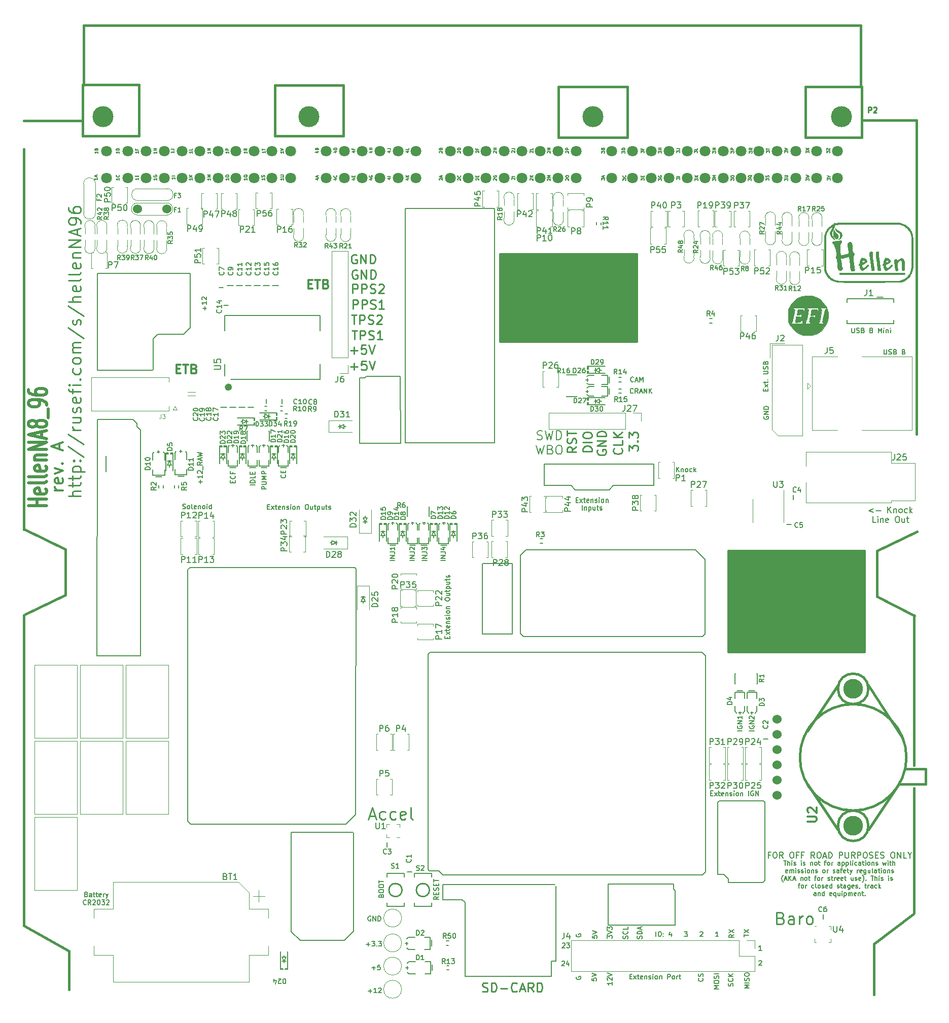
<source format=gto>
G04 #@! TF.GenerationSoftware,KiCad,Pcbnew,(5.99.0-10559-g8513ca974c)*
G04 #@! TF.CreationDate,2021-11-01T12:15:16+02:00*
G04 #@! TF.ProjectId,hellen64_NA8_96,68656c6c-656e-4363-945f-4e41385f3936,a*
G04 #@! TF.SameCoordinates,PX141ef50PYa2cc1bc*
G04 #@! TF.FileFunction,Legend,Top*
G04 #@! TF.FilePolarity,Positive*
%FSLAX46Y46*%
G04 Gerber Fmt 4.6, Leading zero omitted, Abs format (unit mm)*
G04 Created by KiCad (PCBNEW (5.99.0-10559-g8513ca974c)) date 2021-11-01 12:15:16*
%MOMM*%
%LPD*%
G01*
G04 APERTURE LIST*
%ADD10C,0.381000*%
%ADD11C,0.250000*%
%ADD12C,0.170000*%
%ADD13C,0.127000*%
%ADD14C,0.300000*%
%ADD15C,0.375000*%
%ADD16C,0.150000*%
%ADD17C,0.500000*%
%ADD18C,0.200000*%
%ADD19C,0.180000*%
%ADD20C,0.222250*%
%ADD21C,0.304800*%
%ADD22C,0.120000*%
%ADD23C,0.002540*%
%ADD24C,0.099060*%
%ADD25C,0.203200*%
%ADD26C,0.254000*%
%ADD27C,0.616000*%
%ADD28C,3.500120*%
%ADD29C,1.800000*%
%ADD30C,3.302000*%
%ADD31C,1.524000*%
G04 APERTURE END LIST*
D10*
X151162640Y94800000D02*
X151162640Y147005340D01*
X2151680Y147130340D02*
X11662640Y147130340D01*
X9112360Y67975000D02*
X9112360Y75575000D01*
X144537640Y75325000D02*
X144537640Y67725000D01*
X144087640Y9705340D02*
X150687640Y14705340D01*
X151162640Y147255340D02*
X142175000Y147255340D01*
X151237640Y78525000D02*
X144537640Y75325000D01*
D11*
X104507464Y124959870D02*
X81607464Y124959870D01*
X81607464Y124959870D02*
X81607464Y110209870D01*
X81607464Y110209870D02*
X104507464Y110209870D01*
X104507464Y110209870D02*
X104507464Y124959870D01*
G36*
X104507464Y124959870D02*
G01*
X81607464Y124959870D01*
X81607464Y110209870D01*
X104507464Y110209870D01*
X104507464Y124959870D01*
G37*
X142576680Y75430340D02*
X119676680Y75430340D01*
X119676680Y75430340D02*
X119676680Y58430340D01*
X119676680Y58430340D02*
X142576680Y58430340D01*
X142576680Y58430340D02*
X142576680Y75430340D01*
G36*
X142576680Y75430340D02*
G01*
X119676680Y75430340D01*
X119676680Y58430340D01*
X142576680Y58430340D01*
X142576680Y75430340D01*
G37*
D10*
X9701680Y2105340D02*
X9662640Y8305340D01*
X2162640Y78905340D02*
X2162640Y142355340D01*
X144537640Y67725000D02*
X150837640Y64525000D01*
X144101680Y1212400D02*
X144101680Y9755340D01*
X9662640Y8500000D02*
X2162640Y12800000D01*
X9112360Y75575000D02*
X2175000Y78975000D01*
X2412360Y64775000D02*
X9112360Y67975000D01*
X150762640Y39512400D02*
X150762640Y64605340D01*
X2162640Y12805340D02*
X2162640Y64605340D01*
X150762640Y14905340D02*
X150762640Y35712400D01*
D12*
X71413584Y17618436D02*
X71032632Y17351769D01*
X71413584Y17161293D02*
X70613584Y17161293D01*
X70613584Y17466055D01*
X70651680Y17542245D01*
X70689775Y17580340D01*
X70765965Y17618436D01*
X70880251Y17618436D01*
X70956441Y17580340D01*
X70994537Y17542245D01*
X71032632Y17466055D01*
X71032632Y17161293D01*
X70994537Y17961293D02*
X70994537Y18227960D01*
X71413584Y18342245D02*
X71413584Y17961293D01*
X70613584Y17961293D01*
X70613584Y18342245D01*
X71375489Y18647007D02*
X71413584Y18761293D01*
X71413584Y18951769D01*
X71375489Y19027960D01*
X71337394Y19066055D01*
X71261203Y19104150D01*
X71185013Y19104150D01*
X71108822Y19066055D01*
X71070727Y19027960D01*
X71032632Y18951769D01*
X70994537Y18799388D01*
X70956441Y18723198D01*
X70918346Y18685102D01*
X70842156Y18647007D01*
X70765965Y18647007D01*
X70689775Y18685102D01*
X70651680Y18723198D01*
X70613584Y18799388D01*
X70613584Y18989864D01*
X70651680Y19104150D01*
X70994537Y19447007D02*
X70994537Y19713674D01*
X71413584Y19827960D02*
X71413584Y19447007D01*
X70613584Y19447007D01*
X70613584Y19827960D01*
X70613584Y20056531D02*
X70613584Y20513674D01*
X71413584Y20285102D02*
X70613584Y20285102D01*
D13*
X120180809Y141748667D02*
X120180809Y142063143D01*
X120374333Y141893810D01*
X120374333Y141966381D01*
X120398523Y142014762D01*
X120422714Y142038953D01*
X120471095Y142063143D01*
X120592047Y142063143D01*
X120640428Y142038953D01*
X120664619Y142014762D01*
X120688809Y141966381D01*
X120688809Y141821239D01*
X120664619Y141772858D01*
X120640428Y141748667D01*
X120688809Y142280858D02*
X120180809Y142280858D01*
X120180809Y142474381D01*
X120205000Y142522762D01*
X120229190Y142546953D01*
X120277571Y142571143D01*
X120350142Y142571143D01*
X120398523Y142546953D01*
X120422714Y142522762D01*
X120446904Y142474381D01*
X120446904Y142280858D01*
D12*
X60240965Y5698198D02*
X60850489Y5698198D01*
X60545727Y5393436D02*
X60545727Y6002960D01*
X61612394Y6193436D02*
X61231441Y6193436D01*
X61193346Y5812483D01*
X61231441Y5850579D01*
X61307632Y5888674D01*
X61498108Y5888674D01*
X61574299Y5850579D01*
X61612394Y5812483D01*
X61650489Y5736293D01*
X61650489Y5545817D01*
X61612394Y5469626D01*
X61574299Y5431531D01*
X61498108Y5393436D01*
X61307632Y5393436D01*
X61231441Y5431531D01*
X61193346Y5469626D01*
D13*
X105194809Y137200858D02*
X105194809Y137515334D01*
X105388333Y137346000D01*
X105388333Y137418572D01*
X105412523Y137466953D01*
X105436714Y137491143D01*
X105485095Y137515334D01*
X105606047Y137515334D01*
X105654428Y137491143D01*
X105678619Y137466953D01*
X105702809Y137418572D01*
X105702809Y137273429D01*
X105678619Y137225048D01*
X105654428Y137200858D01*
X105436714Y137733048D02*
X105436714Y137902381D01*
X105702809Y137974953D02*
X105702809Y137733048D01*
X105194809Y137733048D01*
X105194809Y137974953D01*
X27258809Y142046620D02*
X27258809Y141756334D01*
X27258809Y141901477D02*
X26750809Y141901477D01*
X26823380Y141853096D01*
X26871761Y141804715D01*
X26895952Y141756334D01*
X26750809Y142409477D02*
X27113666Y142409477D01*
X27186238Y142385286D01*
X27234619Y142336905D01*
X27258809Y142264334D01*
X27258809Y142215953D01*
D12*
X103949999Y103626686D02*
X103911903Y103588591D01*
X103797618Y103550496D01*
X103721427Y103550496D01*
X103607141Y103588591D01*
X103530951Y103664781D01*
X103492856Y103740972D01*
X103454760Y103893353D01*
X103454760Y104007639D01*
X103492856Y104160020D01*
X103530951Y104236210D01*
X103607141Y104312400D01*
X103721427Y104350496D01*
X103797618Y104350496D01*
X103911903Y104312400D01*
X103949999Y104274305D01*
X104254760Y103779067D02*
X104635713Y103779067D01*
X104178570Y103550496D02*
X104445237Y104350496D01*
X104711903Y103550496D01*
X104978570Y103550496D02*
X104978570Y104350496D01*
X105245237Y103779067D01*
X105511903Y104350496D01*
X105511903Y103550496D01*
X120664284Y11270520D02*
X120283332Y11003853D01*
X120664284Y10813377D02*
X119864284Y10813377D01*
X119864284Y11118139D01*
X119902380Y11194329D01*
X119940475Y11232424D01*
X120016665Y11270520D01*
X120130951Y11270520D01*
X120207141Y11232424D01*
X120245237Y11194329D01*
X120283332Y11118139D01*
X120283332Y10813377D01*
X119864284Y11537186D02*
X120664284Y12070520D01*
X119864284Y12070520D02*
X120664284Y11537186D01*
D13*
X45546809Y137529048D02*
X45546809Y137238762D01*
X45546809Y137383905D02*
X45038809Y137383905D01*
X45111380Y137335524D01*
X45159761Y137287143D01*
X45183952Y137238762D01*
X45038809Y137746762D02*
X45450047Y137746762D01*
X45498428Y137770953D01*
X45522619Y137795143D01*
X45546809Y137843524D01*
X45546809Y137940286D01*
X45522619Y137988667D01*
X45498428Y138012858D01*
X45450047Y138037048D01*
X45038809Y138037048D01*
D11*
X57683822Y124730340D02*
X57540965Y124801769D01*
X57326680Y124801769D01*
X57112394Y124730340D01*
X56969537Y124587483D01*
X56898108Y124444626D01*
X56826680Y124158912D01*
X56826680Y123944626D01*
X56898108Y123658912D01*
X56969537Y123516055D01*
X57112394Y123373198D01*
X57326680Y123301769D01*
X57469537Y123301769D01*
X57683822Y123373198D01*
X57755251Y123444626D01*
X57755251Y123944626D01*
X57469537Y123944626D01*
X58398108Y123301769D02*
X58398108Y124801769D01*
X59255251Y123301769D01*
X59255251Y124801769D01*
X59969537Y123301769D02*
X59969537Y124801769D01*
X60326680Y124801769D01*
X60540965Y124730340D01*
X60683822Y124587483D01*
X60755251Y124444626D01*
X60826680Y124158912D01*
X60826680Y123944626D01*
X60755251Y123658912D01*
X60683822Y123516055D01*
X60540965Y123373198D01*
X60326680Y123301769D01*
X59969537Y123301769D01*
X57055251Y118351769D02*
X57055251Y119851769D01*
X57626680Y119851769D01*
X57769537Y119780340D01*
X57840965Y119708912D01*
X57912394Y119566055D01*
X57912394Y119351769D01*
X57840965Y119208912D01*
X57769537Y119137483D01*
X57626680Y119066055D01*
X57055251Y119066055D01*
X58555251Y118351769D02*
X58555251Y119851769D01*
X59126680Y119851769D01*
X59269537Y119780340D01*
X59340965Y119708912D01*
X59412394Y119566055D01*
X59412394Y119351769D01*
X59340965Y119208912D01*
X59269537Y119137483D01*
X59126680Y119066055D01*
X58555251Y119066055D01*
X59983822Y118423198D02*
X60198108Y118351769D01*
X60555251Y118351769D01*
X60698108Y118423198D01*
X60769537Y118494626D01*
X60840965Y118637483D01*
X60840965Y118780340D01*
X60769537Y118923198D01*
X60698108Y118994626D01*
X60555251Y119066055D01*
X60269537Y119137483D01*
X60126680Y119208912D01*
X60055251Y119280340D01*
X59983822Y119423198D01*
X59983822Y119566055D01*
X60055251Y119708912D01*
X60126680Y119780340D01*
X60269537Y119851769D01*
X60626680Y119851769D01*
X60840965Y119780340D01*
X61412394Y119708912D02*
X61483822Y119780340D01*
X61626680Y119851769D01*
X61983822Y119851769D01*
X62126680Y119780340D01*
X62198108Y119708912D01*
X62269537Y119566055D01*
X62269537Y119423198D01*
X62198108Y119208912D01*
X61340965Y118351769D01*
X62269537Y118351769D01*
D12*
X145762394Y108943436D02*
X145762394Y108295817D01*
X145800489Y108219626D01*
X145838584Y108181531D01*
X145914775Y108143436D01*
X146067156Y108143436D01*
X146143346Y108181531D01*
X146181441Y108219626D01*
X146219537Y108295817D01*
X146219537Y108943436D01*
X146562394Y108181531D02*
X146676680Y108143436D01*
X146867156Y108143436D01*
X146943346Y108181531D01*
X146981441Y108219626D01*
X147019537Y108295817D01*
X147019537Y108372007D01*
X146981441Y108448198D01*
X146943346Y108486293D01*
X146867156Y108524388D01*
X146714775Y108562483D01*
X146638584Y108600579D01*
X146600489Y108638674D01*
X146562394Y108714864D01*
X146562394Y108791055D01*
X146600489Y108867245D01*
X146638584Y108905340D01*
X146714775Y108943436D01*
X146905251Y108943436D01*
X147019537Y108905340D01*
X147629060Y108562483D02*
X147743346Y108524388D01*
X147781441Y108486293D01*
X147819537Y108410102D01*
X147819537Y108295817D01*
X147781441Y108219626D01*
X147743346Y108181531D01*
X147667156Y108143436D01*
X147362394Y108143436D01*
X147362394Y108943436D01*
X147629060Y108943436D01*
X147705251Y108905340D01*
X147743346Y108867245D01*
X147781441Y108791055D01*
X147781441Y108714864D01*
X147743346Y108638674D01*
X147705251Y108600579D01*
X147629060Y108562483D01*
X147362394Y108562483D01*
X149038584Y108562483D02*
X149152870Y108524388D01*
X149190965Y108486293D01*
X149229060Y108410102D01*
X149229060Y108295817D01*
X149190965Y108219626D01*
X149152870Y108181531D01*
X149076680Y108143436D01*
X148771918Y108143436D01*
X148771918Y108943436D01*
X149038584Y108943436D01*
X149114775Y108905340D01*
X149152870Y108867245D01*
X149190965Y108791055D01*
X149190965Y108714864D01*
X149152870Y108638674D01*
X149114775Y108600579D01*
X149038584Y108562483D01*
X148771918Y108562483D01*
D13*
X42498809Y142046620D02*
X42498809Y141756334D01*
X42498809Y141901477D02*
X41990809Y141901477D01*
X42063380Y141853096D01*
X42111761Y141804715D01*
X42135952Y141756334D01*
X41990809Y142191762D02*
X41990809Y142482048D01*
X42498809Y142336905D02*
X41990809Y142336905D01*
X136182809Y141760762D02*
X136182809Y142075239D01*
X136376333Y141905905D01*
X136376333Y141978477D01*
X136400523Y142026858D01*
X136424714Y142051048D01*
X136473095Y142075239D01*
X136594047Y142075239D01*
X136642428Y142051048D01*
X136666619Y142026858D01*
X136690809Y141978477D01*
X136690809Y141833334D01*
X136666619Y141784953D01*
X136642428Y141760762D01*
X136182809Y142244572D02*
X136182809Y142583239D01*
X136690809Y142244572D01*
X136690809Y142583239D01*
D14*
X8704761Y85442858D02*
X7371428Y85442858D01*
X7752380Y85442858D02*
X7561904Y85538096D01*
X7466666Y85633334D01*
X7371428Y85823810D01*
X7371428Y86014286D01*
X8609523Y87442858D02*
X8704761Y87252381D01*
X8704761Y86871429D01*
X8609523Y86680953D01*
X8419047Y86585715D01*
X7657142Y86585715D01*
X7466666Y86680953D01*
X7371428Y86871429D01*
X7371428Y87252381D01*
X7466666Y87442858D01*
X7657142Y87538096D01*
X7847619Y87538096D01*
X8038095Y86585715D01*
X7371428Y88204762D02*
X8704761Y88680953D01*
X7371428Y89157143D01*
X8514285Y89919048D02*
X8609523Y90014286D01*
X8704761Y89919048D01*
X8609523Y89823810D01*
X8514285Y89919048D01*
X8704761Y89919048D01*
X8133333Y92300000D02*
X8133333Y93252381D01*
X8704761Y92109524D02*
X6704761Y92776191D01*
X8704761Y93442858D01*
D12*
X122364284Y10899091D02*
X122364284Y11356234D01*
X123164284Y11127662D02*
X122364284Y11127662D01*
X122364284Y11546710D02*
X123164284Y12080043D01*
X122364284Y12080043D02*
X123164284Y11546710D01*
D15*
X49633822Y119862483D02*
X50133822Y119862483D01*
X50348108Y119076769D02*
X49633822Y119076769D01*
X49633822Y120576769D01*
X50348108Y120576769D01*
X50776680Y120576769D02*
X51633822Y120576769D01*
X51205251Y119076769D02*
X51205251Y120576769D01*
X52633822Y119862483D02*
X52848108Y119791055D01*
X52919537Y119719626D01*
X52990965Y119576769D01*
X52990965Y119362483D01*
X52919537Y119219626D01*
X52848108Y119148198D01*
X52705251Y119076769D01*
X52133822Y119076769D01*
X52133822Y120576769D01*
X52633822Y120576769D01*
X52776680Y120505340D01*
X52848108Y120433912D01*
X52919537Y120291055D01*
X52919537Y120148198D01*
X52848108Y120005340D01*
X52776680Y119933912D01*
X52633822Y119862483D01*
X52133822Y119862483D01*
D12*
X123264284Y2313377D02*
X122464284Y2313377D01*
X123035713Y2580043D01*
X122464284Y2846710D01*
X123264284Y2846710D01*
X123264284Y3227662D02*
X122464284Y3227662D01*
X123226189Y3570520D02*
X123264284Y3684805D01*
X123264284Y3875281D01*
X123226189Y3951472D01*
X123188094Y3989567D01*
X123111903Y4027662D01*
X123035713Y4027662D01*
X122959522Y3989567D01*
X122921427Y3951472D01*
X122883332Y3875281D01*
X122845237Y3722900D01*
X122807141Y3646710D01*
X122769046Y3608615D01*
X122692856Y3570520D01*
X122616665Y3570520D01*
X122540475Y3608615D01*
X122502380Y3646710D01*
X122464284Y3722900D01*
X122464284Y3913377D01*
X122502380Y4027662D01*
X122464284Y4522900D02*
X122464284Y4675281D01*
X122502380Y4751472D01*
X122578570Y4827662D01*
X122730951Y4865758D01*
X122997618Y4865758D01*
X123149999Y4827662D01*
X123226189Y4751472D01*
X123264284Y4675281D01*
X123264284Y4522900D01*
X123226189Y4446710D01*
X123149999Y4370520D01*
X122997618Y4332424D01*
X122730951Y4332424D01*
X122578570Y4370520D01*
X122502380Y4446710D01*
X122464284Y4522900D01*
X72564284Y73713377D02*
X71764284Y73713377D01*
X72564284Y74094329D02*
X71764284Y74094329D01*
X72564284Y74551472D01*
X71764284Y74551472D01*
X71764284Y75160996D02*
X72335713Y75160996D01*
X72449999Y75122900D01*
X72526189Y75046710D01*
X72564284Y74932424D01*
X72564284Y74856234D01*
X72030951Y75884805D02*
X72564284Y75884805D01*
X71726189Y75694329D02*
X72297618Y75503853D01*
X72297618Y75999091D01*
D11*
X78724894Y1798198D02*
X78939180Y1726769D01*
X79296322Y1726769D01*
X79439180Y1798198D01*
X79510608Y1869626D01*
X79582037Y2012483D01*
X79582037Y2155340D01*
X79510608Y2298198D01*
X79439180Y2369626D01*
X79296322Y2441055D01*
X79010608Y2512483D01*
X78867751Y2583912D01*
X78796322Y2655340D01*
X78724894Y2798198D01*
X78724894Y2941055D01*
X78796322Y3083912D01*
X78867751Y3155340D01*
X79010608Y3226769D01*
X79367751Y3226769D01*
X79582037Y3155340D01*
X80224894Y1726769D02*
X80224894Y3226769D01*
X80582037Y3226769D01*
X80796322Y3155340D01*
X80939180Y3012483D01*
X81010608Y2869626D01*
X81082037Y2583912D01*
X81082037Y2369626D01*
X81010608Y2083912D01*
X80939180Y1941055D01*
X80796322Y1798198D01*
X80582037Y1726769D01*
X80224894Y1726769D01*
X81724894Y2298198D02*
X82867751Y2298198D01*
X84439180Y1869626D02*
X84367751Y1798198D01*
X84153465Y1726769D01*
X84010608Y1726769D01*
X83796322Y1798198D01*
X83653465Y1941055D01*
X83582037Y2083912D01*
X83510608Y2369626D01*
X83510608Y2583912D01*
X83582037Y2869626D01*
X83653465Y3012483D01*
X83796322Y3155340D01*
X84010608Y3226769D01*
X84153465Y3226769D01*
X84367751Y3155340D01*
X84439180Y3083912D01*
X85010608Y2155340D02*
X85724894Y2155340D01*
X84867751Y1726769D02*
X85367751Y3226769D01*
X85867751Y1726769D01*
X87224894Y1726769D02*
X86724894Y2441055D01*
X86367751Y1726769D02*
X86367751Y3226769D01*
X86939180Y3226769D01*
X87082037Y3155340D01*
X87153465Y3083912D01*
X87224894Y2941055D01*
X87224894Y2726769D01*
X87153465Y2583912D01*
X87082037Y2512483D01*
X86939180Y2441055D01*
X86367751Y2441055D01*
X87867751Y1726769D02*
X87867751Y3226769D01*
X88224894Y3226769D01*
X88439180Y3155340D01*
X88582037Y3012483D01*
X88653465Y2869626D01*
X88724894Y2583912D01*
X88724894Y2369626D01*
X88653465Y2083912D01*
X88582037Y1941055D01*
X88439180Y1798198D01*
X88224894Y1726769D01*
X87867751Y1726769D01*
D13*
X98590809Y137212953D02*
X98590809Y137527429D01*
X98784333Y137358096D01*
X98784333Y137430667D01*
X98808523Y137479048D01*
X98832714Y137503239D01*
X98881095Y137527429D01*
X99002047Y137527429D01*
X99050428Y137503239D01*
X99074619Y137479048D01*
X99098809Y137430667D01*
X99098809Y137285524D01*
X99074619Y137237143D01*
X99050428Y137212953D01*
X98953666Y137720953D02*
X98953666Y137962858D01*
X99098809Y137672572D02*
X98590809Y137841905D01*
X99098809Y138011239D01*
X105194809Y141784953D02*
X105194809Y142099429D01*
X105388333Y141930096D01*
X105388333Y142002667D01*
X105412523Y142051048D01*
X105436714Y142075239D01*
X105485095Y142099429D01*
X105606047Y142099429D01*
X105654428Y142075239D01*
X105678619Y142051048D01*
X105702809Y142002667D01*
X105702809Y141857524D01*
X105678619Y141809143D01*
X105654428Y141784953D01*
X105436714Y142486477D02*
X105436714Y142317143D01*
X105702809Y142317143D02*
X105194809Y142317143D01*
X105194809Y142559048D01*
X123101809Y137164572D02*
X123101809Y137479048D01*
X123295333Y137309715D01*
X123295333Y137382286D01*
X123319523Y137430667D01*
X123343714Y137454858D01*
X123392095Y137479048D01*
X123513047Y137479048D01*
X123561428Y137454858D01*
X123585619Y137430667D01*
X123609809Y137382286D01*
X123609809Y137237143D01*
X123585619Y137188762D01*
X123561428Y137164572D01*
X123658190Y138035429D02*
X123634000Y137987048D01*
X123585619Y137938667D01*
X123513047Y137866096D01*
X123488857Y137817715D01*
X123488857Y137769334D01*
X123609809Y137793524D02*
X123585619Y137745143D01*
X123537238Y137696762D01*
X123440476Y137672572D01*
X123271142Y137672572D01*
X123174380Y137696762D01*
X123126000Y137745143D01*
X123101809Y137793524D01*
X123101809Y137890286D01*
X123126000Y137938667D01*
X123174380Y137987048D01*
X123271142Y138011239D01*
X123440476Y138011239D01*
X123537238Y137987048D01*
X123585619Y137938667D01*
X123609809Y137890286D01*
X123609809Y137793524D01*
X114211809Y137176667D02*
X114211809Y137491143D01*
X114405333Y137321810D01*
X114405333Y137394381D01*
X114429523Y137442762D01*
X114453714Y137466953D01*
X114502095Y137491143D01*
X114623047Y137491143D01*
X114671428Y137466953D01*
X114695619Y137442762D01*
X114719809Y137394381D01*
X114719809Y137249239D01*
X114695619Y137200858D01*
X114671428Y137176667D01*
X114719809Y137708858D02*
X114211809Y137708858D01*
X114719809Y137999143D02*
X114429523Y137781429D01*
X114211809Y137999143D02*
X114502095Y137708858D01*
D16*
X144015476Y82344286D02*
X143253571Y82058572D01*
X144015476Y81772858D01*
X144396428Y82010953D02*
X145253571Y82010953D01*
X146396428Y81677620D02*
X146396428Y82677620D01*
X146967857Y81677620D02*
X146539285Y82249048D01*
X146967857Y82677620D02*
X146396428Y82106191D01*
X147396428Y82344286D02*
X147396428Y81677620D01*
X147396428Y82249048D02*
X147444047Y82296667D01*
X147539285Y82344286D01*
X147682142Y82344286D01*
X147777380Y82296667D01*
X147825000Y82201429D01*
X147825000Y81677620D01*
X148444047Y81677620D02*
X148348809Y81725239D01*
X148301190Y81772858D01*
X148253571Y81868096D01*
X148253571Y82153810D01*
X148301190Y82249048D01*
X148348809Y82296667D01*
X148444047Y82344286D01*
X148586904Y82344286D01*
X148682142Y82296667D01*
X148729761Y82249048D01*
X148777380Y82153810D01*
X148777380Y81868096D01*
X148729761Y81772858D01*
X148682142Y81725239D01*
X148586904Y81677620D01*
X148444047Y81677620D01*
X149634523Y81725239D02*
X149539285Y81677620D01*
X149348809Y81677620D01*
X149253571Y81725239D01*
X149205952Y81772858D01*
X149158333Y81868096D01*
X149158333Y82153810D01*
X149205952Y82249048D01*
X149253571Y82296667D01*
X149348809Y82344286D01*
X149539285Y82344286D01*
X149634523Y82296667D01*
X150063095Y81677620D02*
X150063095Y82677620D01*
X150158333Y82058572D02*
X150444047Y81677620D01*
X150444047Y82344286D02*
X150063095Y81963334D01*
X144372619Y80067620D02*
X143896428Y80067620D01*
X143896428Y81067620D01*
X144705952Y80067620D02*
X144705952Y80734286D01*
X144705952Y81067620D02*
X144658333Y81020000D01*
X144705952Y80972381D01*
X144753571Y81020000D01*
X144705952Y81067620D01*
X144705952Y80972381D01*
X145182142Y80734286D02*
X145182142Y80067620D01*
X145182142Y80639048D02*
X145229761Y80686667D01*
X145325000Y80734286D01*
X145467857Y80734286D01*
X145563095Y80686667D01*
X145610714Y80591429D01*
X145610714Y80067620D01*
X146467857Y80115239D02*
X146372619Y80067620D01*
X146182142Y80067620D01*
X146086904Y80115239D01*
X146039285Y80210477D01*
X146039285Y80591429D01*
X146086904Y80686667D01*
X146182142Y80734286D01*
X146372619Y80734286D01*
X146467857Y80686667D01*
X146515476Y80591429D01*
X146515476Y80496191D01*
X146039285Y80400953D01*
X147896428Y81067620D02*
X148086904Y81067620D01*
X148182142Y81020000D01*
X148277380Y80924762D01*
X148325000Y80734286D01*
X148325000Y80400953D01*
X148277380Y80210477D01*
X148182142Y80115239D01*
X148086904Y80067620D01*
X147896428Y80067620D01*
X147801190Y80115239D01*
X147705952Y80210477D01*
X147658333Y80400953D01*
X147658333Y80734286D01*
X147705952Y80924762D01*
X147801190Y81020000D01*
X147896428Y81067620D01*
X149182142Y80734286D02*
X149182142Y80067620D01*
X148753571Y80734286D02*
X148753571Y80210477D01*
X148801190Y80115239D01*
X148896428Y80067620D01*
X149039285Y80067620D01*
X149134523Y80115239D01*
X149182142Y80162858D01*
X149515476Y80734286D02*
X149896428Y80734286D01*
X149658333Y81067620D02*
X149658333Y80210477D01*
X149705952Y80115239D01*
X149801190Y80067620D01*
X149896428Y80067620D01*
D12*
X42844537Y82662483D02*
X43111203Y82662483D01*
X43225489Y82243436D02*
X42844537Y82243436D01*
X42844537Y83043436D01*
X43225489Y83043436D01*
X43492156Y82243436D02*
X43911203Y82776769D01*
X43492156Y82776769D02*
X43911203Y82243436D01*
X44101680Y82776769D02*
X44406441Y82776769D01*
X44215965Y83043436D02*
X44215965Y82357721D01*
X44254060Y82281531D01*
X44330251Y82243436D01*
X44406441Y82243436D01*
X44977870Y82281531D02*
X44901680Y82243436D01*
X44749299Y82243436D01*
X44673108Y82281531D01*
X44635013Y82357721D01*
X44635013Y82662483D01*
X44673108Y82738674D01*
X44749299Y82776769D01*
X44901680Y82776769D01*
X44977870Y82738674D01*
X45015965Y82662483D01*
X45015965Y82586293D01*
X44635013Y82510102D01*
X45358822Y82776769D02*
X45358822Y82243436D01*
X45358822Y82700579D02*
X45396918Y82738674D01*
X45473108Y82776769D01*
X45587394Y82776769D01*
X45663584Y82738674D01*
X45701680Y82662483D01*
X45701680Y82243436D01*
X46044537Y82281531D02*
X46120727Y82243436D01*
X46273108Y82243436D01*
X46349299Y82281531D01*
X46387394Y82357721D01*
X46387394Y82395817D01*
X46349299Y82472007D01*
X46273108Y82510102D01*
X46158822Y82510102D01*
X46082632Y82548198D01*
X46044537Y82624388D01*
X46044537Y82662483D01*
X46082632Y82738674D01*
X46158822Y82776769D01*
X46273108Y82776769D01*
X46349299Y82738674D01*
X46730251Y82243436D02*
X46730251Y82776769D01*
X46730251Y83043436D02*
X46692156Y83005340D01*
X46730251Y82967245D01*
X46768346Y83005340D01*
X46730251Y83043436D01*
X46730251Y82967245D01*
X47225489Y82243436D02*
X47149299Y82281531D01*
X47111203Y82319626D01*
X47073108Y82395817D01*
X47073108Y82624388D01*
X47111203Y82700579D01*
X47149299Y82738674D01*
X47225489Y82776769D01*
X47339775Y82776769D01*
X47415965Y82738674D01*
X47454060Y82700579D01*
X47492156Y82624388D01*
X47492156Y82395817D01*
X47454060Y82319626D01*
X47415965Y82281531D01*
X47339775Y82243436D01*
X47225489Y82243436D01*
X47835013Y82776769D02*
X47835013Y82243436D01*
X47835013Y82700579D02*
X47873108Y82738674D01*
X47949299Y82776769D01*
X48063584Y82776769D01*
X48139775Y82738674D01*
X48177870Y82662483D01*
X48177870Y82243436D01*
X49320727Y83043436D02*
X49473108Y83043436D01*
X49549299Y83005340D01*
X49625489Y82929150D01*
X49663584Y82776769D01*
X49663584Y82510102D01*
X49625489Y82357721D01*
X49549299Y82281531D01*
X49473108Y82243436D01*
X49320727Y82243436D01*
X49244537Y82281531D01*
X49168346Y82357721D01*
X49130251Y82510102D01*
X49130251Y82776769D01*
X49168346Y82929150D01*
X49244537Y83005340D01*
X49320727Y83043436D01*
X50349299Y82776769D02*
X50349299Y82243436D01*
X50006441Y82776769D02*
X50006441Y82357721D01*
X50044537Y82281531D01*
X50120727Y82243436D01*
X50235013Y82243436D01*
X50311203Y82281531D01*
X50349299Y82319626D01*
X50615965Y82776769D02*
X50920727Y82776769D01*
X50730251Y83043436D02*
X50730251Y82357721D01*
X50768346Y82281531D01*
X50844537Y82243436D01*
X50920727Y82243436D01*
X51187394Y82776769D02*
X51187394Y81976769D01*
X51187394Y82738674D02*
X51263584Y82776769D01*
X51415965Y82776769D01*
X51492156Y82738674D01*
X51530251Y82700579D01*
X51568346Y82624388D01*
X51568346Y82395817D01*
X51530251Y82319626D01*
X51492156Y82281531D01*
X51415965Y82243436D01*
X51263584Y82243436D01*
X51187394Y82281531D01*
X52254060Y82776769D02*
X52254060Y82243436D01*
X51911203Y82776769D02*
X51911203Y82357721D01*
X51949299Y82281531D01*
X52025489Y82243436D01*
X52139775Y82243436D01*
X52215965Y82281531D01*
X52254060Y82319626D01*
X52520727Y82776769D02*
X52825489Y82776769D01*
X52635013Y83043436D02*
X52635013Y82357721D01*
X52673108Y82281531D01*
X52749299Y82243436D01*
X52825489Y82243436D01*
X53054060Y82281531D02*
X53130251Y82243436D01*
X53282632Y82243436D01*
X53358822Y82281531D01*
X53396918Y82357721D01*
X53396918Y82395817D01*
X53358822Y82472007D01*
X53282632Y82510102D01*
X53168346Y82510102D01*
X53092156Y82548198D01*
X53054060Y82624388D01*
X53054060Y82662483D01*
X53092156Y82738674D01*
X53168346Y82776769D01*
X53282632Y82776769D01*
X53358822Y82738674D01*
D13*
X77684190Y141809143D02*
X77660000Y141833334D01*
X77635809Y141881715D01*
X77635809Y142002667D01*
X77660000Y142051048D01*
X77684190Y142075239D01*
X77732571Y142099429D01*
X77780952Y142099429D01*
X77853523Y142075239D01*
X78143809Y141784953D01*
X78143809Y142099429D01*
X77877714Y142486477D02*
X77877714Y142317143D01*
X78143809Y142317143D02*
X77635809Y142317143D01*
X77635809Y142559048D01*
D12*
X72844537Y60698198D02*
X72844537Y60964864D01*
X73263584Y61079150D02*
X73263584Y60698198D01*
X72463584Y60698198D01*
X72463584Y61079150D01*
X73263584Y61345817D02*
X72730251Y61764864D01*
X72730251Y61345817D02*
X73263584Y61764864D01*
X72730251Y61955340D02*
X72730251Y62260102D01*
X72463584Y62069626D02*
X73149299Y62069626D01*
X73225489Y62107721D01*
X73263584Y62183912D01*
X73263584Y62260102D01*
X73225489Y62831531D02*
X73263584Y62755340D01*
X73263584Y62602960D01*
X73225489Y62526769D01*
X73149299Y62488674D01*
X72844537Y62488674D01*
X72768346Y62526769D01*
X72730251Y62602960D01*
X72730251Y62755340D01*
X72768346Y62831531D01*
X72844537Y62869626D01*
X72920727Y62869626D01*
X72996918Y62488674D01*
X72730251Y63212483D02*
X73263584Y63212483D01*
X72806441Y63212483D02*
X72768346Y63250579D01*
X72730251Y63326769D01*
X72730251Y63441055D01*
X72768346Y63517245D01*
X72844537Y63555340D01*
X73263584Y63555340D01*
X73225489Y63898198D02*
X73263584Y63974388D01*
X73263584Y64126769D01*
X73225489Y64202960D01*
X73149299Y64241055D01*
X73111203Y64241055D01*
X73035013Y64202960D01*
X72996918Y64126769D01*
X72996918Y64012483D01*
X72958822Y63936293D01*
X72882632Y63898198D01*
X72844537Y63898198D01*
X72768346Y63936293D01*
X72730251Y64012483D01*
X72730251Y64126769D01*
X72768346Y64202960D01*
X73263584Y64583912D02*
X72730251Y64583912D01*
X72463584Y64583912D02*
X72501680Y64545817D01*
X72539775Y64583912D01*
X72501680Y64622007D01*
X72463584Y64583912D01*
X72539775Y64583912D01*
X73263584Y65079150D02*
X73225489Y65002960D01*
X73187394Y64964864D01*
X73111203Y64926769D01*
X72882632Y64926769D01*
X72806441Y64964864D01*
X72768346Y65002960D01*
X72730251Y65079150D01*
X72730251Y65193436D01*
X72768346Y65269626D01*
X72806441Y65307721D01*
X72882632Y65345817D01*
X73111203Y65345817D01*
X73187394Y65307721D01*
X73225489Y65269626D01*
X73263584Y65193436D01*
X73263584Y65079150D01*
X72730251Y65688674D02*
X73263584Y65688674D01*
X72806441Y65688674D02*
X72768346Y65726769D01*
X72730251Y65802960D01*
X72730251Y65917245D01*
X72768346Y65993436D01*
X72844537Y66031531D01*
X73263584Y66031531D01*
X72463584Y67174388D02*
X72463584Y67326769D01*
X72501680Y67402960D01*
X72577870Y67479150D01*
X72730251Y67517245D01*
X72996918Y67517245D01*
X73149299Y67479150D01*
X73225489Y67402960D01*
X73263584Y67326769D01*
X73263584Y67174388D01*
X73225489Y67098198D01*
X73149299Y67022007D01*
X72996918Y66983912D01*
X72730251Y66983912D01*
X72577870Y67022007D01*
X72501680Y67098198D01*
X72463584Y67174388D01*
X72730251Y68202960D02*
X73263584Y68202960D01*
X72730251Y67860102D02*
X73149299Y67860102D01*
X73225489Y67898198D01*
X73263584Y67974388D01*
X73263584Y68088674D01*
X73225489Y68164864D01*
X73187394Y68202960D01*
X72730251Y68469626D02*
X72730251Y68774388D01*
X72463584Y68583912D02*
X73149299Y68583912D01*
X73225489Y68622007D01*
X73263584Y68698198D01*
X73263584Y68774388D01*
X72730251Y69041055D02*
X73530251Y69041055D01*
X72768346Y69041055D02*
X72730251Y69117245D01*
X72730251Y69269626D01*
X72768346Y69345817D01*
X72806441Y69383912D01*
X72882632Y69422007D01*
X73111203Y69422007D01*
X73187394Y69383912D01*
X73225489Y69345817D01*
X73263584Y69269626D01*
X73263584Y69117245D01*
X73225489Y69041055D01*
X72730251Y70107721D02*
X73263584Y70107721D01*
X72730251Y69764864D02*
X73149299Y69764864D01*
X73225489Y69802960D01*
X73263584Y69879150D01*
X73263584Y69993436D01*
X73225489Y70069626D01*
X73187394Y70107721D01*
X72730251Y70374388D02*
X72730251Y70679150D01*
X72463584Y70488674D02*
X73149299Y70488674D01*
X73225489Y70526769D01*
X73263584Y70602960D01*
X73263584Y70679150D01*
X73225489Y70907721D02*
X73263584Y70983912D01*
X73263584Y71136293D01*
X73225489Y71212483D01*
X73149299Y71250579D01*
X73111203Y71250579D01*
X73035013Y71212483D01*
X72996918Y71136293D01*
X72996918Y71022007D01*
X72958822Y70945817D01*
X72882632Y70907721D01*
X72844537Y70907721D01*
X72768346Y70945817D01*
X72730251Y71022007D01*
X72730251Y71136293D01*
X72768346Y71212483D01*
X115488094Y3970520D02*
X115526189Y3932424D01*
X115564284Y3818139D01*
X115564284Y3741948D01*
X115526189Y3627662D01*
X115449999Y3551472D01*
X115373808Y3513377D01*
X115221427Y3475281D01*
X115107141Y3475281D01*
X114954760Y3513377D01*
X114878570Y3551472D01*
X114802380Y3627662D01*
X114764284Y3741948D01*
X114764284Y3818139D01*
X114802380Y3932424D01*
X114840475Y3970520D01*
X115526189Y4275281D02*
X115564284Y4389567D01*
X115564284Y4580043D01*
X115526189Y4656234D01*
X115488094Y4694329D01*
X115411903Y4732424D01*
X115335713Y4732424D01*
X115259522Y4694329D01*
X115221427Y4656234D01*
X115183332Y4580043D01*
X115145237Y4427662D01*
X115107141Y4351472D01*
X115069046Y4313377D01*
X114992856Y4275281D01*
X114916665Y4275281D01*
X114840475Y4313377D01*
X114802380Y4351472D01*
X114764284Y4427662D01*
X114764284Y4618139D01*
X114802380Y4732424D01*
X111101680Y88543436D02*
X111101680Y89343436D01*
X111558822Y88543436D02*
X111215965Y89000579D01*
X111558822Y89343436D02*
X111101680Y88886293D01*
X111901680Y89076769D02*
X111901680Y88543436D01*
X111901680Y89000579D02*
X111939775Y89038674D01*
X112015965Y89076769D01*
X112130251Y89076769D01*
X112206441Y89038674D01*
X112244537Y88962483D01*
X112244537Y88543436D01*
X112739775Y88543436D02*
X112663584Y88581531D01*
X112625489Y88619626D01*
X112587394Y88695817D01*
X112587394Y88924388D01*
X112625489Y89000579D01*
X112663584Y89038674D01*
X112739775Y89076769D01*
X112854060Y89076769D01*
X112930251Y89038674D01*
X112968346Y89000579D01*
X113006441Y88924388D01*
X113006441Y88695817D01*
X112968346Y88619626D01*
X112930251Y88581531D01*
X112854060Y88543436D01*
X112739775Y88543436D01*
X113692156Y88581531D02*
X113615965Y88543436D01*
X113463584Y88543436D01*
X113387394Y88581531D01*
X113349299Y88619626D01*
X113311203Y88695817D01*
X113311203Y88924388D01*
X113349299Y89000579D01*
X113387394Y89038674D01*
X113463584Y89076769D01*
X113615965Y89076769D01*
X113692156Y89038674D01*
X114035013Y88543436D02*
X114035013Y89343436D01*
X114111203Y88848198D02*
X114339775Y88543436D01*
X114339775Y89076769D02*
X114035013Y88772007D01*
X40764284Y86326686D02*
X39964284Y86326686D01*
X40764284Y86707639D02*
X39964284Y86707639D01*
X39964284Y86898115D01*
X40002380Y87012400D01*
X40078570Y87088591D01*
X40154760Y87126686D01*
X40307141Y87164781D01*
X40421427Y87164781D01*
X40573808Y87126686D01*
X40649999Y87088591D01*
X40726189Y87012400D01*
X40764284Y86898115D01*
X40764284Y86707639D01*
X40764284Y87888591D02*
X40764284Y87507639D01*
X39964284Y87507639D01*
X40345237Y88155258D02*
X40345237Y88421924D01*
X40764284Y88536210D02*
X40764284Y88155258D01*
X39964284Y88155258D01*
X39964284Y88536210D01*
D13*
X126149809Y141809143D02*
X126149809Y142123620D01*
X126343333Y141954286D01*
X126343333Y142026858D01*
X126367523Y142075239D01*
X126391714Y142099429D01*
X126440095Y142123620D01*
X126561047Y142123620D01*
X126609428Y142099429D01*
X126633619Y142075239D01*
X126657809Y142026858D01*
X126657809Y141881715D01*
X126633619Y141833334D01*
X126609428Y141809143D01*
X126149809Y142268762D02*
X126149809Y142559048D01*
X126657809Y142413905D02*
X126149809Y142413905D01*
X66116142Y142063143D02*
X66454809Y142063143D01*
X65922619Y141942191D02*
X66285476Y141821239D01*
X66285476Y142135715D01*
X66454809Y142571143D02*
X66454809Y142329239D01*
X65946809Y142329239D01*
X30306809Y142034524D02*
X30306809Y141744239D01*
X30306809Y141889381D02*
X29798809Y141889381D01*
X29871380Y141841000D01*
X29919761Y141792620D01*
X29943952Y141744239D01*
X30306809Y142494143D02*
X30306809Y142252239D01*
X29798809Y142252239D01*
D12*
X64064284Y73713377D02*
X63264284Y73713377D01*
X64064284Y74094329D02*
X63264284Y74094329D01*
X64064284Y74551472D01*
X63264284Y74551472D01*
X63264284Y75160996D02*
X63835713Y75160996D01*
X63949999Y75122900D01*
X64026189Y75046710D01*
X64064284Y74932424D01*
X64064284Y74856234D01*
X64064284Y75960996D02*
X64064284Y75503853D01*
X64064284Y75732424D02*
X63264284Y75732424D01*
X63378570Y75656234D01*
X63454760Y75580043D01*
X63492856Y75503853D01*
X69464284Y73713377D02*
X68664284Y73713377D01*
X69464284Y74094329D02*
X68664284Y74094329D01*
X69464284Y74551472D01*
X68664284Y74551472D01*
X68664284Y75160996D02*
X69235713Y75160996D01*
X69349999Y75122900D01*
X69426189Y75046710D01*
X69464284Y74932424D01*
X69464284Y74856234D01*
X68664284Y75465758D02*
X68664284Y75960996D01*
X68969046Y75694329D01*
X68969046Y75808615D01*
X69007141Y75884805D01*
X69045237Y75922900D01*
X69121427Y75960996D01*
X69311903Y75960996D01*
X69388094Y75922900D01*
X69426189Y75884805D01*
X69464284Y75808615D01*
X69464284Y75580043D01*
X69426189Y75503853D01*
X69388094Y75465758D01*
X125322403Y8650496D02*
X124865260Y8650496D01*
X125093832Y8650496D02*
X125093832Y9450496D01*
X125017641Y9336210D01*
X124941451Y9260020D01*
X124865260Y9221924D01*
D13*
X111163809Y141809143D02*
X111163809Y142123620D01*
X111357333Y141954286D01*
X111357333Y142026858D01*
X111381523Y142075239D01*
X111405714Y142099429D01*
X111454095Y142123620D01*
X111575047Y142123620D01*
X111623428Y142099429D01*
X111647619Y142075239D01*
X111671809Y142026858D01*
X111671809Y141881715D01*
X111647619Y141833334D01*
X111623428Y141809143D01*
X111163809Y142486477D02*
X111526666Y142486477D01*
X111599238Y142462286D01*
X111647619Y142413905D01*
X111671809Y142341334D01*
X111671809Y142292953D01*
D12*
X12594537Y17981483D02*
X12708822Y17943388D01*
X12746918Y17905293D01*
X12785013Y17829102D01*
X12785013Y17714817D01*
X12746918Y17638626D01*
X12708822Y17600531D01*
X12632632Y17562436D01*
X12327870Y17562436D01*
X12327870Y18362436D01*
X12594537Y18362436D01*
X12670727Y18324340D01*
X12708822Y18286245D01*
X12746918Y18210055D01*
X12746918Y18133864D01*
X12708822Y18057674D01*
X12670727Y18019579D01*
X12594537Y17981483D01*
X12327870Y17981483D01*
X13470727Y17562436D02*
X13470727Y17981483D01*
X13432632Y18057674D01*
X13356441Y18095769D01*
X13204060Y18095769D01*
X13127870Y18057674D01*
X13470727Y17600531D02*
X13394537Y17562436D01*
X13204060Y17562436D01*
X13127870Y17600531D01*
X13089775Y17676721D01*
X13089775Y17752912D01*
X13127870Y17829102D01*
X13204060Y17867198D01*
X13394537Y17867198D01*
X13470727Y17905293D01*
X13737394Y18095769D02*
X14042156Y18095769D01*
X13851680Y18362436D02*
X13851680Y17676721D01*
X13889775Y17600531D01*
X13965965Y17562436D01*
X14042156Y17562436D01*
X14194537Y18095769D02*
X14499299Y18095769D01*
X14308822Y18362436D02*
X14308822Y17676721D01*
X14346918Y17600531D01*
X14423108Y17562436D01*
X14499299Y17562436D01*
X15070727Y17600531D02*
X14994537Y17562436D01*
X14842156Y17562436D01*
X14765965Y17600531D01*
X14727870Y17676721D01*
X14727870Y17981483D01*
X14765965Y18057674D01*
X14842156Y18095769D01*
X14994537Y18095769D01*
X15070727Y18057674D01*
X15108822Y17981483D01*
X15108822Y17905293D01*
X14727870Y17829102D01*
X15451680Y17562436D02*
X15451680Y18095769D01*
X15451680Y17943388D02*
X15489775Y18019579D01*
X15527870Y18057674D01*
X15604060Y18095769D01*
X15680251Y18095769D01*
X15870727Y18095769D02*
X16061203Y17562436D01*
X16251680Y18095769D02*
X16061203Y17562436D01*
X15985013Y17371960D01*
X15946918Y17333864D01*
X15870727Y17295769D01*
X12575489Y16350626D02*
X12537394Y16312531D01*
X12423108Y16274436D01*
X12346918Y16274436D01*
X12232632Y16312531D01*
X12156441Y16388721D01*
X12118346Y16464912D01*
X12080251Y16617293D01*
X12080251Y16731579D01*
X12118346Y16883960D01*
X12156441Y16960150D01*
X12232632Y17036340D01*
X12346918Y17074436D01*
X12423108Y17074436D01*
X12537394Y17036340D01*
X12575489Y16998245D01*
X13375489Y16274436D02*
X13108822Y16655388D01*
X12918346Y16274436D02*
X12918346Y17074436D01*
X13223108Y17074436D01*
X13299299Y17036340D01*
X13337394Y16998245D01*
X13375489Y16922055D01*
X13375489Y16807769D01*
X13337394Y16731579D01*
X13299299Y16693483D01*
X13223108Y16655388D01*
X12918346Y16655388D01*
X13680251Y16998245D02*
X13718346Y17036340D01*
X13794537Y17074436D01*
X13985013Y17074436D01*
X14061203Y17036340D01*
X14099299Y16998245D01*
X14137394Y16922055D01*
X14137394Y16845864D01*
X14099299Y16731579D01*
X13642156Y16274436D01*
X14137394Y16274436D01*
X14632632Y17074436D02*
X14708822Y17074436D01*
X14785013Y17036340D01*
X14823108Y16998245D01*
X14861203Y16922055D01*
X14899299Y16769674D01*
X14899299Y16579198D01*
X14861203Y16426817D01*
X14823108Y16350626D01*
X14785013Y16312531D01*
X14708822Y16274436D01*
X14632632Y16274436D01*
X14556441Y16312531D01*
X14518346Y16350626D01*
X14480251Y16426817D01*
X14442156Y16579198D01*
X14442156Y16769674D01*
X14480251Y16922055D01*
X14518346Y16998245D01*
X14556441Y17036340D01*
X14632632Y17074436D01*
X15165965Y17074436D02*
X15661203Y17074436D01*
X15394537Y16769674D01*
X15508822Y16769674D01*
X15585013Y16731579D01*
X15623108Y16693483D01*
X15661203Y16617293D01*
X15661203Y16426817D01*
X15623108Y16350626D01*
X15585013Y16312531D01*
X15508822Y16274436D01*
X15280251Y16274436D01*
X15204060Y16312531D01*
X15165965Y16350626D01*
X15965965Y16998245D02*
X16004060Y17036340D01*
X16080251Y17074436D01*
X16270727Y17074436D01*
X16346918Y17036340D01*
X16385013Y16998245D01*
X16423108Y16922055D01*
X16423108Y16845864D01*
X16385013Y16731579D01*
X15927870Y16274436D01*
X16423108Y16274436D01*
D13*
X50992822Y141998102D02*
X51331489Y141998102D01*
X50799299Y141877150D02*
X51162156Y141756198D01*
X51162156Y142070674D01*
X51065394Y142433531D02*
X51089584Y142506102D01*
X51113775Y142530293D01*
X51162156Y142554483D01*
X51234727Y142554483D01*
X51283108Y142530293D01*
X51307299Y142506102D01*
X51331489Y142457721D01*
X51331489Y142264198D01*
X50823489Y142264198D01*
X50823489Y142433531D01*
X50847680Y142481912D01*
X50871870Y142506102D01*
X50920251Y142530293D01*
X50968632Y142530293D01*
X51017013Y142506102D01*
X51041203Y142481912D01*
X51065394Y142433531D01*
X51065394Y142264198D01*
D12*
X124064284Y45312400D02*
X123264284Y45312400D01*
X123302380Y46112400D02*
X123264284Y46036210D01*
X123264284Y45921924D01*
X123302380Y45807639D01*
X123378570Y45731448D01*
X123454760Y45693353D01*
X123607141Y45655258D01*
X123721427Y45655258D01*
X123873808Y45693353D01*
X123949999Y45731448D01*
X124026189Y45807639D01*
X124064284Y45921924D01*
X124064284Y45998115D01*
X124026189Y46112400D01*
X123988094Y46150496D01*
X123721427Y46150496D01*
X123721427Y45998115D01*
X124064284Y46493353D02*
X123264284Y46493353D01*
X124064284Y46950496D01*
X123264284Y46950496D01*
X123340475Y47293353D02*
X123302380Y47331448D01*
X123264284Y47407639D01*
X123264284Y47598115D01*
X123302380Y47674305D01*
X123340475Y47712400D01*
X123416665Y47750496D01*
X123492856Y47750496D01*
X123607141Y47712400D01*
X124064284Y47255258D01*
X124064284Y47750496D01*
D13*
X30306809Y137541143D02*
X30306809Y137250858D01*
X30306809Y137396000D02*
X29798809Y137396000D01*
X29871380Y137347620D01*
X29919761Y137299239D01*
X29943952Y137250858D01*
X30306809Y137758858D02*
X29798809Y137758858D01*
X30306809Y138049143D02*
X30016523Y137831429D01*
X29798809Y138049143D02*
X30089095Y137758858D01*
D11*
X56723108Y106098198D02*
X57865965Y106098198D01*
X57294537Y105526769D02*
X57294537Y106669626D01*
X59294537Y107026769D02*
X58580251Y107026769D01*
X58508822Y106312483D01*
X58580251Y106383912D01*
X58723108Y106455340D01*
X59080251Y106455340D01*
X59223108Y106383912D01*
X59294537Y106312483D01*
X59365965Y106169626D01*
X59365965Y105812483D01*
X59294537Y105669626D01*
X59223108Y105598198D01*
X59080251Y105526769D01*
X58723108Y105526769D01*
X58580251Y105598198D01*
X58508822Y105669626D01*
X59794537Y107026769D02*
X60294537Y105526769D01*
X60794537Y107026769D01*
D12*
X97064284Y11094329D02*
X97064284Y10713377D01*
X97445237Y10675281D01*
X97407141Y10713377D01*
X97369046Y10789567D01*
X97369046Y10980043D01*
X97407141Y11056234D01*
X97445237Y11094329D01*
X97521427Y11132424D01*
X97711903Y11132424D01*
X97788094Y11094329D01*
X97826189Y11056234D01*
X97864284Y10980043D01*
X97864284Y10789567D01*
X97826189Y10713377D01*
X97788094Y10675281D01*
X97064284Y11360996D02*
X97864284Y11627662D01*
X97064284Y11894329D01*
D17*
X5957142Y82838096D02*
X2957142Y82838096D01*
X4385714Y82838096D02*
X4385714Y83980953D01*
X5957142Y83980953D02*
X2957142Y83980953D01*
X5814285Y85695239D02*
X5957142Y85504762D01*
X5957142Y85123810D01*
X5814285Y84933334D01*
X5528571Y84838096D01*
X4385714Y84838096D01*
X4100000Y84933334D01*
X3957142Y85123810D01*
X3957142Y85504762D01*
X4100000Y85695239D01*
X4385714Y85790477D01*
X4671428Y85790477D01*
X4957142Y84838096D01*
X5957142Y86933334D02*
X5814285Y86742858D01*
X5528571Y86647620D01*
X2957142Y86647620D01*
X5957142Y87980953D02*
X5814285Y87790477D01*
X5528571Y87695239D01*
X2957142Y87695239D01*
X5814285Y89504762D02*
X5957142Y89314286D01*
X5957142Y88933334D01*
X5814285Y88742858D01*
X5528571Y88647620D01*
X4385714Y88647620D01*
X4100000Y88742858D01*
X3957142Y88933334D01*
X3957142Y89314286D01*
X4100000Y89504762D01*
X4385714Y89600000D01*
X4671428Y89600000D01*
X4957142Y88647620D01*
X3957142Y90457143D02*
X5957142Y90457143D01*
X4242857Y90457143D02*
X4100000Y90552381D01*
X3957142Y90742858D01*
X3957142Y91028572D01*
X4100000Y91219048D01*
X4385714Y91314286D01*
X5957142Y91314286D01*
X5957142Y92266667D02*
X2957142Y92266667D01*
X5957142Y93409524D01*
X2957142Y93409524D01*
X5100000Y94266667D02*
X5100000Y95219048D01*
X5957142Y94076191D02*
X2957142Y94742858D01*
X5957142Y95409524D01*
X4242857Y96361905D02*
X4100000Y96171429D01*
X3957142Y96076191D01*
X3671428Y95980953D01*
X3528571Y95980953D01*
X3242857Y96076191D01*
X3100000Y96171429D01*
X2957142Y96361905D01*
X2957142Y96742858D01*
X3100000Y96933334D01*
X3242857Y97028572D01*
X3528571Y97123810D01*
X3671428Y97123810D01*
X3957142Y97028572D01*
X4100000Y96933334D01*
X4242857Y96742858D01*
X4242857Y96361905D01*
X4385714Y96171429D01*
X4528571Y96076191D01*
X4814285Y95980953D01*
X5385714Y95980953D01*
X5671428Y96076191D01*
X5814285Y96171429D01*
X5957142Y96361905D01*
X5957142Y96742858D01*
X5814285Y96933334D01*
X5671428Y97028572D01*
X5385714Y97123810D01*
X4814285Y97123810D01*
X4528571Y97028572D01*
X4385714Y96933334D01*
X4242857Y96742858D01*
X6242857Y97504762D02*
X6242857Y99028572D01*
X5957142Y99600000D02*
X5957142Y99980953D01*
X5814285Y100171429D01*
X5671428Y100266667D01*
X5242857Y100457143D01*
X4671428Y100552381D01*
X3528571Y100552381D01*
X3242857Y100457143D01*
X3100000Y100361905D01*
X2957142Y100171429D01*
X2957142Y99790477D01*
X3100000Y99600000D01*
X3242857Y99504762D01*
X3528571Y99409524D01*
X4242857Y99409524D01*
X4528571Y99504762D01*
X4671428Y99600000D01*
X4814285Y99790477D01*
X4814285Y100171429D01*
X4671428Y100361905D01*
X4528571Y100457143D01*
X4242857Y100552381D01*
X2957142Y102266667D02*
X2957142Y101885715D01*
X3100000Y101695239D01*
X3242857Y101600000D01*
X3671428Y101409524D01*
X4242857Y101314286D01*
X5385714Y101314286D01*
X5671428Y101409524D01*
X5814285Y101504762D01*
X5957142Y101695239D01*
X5957142Y102076191D01*
X5814285Y102266667D01*
X5671428Y102361905D01*
X5385714Y102457143D01*
X4671428Y102457143D01*
X4385714Y102361905D01*
X4242857Y102266667D01*
X4100000Y102076191D01*
X4100000Y101695239D01*
X4242857Y101504762D01*
X4385714Y101409524D01*
X4671428Y101314286D01*
D12*
X61817857Y17764286D02*
X61855952Y17878572D01*
X61894047Y17916667D01*
X61970238Y17954762D01*
X62084523Y17954762D01*
X62160714Y17916667D01*
X62198809Y17878572D01*
X62236904Y17802381D01*
X62236904Y17497620D01*
X61436904Y17497620D01*
X61436904Y17764286D01*
X61475000Y17840477D01*
X61513095Y17878572D01*
X61589285Y17916667D01*
X61665476Y17916667D01*
X61741666Y17878572D01*
X61779761Y17840477D01*
X61817857Y17764286D01*
X61817857Y17497620D01*
X61436904Y18450000D02*
X61436904Y18602381D01*
X61475000Y18678572D01*
X61551190Y18754762D01*
X61703571Y18792858D01*
X61970238Y18792858D01*
X62122619Y18754762D01*
X62198809Y18678572D01*
X62236904Y18602381D01*
X62236904Y18450000D01*
X62198809Y18373810D01*
X62122619Y18297620D01*
X61970238Y18259524D01*
X61703571Y18259524D01*
X61551190Y18297620D01*
X61475000Y18373810D01*
X61436904Y18450000D01*
X61436904Y19288096D02*
X61436904Y19440477D01*
X61475000Y19516667D01*
X61551190Y19592858D01*
X61703571Y19630953D01*
X61970238Y19630953D01*
X62122619Y19592858D01*
X62198809Y19516667D01*
X62236904Y19440477D01*
X62236904Y19288096D01*
X62198809Y19211905D01*
X62122619Y19135715D01*
X61970238Y19097620D01*
X61703571Y19097620D01*
X61551190Y19135715D01*
X61475000Y19211905D01*
X61436904Y19288096D01*
X61436904Y19859524D02*
X61436904Y20316667D01*
X62236904Y20088096D02*
X61436904Y20088096D01*
D13*
X57099142Y137466953D02*
X57437809Y137466953D01*
X56905619Y137346000D02*
X57268476Y137225048D01*
X57268476Y137539524D01*
X57171714Y137733048D02*
X57171714Y137902381D01*
X57437809Y137974953D02*
X57437809Y137733048D01*
X56929809Y137733048D01*
X56929809Y137974953D01*
D12*
X124865260Y6874305D02*
X124903356Y6912400D01*
X124979546Y6950496D01*
X125170022Y6950496D01*
X125246213Y6912400D01*
X125284308Y6874305D01*
X125322403Y6798115D01*
X125322403Y6721924D01*
X125284308Y6607639D01*
X124827165Y6150496D01*
X125322403Y6150496D01*
D13*
X63068142Y142075239D02*
X63406809Y142075239D01*
X62874619Y141954286D02*
X63237476Y141833334D01*
X63237476Y142147810D01*
X62898809Y142486477D02*
X63261666Y142486477D01*
X63334238Y142462286D01*
X63382619Y142413905D01*
X63406809Y142341334D01*
X63406809Y142292953D01*
X80605190Y137200858D02*
X80581000Y137225048D01*
X80556809Y137273429D01*
X80556809Y137394381D01*
X80581000Y137442762D01*
X80605190Y137466953D01*
X80653571Y137491143D01*
X80701952Y137491143D01*
X80774523Y137466953D01*
X81064809Y137176667D01*
X81064809Y137491143D01*
X80581000Y137974953D02*
X80556809Y137926572D01*
X80556809Y137854000D01*
X80581000Y137781429D01*
X80629380Y137733048D01*
X80677761Y137708858D01*
X80774523Y137684667D01*
X80847095Y137684667D01*
X80943857Y137708858D01*
X80992238Y137733048D01*
X81040619Y137781429D01*
X81064809Y137854000D01*
X81064809Y137902381D01*
X81040619Y137974953D01*
X81016428Y137999143D01*
X80847095Y137999143D01*
X80847095Y137902381D01*
D12*
X31657142Y86553572D02*
X31657142Y87163096D01*
X31961904Y86858334D02*
X31352380Y86858334D01*
X31961904Y87963096D02*
X31961904Y87505953D01*
X31961904Y87734524D02*
X31161904Y87734524D01*
X31276190Y87658334D01*
X31352380Y87582143D01*
X31390476Y87505953D01*
X31238095Y88267858D02*
X31200000Y88305953D01*
X31161904Y88382143D01*
X31161904Y88572620D01*
X31200000Y88648810D01*
X31238095Y88686905D01*
X31314285Y88725000D01*
X31390476Y88725000D01*
X31504761Y88686905D01*
X31961904Y88229762D01*
X31961904Y88725000D01*
X32038095Y88877381D02*
X32038095Y89486905D01*
X31961904Y90134524D02*
X31580952Y89867858D01*
X31961904Y89677381D02*
X31161904Y89677381D01*
X31161904Y89982143D01*
X31200000Y90058334D01*
X31238095Y90096429D01*
X31314285Y90134524D01*
X31428571Y90134524D01*
X31504761Y90096429D01*
X31542857Y90058334D01*
X31580952Y89982143D01*
X31580952Y89677381D01*
X31733333Y90439286D02*
X31733333Y90820239D01*
X31961904Y90363096D02*
X31161904Y90629762D01*
X31961904Y90896429D01*
X31161904Y91086905D02*
X31961904Y91277381D01*
X31390476Y91429762D01*
X31961904Y91582143D01*
X31161904Y91772620D01*
X59319537Y9648198D02*
X59929060Y9648198D01*
X59624299Y9343436D02*
X59624299Y9952960D01*
X60233822Y10143436D02*
X60729060Y10143436D01*
X60462394Y9838674D01*
X60576680Y9838674D01*
X60652870Y9800579D01*
X60690965Y9762483D01*
X60729060Y9686293D01*
X60729060Y9495817D01*
X60690965Y9419626D01*
X60652870Y9381531D01*
X60576680Y9343436D01*
X60348108Y9343436D01*
X60271918Y9381531D01*
X60233822Y9419626D01*
X61071918Y9419626D02*
X61110013Y9381531D01*
X61071918Y9343436D01*
X61033822Y9381531D01*
X61071918Y9419626D01*
X61071918Y9343436D01*
X61376680Y10143436D02*
X61871918Y10143436D01*
X61605251Y9838674D01*
X61719537Y9838674D01*
X61795727Y9800579D01*
X61833822Y9762483D01*
X61871918Y9686293D01*
X61871918Y9495817D01*
X61833822Y9419626D01*
X61795727Y9381531D01*
X61719537Y9343436D01*
X61490965Y9343436D01*
X61414775Y9381531D01*
X61376680Y9419626D01*
X45788094Y87998115D02*
X45826189Y87960020D01*
X45864284Y87845734D01*
X45864284Y87769543D01*
X45826189Y87655258D01*
X45749999Y87579067D01*
X45673808Y87540972D01*
X45521427Y87502877D01*
X45407141Y87502877D01*
X45254760Y87540972D01*
X45178570Y87579067D01*
X45102380Y87655258D01*
X45064284Y87769543D01*
X45064284Y87845734D01*
X45102380Y87960020D01*
X45140475Y87998115D01*
X45445237Y88340972D02*
X45445237Y88607639D01*
X45864284Y88721924D02*
X45864284Y88340972D01*
X45064284Y88340972D01*
X45064284Y88721924D01*
X42664284Y85626686D02*
X41864284Y85626686D01*
X41864284Y85931448D01*
X41902380Y86007639D01*
X41940475Y86045734D01*
X42016665Y86083829D01*
X42130951Y86083829D01*
X42207141Y86045734D01*
X42245237Y86007639D01*
X42283332Y85931448D01*
X42283332Y85626686D01*
X41864284Y86426686D02*
X42511903Y86426686D01*
X42588094Y86464781D01*
X42626189Y86502877D01*
X42664284Y86579067D01*
X42664284Y86731448D01*
X42626189Y86807639D01*
X42588094Y86845734D01*
X42511903Y86883829D01*
X41864284Y86883829D01*
X42664284Y87264781D02*
X41864284Y87264781D01*
X42435713Y87531448D01*
X41864284Y87798115D01*
X42664284Y87798115D01*
X42664284Y88179067D02*
X41864284Y88179067D01*
X41864284Y88483829D01*
X41902380Y88560020D01*
X41940475Y88598115D01*
X42016665Y88636210D01*
X42130951Y88636210D01*
X42207141Y88598115D01*
X42245237Y88560020D01*
X42283332Y88483829D01*
X42283332Y88179067D01*
D11*
X103180251Y92033912D02*
X103180251Y92962483D01*
X103751680Y92462483D01*
X103751680Y92676769D01*
X103823108Y92819626D01*
X103894537Y92891055D01*
X104037394Y92962483D01*
X104394537Y92962483D01*
X104537394Y92891055D01*
X104608822Y92819626D01*
X104680251Y92676769D01*
X104680251Y92248198D01*
X104608822Y92105340D01*
X104537394Y92033912D01*
X104537394Y93605340D02*
X104608822Y93676769D01*
X104680251Y93605340D01*
X104608822Y93533912D01*
X104537394Y93605340D01*
X104680251Y93605340D01*
X103180251Y94176769D02*
X103180251Y95105340D01*
X103751680Y94605340D01*
X103751680Y94819626D01*
X103823108Y94962483D01*
X103894537Y95033912D01*
X104037394Y95105340D01*
X104394537Y95105340D01*
X104537394Y95033912D01*
X104608822Y94962483D01*
X104680251Y94819626D01*
X104680251Y94391055D01*
X104608822Y94248198D01*
X104537394Y94176769D01*
D13*
X108115809Y141736572D02*
X108115809Y142051048D01*
X108309333Y141881715D01*
X108309333Y141954286D01*
X108333523Y142002667D01*
X108357714Y142026858D01*
X108406095Y142051048D01*
X108527047Y142051048D01*
X108575428Y142026858D01*
X108599619Y142002667D01*
X108623809Y141954286D01*
X108623809Y141809143D01*
X108599619Y141760762D01*
X108575428Y141736572D01*
X108623809Y142268762D02*
X108115809Y142268762D01*
X108357714Y142268762D02*
X108357714Y142559048D01*
X108623809Y142559048D02*
X108115809Y142559048D01*
D12*
X96964284Y3994329D02*
X96964284Y3613377D01*
X97345237Y3575281D01*
X97307141Y3613377D01*
X97269046Y3689567D01*
X97269046Y3880043D01*
X97307141Y3956234D01*
X97345237Y3994329D01*
X97421427Y4032424D01*
X97611903Y4032424D01*
X97688094Y3994329D01*
X97726189Y3956234D01*
X97764284Y3880043D01*
X97764284Y3689567D01*
X97726189Y3613377D01*
X97688094Y3575281D01*
X96964284Y4260996D02*
X97764284Y4527662D01*
X96964284Y4794329D01*
X116820727Y34862483D02*
X117087394Y34862483D01*
X117201680Y34443436D02*
X116820727Y34443436D01*
X116820727Y35243436D01*
X117201680Y35243436D01*
X117468346Y34443436D02*
X117887394Y34976769D01*
X117468346Y34976769D02*
X117887394Y34443436D01*
X118077870Y34976769D02*
X118382632Y34976769D01*
X118192156Y35243436D02*
X118192156Y34557721D01*
X118230251Y34481531D01*
X118306441Y34443436D01*
X118382632Y34443436D01*
X118954060Y34481531D02*
X118877870Y34443436D01*
X118725489Y34443436D01*
X118649299Y34481531D01*
X118611203Y34557721D01*
X118611203Y34862483D01*
X118649299Y34938674D01*
X118725489Y34976769D01*
X118877870Y34976769D01*
X118954060Y34938674D01*
X118992156Y34862483D01*
X118992156Y34786293D01*
X118611203Y34710102D01*
X119335013Y34976769D02*
X119335013Y34443436D01*
X119335013Y34900579D02*
X119373108Y34938674D01*
X119449299Y34976769D01*
X119563584Y34976769D01*
X119639775Y34938674D01*
X119677870Y34862483D01*
X119677870Y34443436D01*
X120020727Y34481531D02*
X120096918Y34443436D01*
X120249299Y34443436D01*
X120325489Y34481531D01*
X120363584Y34557721D01*
X120363584Y34595817D01*
X120325489Y34672007D01*
X120249299Y34710102D01*
X120135013Y34710102D01*
X120058822Y34748198D01*
X120020727Y34824388D01*
X120020727Y34862483D01*
X120058822Y34938674D01*
X120135013Y34976769D01*
X120249299Y34976769D01*
X120325489Y34938674D01*
X120706441Y34443436D02*
X120706441Y34976769D01*
X120706441Y35243436D02*
X120668346Y35205340D01*
X120706441Y35167245D01*
X120744537Y35205340D01*
X120706441Y35243436D01*
X120706441Y35167245D01*
X121201680Y34443436D02*
X121125489Y34481531D01*
X121087394Y34519626D01*
X121049299Y34595817D01*
X121049299Y34824388D01*
X121087394Y34900579D01*
X121125489Y34938674D01*
X121201680Y34976769D01*
X121315965Y34976769D01*
X121392156Y34938674D01*
X121430251Y34900579D01*
X121468346Y34824388D01*
X121468346Y34595817D01*
X121430251Y34519626D01*
X121392156Y34481531D01*
X121315965Y34443436D01*
X121201680Y34443436D01*
X121811203Y34976769D02*
X121811203Y34443436D01*
X121811203Y34900579D02*
X121849299Y34938674D01*
X121925489Y34976769D01*
X122039775Y34976769D01*
X122115965Y34938674D01*
X122154060Y34862483D01*
X122154060Y34443436D01*
X123144537Y34443436D02*
X123144537Y35243436D01*
X123944537Y35205340D02*
X123868346Y35243436D01*
X123754060Y35243436D01*
X123639775Y35205340D01*
X123563584Y35129150D01*
X123525489Y35052960D01*
X123487394Y34900579D01*
X123487394Y34786293D01*
X123525489Y34633912D01*
X123563584Y34557721D01*
X123639775Y34481531D01*
X123754060Y34443436D01*
X123830251Y34443436D01*
X123944537Y34481531D01*
X123982632Y34519626D01*
X123982632Y34786293D01*
X123830251Y34786293D01*
X124325489Y34443436D02*
X124325489Y35243436D01*
X124782632Y34443436D01*
X124782632Y35243436D01*
D13*
X51003142Y137479048D02*
X51341809Y137479048D01*
X50809619Y137358096D02*
X51172476Y137237143D01*
X51172476Y137551620D01*
X51196666Y137720953D02*
X51196666Y137962858D01*
X51341809Y137672572D02*
X50833809Y137841905D01*
X51341809Y138011239D01*
D11*
X101937394Y92412483D02*
X102008822Y92341055D01*
X102080251Y92126769D01*
X102080251Y91983912D01*
X102008822Y91769626D01*
X101865965Y91626769D01*
X101723108Y91555340D01*
X101437394Y91483912D01*
X101223108Y91483912D01*
X100937394Y91555340D01*
X100794537Y91626769D01*
X100651680Y91769626D01*
X100580251Y91983912D01*
X100580251Y92126769D01*
X100651680Y92341055D01*
X100723108Y92412483D01*
X102080251Y93769626D02*
X102080251Y93055340D01*
X100580251Y93055340D01*
X102080251Y94269626D02*
X100580251Y94269626D01*
X102080251Y95126769D02*
X101223108Y94483912D01*
X100580251Y95126769D02*
X101437394Y94269626D01*
D13*
X63068142Y137575810D02*
X63406809Y137575810D01*
X62874619Y137454858D02*
X63237476Y137333905D01*
X63237476Y137648381D01*
X63406809Y137841905D02*
X62898809Y137841905D01*
X86701190Y141821239D02*
X86677000Y141845429D01*
X86652809Y141893810D01*
X86652809Y142014762D01*
X86677000Y142063143D01*
X86701190Y142087334D01*
X86749571Y142111524D01*
X86797952Y142111524D01*
X86870523Y142087334D01*
X87160809Y141797048D01*
X87160809Y142111524D01*
X87160809Y142571143D02*
X87160809Y142329239D01*
X86652809Y142329239D01*
X108115809Y137176667D02*
X108115809Y137491143D01*
X108309333Y137321810D01*
X108309333Y137394381D01*
X108333523Y137442762D01*
X108357714Y137466953D01*
X108406095Y137491143D01*
X108527047Y137491143D01*
X108575428Y137466953D01*
X108599619Y137442762D01*
X108623809Y137394381D01*
X108623809Y137249239D01*
X108599619Y137200858D01*
X108575428Y137176667D01*
X108140000Y137974953D02*
X108115809Y137926572D01*
X108115809Y137854000D01*
X108140000Y137781429D01*
X108188380Y137733048D01*
X108236761Y137708858D01*
X108333523Y137684667D01*
X108406095Y137684667D01*
X108502857Y137708858D01*
X108551238Y137733048D01*
X108599619Y137781429D01*
X108623809Y137854000D01*
X108623809Y137902381D01*
X108599619Y137974953D01*
X108575428Y137999143D01*
X108406095Y137999143D01*
X108406095Y137902381D01*
D12*
X100364284Y3332424D02*
X100364284Y2875281D01*
X100364284Y3103853D02*
X99564284Y3103853D01*
X99678570Y3027662D01*
X99754760Y2951472D01*
X99792856Y2875281D01*
X99640475Y3637186D02*
X99602380Y3675281D01*
X99564284Y3751472D01*
X99564284Y3941948D01*
X99602380Y4018139D01*
X99640475Y4056234D01*
X99716665Y4094329D01*
X99792856Y4094329D01*
X99907141Y4056234D01*
X100364284Y3599091D01*
X100364284Y4094329D01*
X99564284Y4322900D02*
X100364284Y4589567D01*
X99564284Y4856234D01*
X125726680Y97745817D02*
X125688584Y97669626D01*
X125688584Y97555340D01*
X125726680Y97441055D01*
X125802870Y97364864D01*
X125879060Y97326769D01*
X126031441Y97288674D01*
X126145727Y97288674D01*
X126298108Y97326769D01*
X126374299Y97364864D01*
X126450489Y97441055D01*
X126488584Y97555340D01*
X126488584Y97631531D01*
X126450489Y97745817D01*
X126412394Y97783912D01*
X126145727Y97783912D01*
X126145727Y97631531D01*
X126488584Y98126769D02*
X125688584Y98126769D01*
X126488584Y98583912D01*
X125688584Y98583912D01*
X126488584Y98964864D02*
X125688584Y98964864D01*
X125688584Y99155340D01*
X125726680Y99269626D01*
X125802870Y99345817D01*
X125879060Y99383912D01*
X126031441Y99422007D01*
X126145727Y99422007D01*
X126298108Y99383912D01*
X126374299Y99345817D01*
X126450489Y99269626D01*
X126488584Y99155340D01*
X126488584Y98964864D01*
D13*
X92670190Y137188762D02*
X92646000Y137212953D01*
X92621809Y137261334D01*
X92621809Y137382286D01*
X92646000Y137430667D01*
X92670190Y137454858D01*
X92718571Y137479048D01*
X92766952Y137479048D01*
X92839523Y137454858D01*
X93129809Y137164572D01*
X93129809Y137479048D01*
X92621809Y137793524D02*
X92621809Y137890286D01*
X92646000Y137938667D01*
X92694380Y137987048D01*
X92791142Y138011239D01*
X92960476Y138011239D01*
X93057238Y137987048D01*
X93105619Y137938667D01*
X93129809Y137890286D01*
X93129809Y137793524D01*
X93105619Y137745143D01*
X93057238Y137696762D01*
X92960476Y137672572D01*
X92791142Y137672572D01*
X92694380Y137696762D01*
X92646000Y137745143D01*
X92621809Y137793524D01*
D11*
X57783822Y122180340D02*
X57640965Y122251769D01*
X57426680Y122251769D01*
X57212394Y122180340D01*
X57069537Y122037483D01*
X56998108Y121894626D01*
X56926680Y121608912D01*
X56926680Y121394626D01*
X56998108Y121108912D01*
X57069537Y120966055D01*
X57212394Y120823198D01*
X57426680Y120751769D01*
X57569537Y120751769D01*
X57783822Y120823198D01*
X57855251Y120894626D01*
X57855251Y121394626D01*
X57569537Y121394626D01*
X58498108Y120751769D02*
X58498108Y122251769D01*
X59355251Y120751769D01*
X59355251Y122251769D01*
X60069537Y120751769D02*
X60069537Y122251769D01*
X60426680Y122251769D01*
X60640965Y122180340D01*
X60783822Y122037483D01*
X60855251Y121894626D01*
X60926680Y121608912D01*
X60926680Y121394626D01*
X60855251Y121108912D01*
X60783822Y120966055D01*
X60640965Y120823198D01*
X60426680Y120751769D01*
X60069537Y120751769D01*
D13*
X123228809Y141748667D02*
X123228809Y142063143D01*
X123422333Y141893810D01*
X123422333Y141966381D01*
X123446523Y142014762D01*
X123470714Y142038953D01*
X123519095Y142063143D01*
X123640047Y142063143D01*
X123688428Y142038953D01*
X123712619Y142014762D01*
X123736809Y141966381D01*
X123736809Y141821239D01*
X123712619Y141772858D01*
X123688428Y141748667D01*
X123736809Y142571143D02*
X123494904Y142401810D01*
X123736809Y142280858D02*
X123228809Y142280858D01*
X123228809Y142474381D01*
X123253000Y142522762D01*
X123277190Y142546953D01*
X123325571Y142571143D01*
X123398142Y142571143D01*
X123446523Y142546953D01*
X123470714Y142522762D01*
X123494904Y142474381D01*
X123494904Y142280858D01*
X54051142Y137442762D02*
X54389809Y137442762D01*
X53857619Y137321810D02*
X54220476Y137200858D01*
X54220476Y137515334D01*
X54341428Y137999143D02*
X54365619Y137974953D01*
X54389809Y137902381D01*
X54389809Y137854000D01*
X54365619Y137781429D01*
X54317238Y137733048D01*
X54268857Y137708858D01*
X54172095Y137684667D01*
X54099523Y137684667D01*
X54002761Y137708858D01*
X53954380Y137733048D01*
X53906000Y137781429D01*
X53881809Y137854000D01*
X53881809Y137902381D01*
X53906000Y137974953D01*
X53930190Y137999143D01*
D12*
X107703356Y10950496D02*
X107703356Y11750496D01*
X108236689Y11750496D02*
X108389070Y11750496D01*
X108465260Y11712400D01*
X108541451Y11636210D01*
X108579546Y11483829D01*
X108579546Y11217162D01*
X108541451Y11064781D01*
X108465260Y10988591D01*
X108389070Y10950496D01*
X108236689Y10950496D01*
X108160499Y10988591D01*
X108084308Y11064781D01*
X108046213Y11217162D01*
X108046213Y11483829D01*
X108084308Y11636210D01*
X108160499Y11712400D01*
X108236689Y11750496D01*
X108922403Y11026686D02*
X108960499Y10988591D01*
X108922403Y10950496D01*
X108884308Y10988591D01*
X108922403Y11026686D01*
X108922403Y10950496D01*
X108922403Y11445734D02*
X108960499Y11407639D01*
X108922403Y11369543D01*
X108884308Y11407639D01*
X108922403Y11445734D01*
X108922403Y11369543D01*
X110255737Y11483829D02*
X110255737Y10950496D01*
X110065260Y11788591D02*
X109874784Y11217162D01*
X110370022Y11217162D01*
X112427165Y11750496D02*
X112922403Y11750496D01*
X112655737Y11445734D01*
X112770022Y11445734D01*
X112846213Y11407639D01*
X112884308Y11369543D01*
X112922403Y11293353D01*
X112922403Y11102877D01*
X112884308Y11026686D01*
X112846213Y10988591D01*
X112770022Y10950496D01*
X112541451Y10950496D01*
X112465260Y10988591D01*
X112427165Y11026686D01*
X115055737Y11674305D02*
X115093832Y11712400D01*
X115170022Y11750496D01*
X115360499Y11750496D01*
X115436689Y11712400D01*
X115474784Y11674305D01*
X115512880Y11598115D01*
X115512880Y11521924D01*
X115474784Y11407639D01*
X115017641Y10950496D01*
X115512880Y10950496D01*
X118103356Y10950496D02*
X117646213Y10950496D01*
X117874784Y10950496D02*
X117874784Y11750496D01*
X117798594Y11636210D01*
X117722403Y11560020D01*
X117646213Y11521924D01*
X94402380Y11332424D02*
X94364284Y11256234D01*
X94364284Y11141948D01*
X94402380Y11027662D01*
X94478570Y10951472D01*
X94554760Y10913377D01*
X94707141Y10875281D01*
X94821427Y10875281D01*
X94973808Y10913377D01*
X95049999Y10951472D01*
X95126189Y11027662D01*
X95164284Y11141948D01*
X95164284Y11218139D01*
X95126189Y11332424D01*
X95088094Y11370520D01*
X94821427Y11370520D01*
X94821427Y11218139D01*
D13*
X132753809Y141760762D02*
X132753809Y142075239D01*
X132947333Y141905905D01*
X132947333Y141978477D01*
X132971523Y142026858D01*
X132995714Y142051048D01*
X133044095Y142075239D01*
X133165047Y142075239D01*
X133213428Y142051048D01*
X133237619Y142026858D01*
X133261809Y141978477D01*
X133261809Y141833334D01*
X133237619Y141784953D01*
X133213428Y141760762D01*
X132753809Y142244572D02*
X133261809Y142583239D01*
X132753809Y142583239D02*
X133261809Y142244572D01*
X86701190Y137200858D02*
X86677000Y137225048D01*
X86652809Y137273429D01*
X86652809Y137394381D01*
X86677000Y137442762D01*
X86701190Y137466953D01*
X86749571Y137491143D01*
X86797952Y137491143D01*
X86870523Y137466953D01*
X87160809Y137176667D01*
X87160809Y137491143D01*
X87160809Y137708858D02*
X86652809Y137708858D01*
X87160809Y137999143D02*
X86870523Y137781429D01*
X86652809Y137999143D02*
X86943095Y137708858D01*
X27385809Y137674191D02*
X27385809Y137383905D01*
X27385809Y137529048D02*
X26877809Y137529048D01*
X26950380Y137480667D01*
X26998761Y137432286D01*
X27022952Y137383905D01*
X27385809Y137891905D02*
X26877809Y137891905D01*
D12*
X105326189Y10575281D02*
X105364284Y10689567D01*
X105364284Y10880043D01*
X105326189Y10956234D01*
X105288094Y10994329D01*
X105211903Y11032424D01*
X105135713Y11032424D01*
X105059522Y10994329D01*
X105021427Y10956234D01*
X104983332Y10880043D01*
X104945237Y10727662D01*
X104907141Y10651472D01*
X104869046Y10613377D01*
X104792856Y10575281D01*
X104716665Y10575281D01*
X104640475Y10613377D01*
X104602380Y10651472D01*
X104564284Y10727662D01*
X104564284Y10918139D01*
X104602380Y11032424D01*
X105364284Y11375281D02*
X104564284Y11375281D01*
X104564284Y11565758D01*
X104602380Y11680043D01*
X104678570Y11756234D01*
X104754760Y11794329D01*
X104907141Y11832424D01*
X105021427Y11832424D01*
X105173808Y11794329D01*
X105249999Y11756234D01*
X105326189Y11680043D01*
X105364284Y11565758D01*
X105364284Y11375281D01*
X105135713Y12137186D02*
X105135713Y12518139D01*
X105364284Y12060996D02*
X104564284Y12327662D01*
X105364284Y12594329D01*
D11*
X11654761Y84457143D02*
X9654761Y84457143D01*
X11654761Y85314286D02*
X10607142Y85314286D01*
X10416666Y85219048D01*
X10321428Y85028572D01*
X10321428Y84742858D01*
X10416666Y84552381D01*
X10511904Y84457143D01*
X10321428Y85980953D02*
X10321428Y86742858D01*
X9654761Y86266667D02*
X11369047Y86266667D01*
X11559523Y86361905D01*
X11654761Y86552381D01*
X11654761Y86742858D01*
X10321428Y87123810D02*
X10321428Y87885715D01*
X9654761Y87409524D02*
X11369047Y87409524D01*
X11559523Y87504762D01*
X11654761Y87695239D01*
X11654761Y87885715D01*
X10321428Y88552381D02*
X12321428Y88552381D01*
X10416666Y88552381D02*
X10321428Y88742858D01*
X10321428Y89123810D01*
X10416666Y89314286D01*
X10511904Y89409524D01*
X10702380Y89504762D01*
X11273809Y89504762D01*
X11464285Y89409524D01*
X11559523Y89314286D01*
X11654761Y89123810D01*
X11654761Y88742858D01*
X11559523Y88552381D01*
X11464285Y90361905D02*
X11559523Y90457143D01*
X11654761Y90361905D01*
X11559523Y90266667D01*
X11464285Y90361905D01*
X11654761Y90361905D01*
X10416666Y90361905D02*
X10511904Y90457143D01*
X10607142Y90361905D01*
X10511904Y90266667D01*
X10416666Y90361905D01*
X10607142Y90361905D01*
X9559523Y92742858D02*
X12130952Y91028572D01*
X9559523Y94838096D02*
X12130952Y93123810D01*
X11654761Y95504762D02*
X10321428Y95504762D01*
X10702380Y95504762D02*
X10511904Y95600000D01*
X10416666Y95695239D01*
X10321428Y95885715D01*
X10321428Y96076191D01*
X10321428Y97600000D02*
X11654761Y97600000D01*
X10321428Y96742858D02*
X11369047Y96742858D01*
X11559523Y96838096D01*
X11654761Y97028572D01*
X11654761Y97314286D01*
X11559523Y97504762D01*
X11464285Y97600000D01*
X11559523Y98457143D02*
X11654761Y98647620D01*
X11654761Y99028572D01*
X11559523Y99219048D01*
X11369047Y99314286D01*
X11273809Y99314286D01*
X11083333Y99219048D01*
X10988095Y99028572D01*
X10988095Y98742858D01*
X10892857Y98552381D01*
X10702380Y98457143D01*
X10607142Y98457143D01*
X10416666Y98552381D01*
X10321428Y98742858D01*
X10321428Y99028572D01*
X10416666Y99219048D01*
X11559523Y100933334D02*
X11654761Y100742858D01*
X11654761Y100361905D01*
X11559523Y100171429D01*
X11369047Y100076191D01*
X10607142Y100076191D01*
X10416666Y100171429D01*
X10321428Y100361905D01*
X10321428Y100742858D01*
X10416666Y100933334D01*
X10607142Y101028572D01*
X10797619Y101028572D01*
X10988095Y100076191D01*
X10321428Y101600000D02*
X10321428Y102361905D01*
X11654761Y101885715D02*
X9940476Y101885715D01*
X9750000Y101980953D01*
X9654761Y102171429D01*
X9654761Y102361905D01*
X11654761Y103028572D02*
X10321428Y103028572D01*
X9654761Y103028572D02*
X9750000Y102933334D01*
X9845238Y103028572D01*
X9750000Y103123810D01*
X9654761Y103028572D01*
X9845238Y103028572D01*
X11464285Y103980953D02*
X11559523Y104076191D01*
X11654761Y103980953D01*
X11559523Y103885715D01*
X11464285Y103980953D01*
X11654761Y103980953D01*
X11559523Y105790477D02*
X11654761Y105600000D01*
X11654761Y105219048D01*
X11559523Y105028572D01*
X11464285Y104933334D01*
X11273809Y104838096D01*
X10702380Y104838096D01*
X10511904Y104933334D01*
X10416666Y105028572D01*
X10321428Y105219048D01*
X10321428Y105600000D01*
X10416666Y105790477D01*
X11654761Y106933334D02*
X11559523Y106742858D01*
X11464285Y106647620D01*
X11273809Y106552381D01*
X10702380Y106552381D01*
X10511904Y106647620D01*
X10416666Y106742858D01*
X10321428Y106933334D01*
X10321428Y107219048D01*
X10416666Y107409524D01*
X10511904Y107504762D01*
X10702380Y107600000D01*
X11273809Y107600000D01*
X11464285Y107504762D01*
X11559523Y107409524D01*
X11654761Y107219048D01*
X11654761Y106933334D01*
X11654761Y108457143D02*
X10321428Y108457143D01*
X10511904Y108457143D02*
X10416666Y108552381D01*
X10321428Y108742858D01*
X10321428Y109028572D01*
X10416666Y109219048D01*
X10607142Y109314286D01*
X11654761Y109314286D01*
X10607142Y109314286D02*
X10416666Y109409524D01*
X10321428Y109600000D01*
X10321428Y109885715D01*
X10416666Y110076191D01*
X10607142Y110171429D01*
X11654761Y110171429D01*
X9559523Y112552381D02*
X12130952Y110838096D01*
X11559523Y113123810D02*
X11654761Y113314286D01*
X11654761Y113695239D01*
X11559523Y113885715D01*
X11369047Y113980953D01*
X11273809Y113980953D01*
X11083333Y113885715D01*
X10988095Y113695239D01*
X10988095Y113409524D01*
X10892857Y113219048D01*
X10702380Y113123810D01*
X10607142Y113123810D01*
X10416666Y113219048D01*
X10321428Y113409524D01*
X10321428Y113695239D01*
X10416666Y113885715D01*
X9559523Y116266667D02*
X12130952Y114552381D01*
X11654761Y116933334D02*
X9654761Y116933334D01*
X11654761Y117790477D02*
X10607142Y117790477D01*
X10416666Y117695239D01*
X10321428Y117504762D01*
X10321428Y117219048D01*
X10416666Y117028572D01*
X10511904Y116933334D01*
X11559523Y119504762D02*
X11654761Y119314286D01*
X11654761Y118933334D01*
X11559523Y118742858D01*
X11369047Y118647620D01*
X10607142Y118647620D01*
X10416666Y118742858D01*
X10321428Y118933334D01*
X10321428Y119314286D01*
X10416666Y119504762D01*
X10607142Y119600000D01*
X10797619Y119600000D01*
X10988095Y118647620D01*
X11654761Y120742858D02*
X11559523Y120552381D01*
X11369047Y120457143D01*
X9654761Y120457143D01*
X11654761Y121790477D02*
X11559523Y121600000D01*
X11369047Y121504762D01*
X9654761Y121504762D01*
X11559523Y123314286D02*
X11654761Y123123810D01*
X11654761Y122742858D01*
X11559523Y122552381D01*
X11369047Y122457143D01*
X10607142Y122457143D01*
X10416666Y122552381D01*
X10321428Y122742858D01*
X10321428Y123123810D01*
X10416666Y123314286D01*
X10607142Y123409524D01*
X10797619Y123409524D01*
X10988095Y122457143D01*
X10321428Y124266667D02*
X11654761Y124266667D01*
X10511904Y124266667D02*
X10416666Y124361905D01*
X10321428Y124552381D01*
X10321428Y124838096D01*
X10416666Y125028572D01*
X10607142Y125123810D01*
X11654761Y125123810D01*
X11654761Y126076191D02*
X9654761Y126076191D01*
X11654761Y127219048D01*
X9654761Y127219048D01*
X11083333Y128076191D02*
X11083333Y129028572D01*
X11654761Y127885715D02*
X9654761Y128552381D01*
X11654761Y129219048D01*
X11654761Y129980953D02*
X11654761Y130361905D01*
X11559523Y130552381D01*
X11464285Y130647620D01*
X11178571Y130838096D01*
X10797619Y130933334D01*
X10035714Y130933334D01*
X9845238Y130838096D01*
X9750000Y130742858D01*
X9654761Y130552381D01*
X9654761Y130171429D01*
X9750000Y129980953D01*
X9845238Y129885715D01*
X10035714Y129790477D01*
X10511904Y129790477D01*
X10702380Y129885715D01*
X10797619Y129980953D01*
X10892857Y130171429D01*
X10892857Y130552381D01*
X10797619Y130742858D01*
X10702380Y130838096D01*
X10511904Y130933334D01*
X9654761Y132647620D02*
X9654761Y132266667D01*
X9750000Y132076191D01*
X9845238Y131980953D01*
X10130952Y131790477D01*
X10511904Y131695239D01*
X11273809Y131695239D01*
X11464285Y131790477D01*
X11559523Y131885715D01*
X11654761Y132076191D01*
X11654761Y132457143D01*
X11559523Y132647620D01*
X11464285Y132742858D01*
X11273809Y132838096D01*
X10797619Y132838096D01*
X10607142Y132742858D01*
X10511904Y132647620D01*
X10416666Y132457143D01*
X10416666Y132076191D01*
X10511904Y131885715D01*
X10607142Y131790477D01*
X10797619Y131695239D01*
D12*
X120526189Y2675281D02*
X120564284Y2789567D01*
X120564284Y2980043D01*
X120526189Y3056234D01*
X120488094Y3094329D01*
X120411903Y3132424D01*
X120335713Y3132424D01*
X120259522Y3094329D01*
X120221427Y3056234D01*
X120183332Y2980043D01*
X120145237Y2827662D01*
X120107141Y2751472D01*
X120069046Y2713377D01*
X119992856Y2675281D01*
X119916665Y2675281D01*
X119840475Y2713377D01*
X119802380Y2751472D01*
X119764284Y2827662D01*
X119764284Y3018139D01*
X119802380Y3132424D01*
X120488094Y3932424D02*
X120526189Y3894329D01*
X120564284Y3780043D01*
X120564284Y3703853D01*
X120526189Y3589567D01*
X120449999Y3513377D01*
X120373808Y3475281D01*
X120221427Y3437186D01*
X120107141Y3437186D01*
X119954760Y3475281D01*
X119878570Y3513377D01*
X119802380Y3589567D01*
X119764284Y3703853D01*
X119764284Y3780043D01*
X119802380Y3894329D01*
X119840475Y3932424D01*
X120564284Y4275281D02*
X119764284Y4275281D01*
X120564284Y4732424D02*
X120107141Y4389567D01*
X119764284Y4732424D02*
X120221427Y4275281D01*
D13*
X66116142Y137442762D02*
X66454809Y137442762D01*
X65922619Y137321810D02*
X66285476Y137200858D01*
X66285476Y137515334D01*
X66454809Y137708858D02*
X65946809Y137708858D01*
X66454809Y137999143D02*
X66164523Y137781429D01*
X65946809Y137999143D02*
X66237095Y137708858D01*
D15*
X27633822Y105712483D02*
X28133822Y105712483D01*
X28348108Y104926769D02*
X27633822Y104926769D01*
X27633822Y106426769D01*
X28348108Y106426769D01*
X28776680Y106426769D02*
X29633822Y106426769D01*
X29205251Y104926769D02*
X29205251Y106426769D01*
X30633822Y105712483D02*
X30848108Y105641055D01*
X30919537Y105569626D01*
X30990965Y105426769D01*
X30990965Y105212483D01*
X30919537Y105069626D01*
X30848108Y104998198D01*
X30705251Y104926769D01*
X30133822Y104926769D01*
X30133822Y106426769D01*
X30633822Y106426769D01*
X30776680Y106355340D01*
X30848108Y106283912D01*
X30919537Y106141055D01*
X30919537Y105998198D01*
X30848108Y105855340D01*
X30776680Y105783912D01*
X30633822Y105712483D01*
X30133822Y105712483D01*
D13*
X129197809Y141784953D02*
X129197809Y142099429D01*
X129391333Y141930096D01*
X129391333Y142002667D01*
X129415523Y142051048D01*
X129439714Y142075239D01*
X129488095Y142099429D01*
X129609047Y142099429D01*
X129657428Y142075239D01*
X129681619Y142051048D01*
X129705809Y142002667D01*
X129705809Y141857524D01*
X129681619Y141809143D01*
X129657428Y141784953D01*
X129197809Y142244572D02*
X129705809Y142413905D01*
X129197809Y142583239D01*
X126022809Y137188762D02*
X126022809Y137503239D01*
X126216333Y137333905D01*
X126216333Y137406477D01*
X126240523Y137454858D01*
X126264714Y137479048D01*
X126313095Y137503239D01*
X126434047Y137503239D01*
X126482428Y137479048D01*
X126506619Y137454858D01*
X126530809Y137406477D01*
X126530809Y137261334D01*
X126506619Y137212953D01*
X126482428Y137188762D01*
X126506619Y137696762D02*
X126530809Y137769334D01*
X126530809Y137890286D01*
X126506619Y137938667D01*
X126482428Y137962858D01*
X126434047Y137987048D01*
X126385666Y137987048D01*
X126337285Y137962858D01*
X126313095Y137938667D01*
X126288904Y137890286D01*
X126264714Y137793524D01*
X126240523Y137745143D01*
X126216333Y137720953D01*
X126167952Y137696762D01*
X126119571Y137696762D01*
X126071190Y137720953D01*
X126047000Y137745143D01*
X126022809Y137793524D01*
X126022809Y137914477D01*
X126047000Y137987048D01*
D11*
X128515965Y14048198D02*
X128801680Y13952960D01*
X128896918Y13857721D01*
X128992156Y13667245D01*
X128992156Y13381531D01*
X128896918Y13191055D01*
X128801680Y13095817D01*
X128611203Y13000579D01*
X127849299Y13000579D01*
X127849299Y15000579D01*
X128515965Y15000579D01*
X128706441Y14905340D01*
X128801680Y14810102D01*
X128896918Y14619626D01*
X128896918Y14429150D01*
X128801680Y14238674D01*
X128706441Y14143436D01*
X128515965Y14048198D01*
X127849299Y14048198D01*
X130706441Y13000579D02*
X130706441Y14048198D01*
X130611203Y14238674D01*
X130420727Y14333912D01*
X130039775Y14333912D01*
X129849299Y14238674D01*
X130706441Y13095817D02*
X130515965Y13000579D01*
X130039775Y13000579D01*
X129849299Y13095817D01*
X129754060Y13286293D01*
X129754060Y13476769D01*
X129849299Y13667245D01*
X130039775Y13762483D01*
X130515965Y13762483D01*
X130706441Y13857721D01*
X131658822Y13000579D02*
X131658822Y14333912D01*
X131658822Y13952960D02*
X131754060Y14143436D01*
X131849299Y14238674D01*
X132039775Y14333912D01*
X132230251Y14333912D01*
X133182632Y13000579D02*
X132992156Y13095817D01*
X132896918Y13191055D01*
X132801680Y13381531D01*
X132801680Y13952960D01*
X132896918Y14143436D01*
X132992156Y14238674D01*
X133182632Y14333912D01*
X133468346Y14333912D01*
X133658822Y14238674D01*
X133754060Y14143436D01*
X133849299Y13952960D01*
X133849299Y13381531D01*
X133754060Y13191055D01*
X133658822Y13095817D01*
X133468346Y13000579D01*
X133182632Y13000579D01*
X56869537Y114676769D02*
X57726680Y114676769D01*
X57298108Y113176769D02*
X57298108Y114676769D01*
X58226680Y113176769D02*
X58226680Y114676769D01*
X58798108Y114676769D01*
X58940965Y114605340D01*
X59012394Y114533912D01*
X59083822Y114391055D01*
X59083822Y114176769D01*
X59012394Y114033912D01*
X58940965Y113962483D01*
X58798108Y113891055D01*
X58226680Y113891055D01*
X59655251Y113248198D02*
X59869537Y113176769D01*
X60226680Y113176769D01*
X60369537Y113248198D01*
X60440965Y113319626D01*
X60512394Y113462483D01*
X60512394Y113605340D01*
X60440965Y113748198D01*
X60369537Y113819626D01*
X60226680Y113891055D01*
X59940965Y113962483D01*
X59798108Y114033912D01*
X59726680Y114105340D01*
X59655251Y114248198D01*
X59655251Y114391055D01*
X59726680Y114533912D01*
X59798108Y114605340D01*
X59940965Y114676769D01*
X60298108Y114676769D01*
X60512394Y114605340D01*
X61083822Y114533912D02*
X61155251Y114605340D01*
X61298108Y114676769D01*
X61655251Y114676769D01*
X61798108Y114605340D01*
X61869537Y114533912D01*
X61940965Y114391055D01*
X61940965Y114248198D01*
X61869537Y114033912D01*
X61012394Y113176769D01*
X61940965Y113176769D01*
D13*
X71588190Y137237143D02*
X71564000Y137261334D01*
X71539809Y137309715D01*
X71539809Y137430667D01*
X71564000Y137479048D01*
X71588190Y137503239D01*
X71636571Y137527429D01*
X71684952Y137527429D01*
X71757523Y137503239D01*
X72047809Y137212953D01*
X72047809Y137527429D01*
X71902666Y137720953D02*
X71902666Y137962858D01*
X72047809Y137672572D02*
X71539809Y137841905D01*
X72047809Y138011239D01*
X77684190Y137225048D02*
X77660000Y137249239D01*
X77635809Y137297620D01*
X77635809Y137418572D01*
X77660000Y137466953D01*
X77684190Y137491143D01*
X77732571Y137515334D01*
X77780952Y137515334D01*
X77853523Y137491143D01*
X78143809Y137200858D01*
X78143809Y137515334D01*
X77877714Y137733048D02*
X77877714Y137902381D01*
X78143809Y137974953D02*
X78143809Y137733048D01*
X77635809Y137733048D01*
X77635809Y137974953D01*
X36402809Y141986143D02*
X36402809Y141695858D01*
X36402809Y141841000D02*
X35894809Y141841000D01*
X35967380Y141792620D01*
X36015761Y141744239D01*
X36039952Y141695858D01*
X36402809Y142203858D02*
X35894809Y142203858D01*
X35894809Y142397381D01*
X35919000Y142445762D01*
X35943190Y142469953D01*
X35991571Y142494143D01*
X36064142Y142494143D01*
X36112523Y142469953D01*
X36136714Y142445762D01*
X36160904Y142397381D01*
X36160904Y142203858D01*
D12*
X140382632Y112543436D02*
X140382632Y111895817D01*
X140420727Y111819626D01*
X140458822Y111781531D01*
X140535013Y111743436D01*
X140687394Y111743436D01*
X140763584Y111781531D01*
X140801680Y111819626D01*
X140839775Y111895817D01*
X140839775Y112543436D01*
X141182632Y111781531D02*
X141296918Y111743436D01*
X141487394Y111743436D01*
X141563584Y111781531D01*
X141601680Y111819626D01*
X141639775Y111895817D01*
X141639775Y111972007D01*
X141601680Y112048198D01*
X141563584Y112086293D01*
X141487394Y112124388D01*
X141335013Y112162483D01*
X141258822Y112200579D01*
X141220727Y112238674D01*
X141182632Y112314864D01*
X141182632Y112391055D01*
X141220727Y112467245D01*
X141258822Y112505340D01*
X141335013Y112543436D01*
X141525489Y112543436D01*
X141639775Y112505340D01*
X142249299Y112162483D02*
X142363584Y112124388D01*
X142401680Y112086293D01*
X142439775Y112010102D01*
X142439775Y111895817D01*
X142401680Y111819626D01*
X142363584Y111781531D01*
X142287394Y111743436D01*
X141982632Y111743436D01*
X141982632Y112543436D01*
X142249299Y112543436D01*
X142325489Y112505340D01*
X142363584Y112467245D01*
X142401680Y112391055D01*
X142401680Y112314864D01*
X142363584Y112238674D01*
X142325489Y112200579D01*
X142249299Y112162483D01*
X141982632Y112162483D01*
X143658822Y112162483D02*
X143773108Y112124388D01*
X143811203Y112086293D01*
X143849299Y112010102D01*
X143849299Y111895817D01*
X143811203Y111819626D01*
X143773108Y111781531D01*
X143696918Y111743436D01*
X143392156Y111743436D01*
X143392156Y112543436D01*
X143658822Y112543436D01*
X143735013Y112505340D01*
X143773108Y112467245D01*
X143811203Y112391055D01*
X143811203Y112314864D01*
X143773108Y112238674D01*
X143735013Y112200579D01*
X143658822Y112162483D01*
X143392156Y112162483D01*
X144801680Y111743436D02*
X144801680Y112543436D01*
X145068346Y111972007D01*
X145335013Y112543436D01*
X145335013Y111743436D01*
X145715965Y111743436D02*
X145715965Y112276769D01*
X145715965Y112543436D02*
X145677870Y112505340D01*
X145715965Y112467245D01*
X145754060Y112505340D01*
X145715965Y112543436D01*
X145715965Y112467245D01*
X146096918Y112276769D02*
X146096918Y111743436D01*
X146096918Y112200579D02*
X146135013Y112238674D01*
X146211203Y112276769D01*
X146325489Y112276769D01*
X146401680Y112238674D01*
X146439775Y112162483D01*
X146439775Y111743436D01*
X146820727Y111743436D02*
X146820727Y112276769D01*
X146820727Y112543436D02*
X146782632Y112505340D01*
X146820727Y112467245D01*
X146858822Y112505340D01*
X146820727Y112543436D01*
X146820727Y112467245D01*
D13*
X89622190Y141760762D02*
X89598000Y141784953D01*
X89573809Y141833334D01*
X89573809Y141954286D01*
X89598000Y142002667D01*
X89622190Y142026858D01*
X89670571Y142051048D01*
X89718952Y142051048D01*
X89791523Y142026858D01*
X90081809Y141736572D01*
X90081809Y142051048D01*
X90081809Y142268762D02*
X89573809Y142268762D01*
X90081809Y142559048D01*
X89573809Y142559048D01*
D18*
X87865965Y93955698D02*
X88080251Y93884269D01*
X88437394Y93884269D01*
X88580251Y93955698D01*
X88651680Y94027126D01*
X88723108Y94169983D01*
X88723108Y94312840D01*
X88651680Y94455698D01*
X88580251Y94527126D01*
X88437394Y94598555D01*
X88151680Y94669983D01*
X88008822Y94741412D01*
X87937394Y94812840D01*
X87865965Y94955698D01*
X87865965Y95098555D01*
X87937394Y95241412D01*
X88008822Y95312840D01*
X88151680Y95384269D01*
X88508822Y95384269D01*
X88723108Y95312840D01*
X89223108Y95384269D02*
X89580251Y93884269D01*
X89865965Y94955698D01*
X90151680Y93884269D01*
X90508822Y95384269D01*
X91080251Y93884269D02*
X91080251Y95384269D01*
X91437394Y95384269D01*
X91651680Y95312840D01*
X91794537Y95169983D01*
X91865965Y95027126D01*
X91937394Y94741412D01*
X91937394Y94527126D01*
X91865965Y94241412D01*
X91794537Y94098555D01*
X91651680Y93955698D01*
X91437394Y93884269D01*
X91080251Y93884269D01*
X87723108Y92969269D02*
X88080251Y91469269D01*
X88365965Y92540698D01*
X88651680Y91469269D01*
X89008822Y92969269D01*
X90080251Y92254983D02*
X90294537Y92183555D01*
X90365965Y92112126D01*
X90437394Y91969269D01*
X90437394Y91754983D01*
X90365965Y91612126D01*
X90294537Y91540698D01*
X90151680Y91469269D01*
X89580251Y91469269D01*
X89580251Y92969269D01*
X90080251Y92969269D01*
X90223108Y92897840D01*
X90294537Y92826412D01*
X90365965Y92683555D01*
X90365965Y92540698D01*
X90294537Y92397840D01*
X90223108Y92326412D01*
X90080251Y92254983D01*
X89580251Y92254983D01*
X91365965Y92969269D02*
X91651680Y92969269D01*
X91794537Y92897840D01*
X91937394Y92754983D01*
X92008822Y92469269D01*
X92008822Y91969269D01*
X91937394Y91683555D01*
X91794537Y91540698D01*
X91651680Y91469269D01*
X91365965Y91469269D01*
X91223108Y91540698D01*
X91080251Y91683555D01*
X91008822Y91969269D01*
X91008822Y92469269D01*
X91080251Y92754983D01*
X91223108Y92897840D01*
X91365965Y92969269D01*
D12*
X67364284Y73713377D02*
X66564284Y73713377D01*
X67364284Y74094329D02*
X66564284Y74094329D01*
X67364284Y74551472D01*
X66564284Y74551472D01*
X66564284Y75160996D02*
X67135713Y75160996D01*
X67249999Y75122900D01*
X67326189Y75046710D01*
X67364284Y74932424D01*
X67364284Y74856234D01*
X66640475Y75503853D02*
X66602380Y75541948D01*
X66564284Y75618139D01*
X66564284Y75808615D01*
X66602380Y75884805D01*
X66640475Y75922900D01*
X66716665Y75960996D01*
X66792856Y75960996D01*
X66907141Y75922900D01*
X67364284Y75465758D01*
X67364284Y75960996D01*
D11*
X59830251Y31072007D02*
X60782632Y31072007D01*
X59639775Y30500579D02*
X60306441Y32500579D01*
X60973108Y30500579D01*
X62496918Y30595817D02*
X62306441Y30500579D01*
X61925489Y30500579D01*
X61735013Y30595817D01*
X61639775Y30691055D01*
X61544537Y30881531D01*
X61544537Y31452960D01*
X61639775Y31643436D01*
X61735013Y31738674D01*
X61925489Y31833912D01*
X62306441Y31833912D01*
X62496918Y31738674D01*
X64211203Y30595817D02*
X64020727Y30500579D01*
X63639775Y30500579D01*
X63449299Y30595817D01*
X63354060Y30691055D01*
X63258822Y30881531D01*
X63258822Y31452960D01*
X63354060Y31643436D01*
X63449299Y31738674D01*
X63639775Y31833912D01*
X64020727Y31833912D01*
X64211203Y31738674D01*
X65830251Y30595817D02*
X65639775Y30500579D01*
X65258822Y30500579D01*
X65068346Y30595817D01*
X64973108Y30786293D01*
X64973108Y31548198D01*
X65068346Y31738674D01*
X65258822Y31833912D01*
X65639775Y31833912D01*
X65830251Y31738674D01*
X65925489Y31548198D01*
X65925489Y31357721D01*
X64973108Y31167245D01*
X67068346Y30500579D02*
X66877870Y30595817D01*
X66782632Y30786293D01*
X66782632Y32500579D01*
D13*
X24337809Y137541143D02*
X24337809Y137250858D01*
X24337809Y137396000D02*
X23829809Y137396000D01*
X23902380Y137347620D01*
X23950761Y137299239D01*
X23974952Y137250858D01*
X23854000Y138024953D02*
X23829809Y137976572D01*
X23829809Y137904000D01*
X23854000Y137831429D01*
X23902380Y137783048D01*
X23950761Y137758858D01*
X24047523Y137734667D01*
X24120095Y137734667D01*
X24216857Y137758858D01*
X24265238Y137783048D01*
X24313619Y137831429D01*
X24337809Y137904000D01*
X24337809Y137952381D01*
X24313619Y138024953D01*
X24289428Y138049143D01*
X24120095Y138049143D01*
X24120095Y137952381D01*
D19*
X94335013Y83831483D02*
X94601680Y83831483D01*
X94715965Y83412436D02*
X94335013Y83412436D01*
X94335013Y84212436D01*
X94715965Y84212436D01*
X94982632Y83412436D02*
X95401680Y83945769D01*
X94982632Y83945769D02*
X95401680Y83412436D01*
X95592156Y83945769D02*
X95896918Y83945769D01*
X95706441Y84212436D02*
X95706441Y83526721D01*
X95744537Y83450531D01*
X95820727Y83412436D01*
X95896918Y83412436D01*
X96468346Y83450531D02*
X96392156Y83412436D01*
X96239775Y83412436D01*
X96163584Y83450531D01*
X96125489Y83526721D01*
X96125489Y83831483D01*
X96163584Y83907674D01*
X96239775Y83945769D01*
X96392156Y83945769D01*
X96468346Y83907674D01*
X96506441Y83831483D01*
X96506441Y83755293D01*
X96125489Y83679102D01*
X96849299Y83945769D02*
X96849299Y83412436D01*
X96849299Y83869579D02*
X96887394Y83907674D01*
X96963584Y83945769D01*
X97077870Y83945769D01*
X97154060Y83907674D01*
X97192156Y83831483D01*
X97192156Y83412436D01*
X97535013Y83450531D02*
X97611203Y83412436D01*
X97763584Y83412436D01*
X97839775Y83450531D01*
X97877870Y83526721D01*
X97877870Y83564817D01*
X97839775Y83641007D01*
X97763584Y83679102D01*
X97649299Y83679102D01*
X97573108Y83717198D01*
X97535013Y83793388D01*
X97535013Y83831483D01*
X97573108Y83907674D01*
X97649299Y83945769D01*
X97763584Y83945769D01*
X97839775Y83907674D01*
X98220727Y83412436D02*
X98220727Y83945769D01*
X98220727Y84212436D02*
X98182632Y84174340D01*
X98220727Y84136245D01*
X98258822Y84174340D01*
X98220727Y84212436D01*
X98220727Y84136245D01*
X98715965Y83412436D02*
X98639775Y83450531D01*
X98601680Y83488626D01*
X98563584Y83564817D01*
X98563584Y83793388D01*
X98601680Y83869579D01*
X98639775Y83907674D01*
X98715965Y83945769D01*
X98830251Y83945769D01*
X98906441Y83907674D01*
X98944537Y83869579D01*
X98982632Y83793388D01*
X98982632Y83564817D01*
X98944537Y83488626D01*
X98906441Y83450531D01*
X98830251Y83412436D01*
X98715965Y83412436D01*
X99325489Y83945769D02*
X99325489Y83412436D01*
X99325489Y83869579D02*
X99363584Y83907674D01*
X99439775Y83945769D01*
X99554060Y83945769D01*
X99630251Y83907674D01*
X99668346Y83831483D01*
X99668346Y83412436D01*
X95363584Y82124436D02*
X95363584Y82924436D01*
X95744537Y82657769D02*
X95744537Y82124436D01*
X95744537Y82581579D02*
X95782632Y82619674D01*
X95858822Y82657769D01*
X95973108Y82657769D01*
X96049299Y82619674D01*
X96087394Y82543483D01*
X96087394Y82124436D01*
X96468346Y82657769D02*
X96468346Y81857769D01*
X96468346Y82619674D02*
X96544537Y82657769D01*
X96696918Y82657769D01*
X96773108Y82619674D01*
X96811203Y82581579D01*
X96849299Y82505388D01*
X96849299Y82276817D01*
X96811203Y82200626D01*
X96773108Y82162531D01*
X96696918Y82124436D01*
X96544537Y82124436D01*
X96468346Y82162531D01*
X97535013Y82657769D02*
X97535013Y82124436D01*
X97192156Y82657769D02*
X97192156Y82238721D01*
X97230251Y82162531D01*
X97306441Y82124436D01*
X97420727Y82124436D01*
X97496918Y82162531D01*
X97535013Y82200626D01*
X97801680Y82657769D02*
X98106441Y82657769D01*
X97915965Y82924436D02*
X97915965Y82238721D01*
X97954060Y82162531D01*
X98030251Y82124436D01*
X98106441Y82124436D01*
X98335013Y82162531D02*
X98411203Y82124436D01*
X98563584Y82124436D01*
X98639775Y82162531D01*
X98677870Y82238721D01*
X98677870Y82276817D01*
X98639775Y82353007D01*
X98563584Y82391102D01*
X98449299Y82391102D01*
X98373108Y82429198D01*
X98335013Y82505388D01*
X98335013Y82543483D01*
X98373108Y82619674D01*
X98449299Y82657769D01*
X98563584Y82657769D01*
X98639775Y82619674D01*
D13*
X18114809Y141986143D02*
X18114809Y141695858D01*
X18114809Y141841000D02*
X17606809Y141841000D01*
X17679380Y141792620D01*
X17727761Y141744239D01*
X17751952Y141695858D01*
X18114809Y142203858D02*
X17606809Y142203858D01*
X17606809Y142324810D01*
X17631000Y142397381D01*
X17679380Y142445762D01*
X17727761Y142469953D01*
X17824523Y142494143D01*
X17897095Y142494143D01*
X17993857Y142469953D01*
X18042238Y142445762D01*
X18090619Y142397381D01*
X18114809Y142324810D01*
X18114809Y142203858D01*
X114084809Y141797048D02*
X114084809Y142111524D01*
X114278333Y141942191D01*
X114278333Y142014762D01*
X114302523Y142063143D01*
X114326714Y142087334D01*
X114375095Y142111524D01*
X114496047Y142111524D01*
X114544428Y142087334D01*
X114568619Y142063143D01*
X114592809Y142014762D01*
X114592809Y141869620D01*
X114568619Y141821239D01*
X114544428Y141797048D01*
X114592809Y142571143D02*
X114592809Y142329239D01*
X114084809Y142329239D01*
D12*
X118164284Y2213377D02*
X117364284Y2213377D01*
X117935713Y2480043D01*
X117364284Y2746710D01*
X118164284Y2746710D01*
X117364284Y3280043D02*
X117364284Y3432424D01*
X117402380Y3508615D01*
X117478570Y3584805D01*
X117630951Y3622900D01*
X117897618Y3622900D01*
X118049999Y3584805D01*
X118126189Y3508615D01*
X118164284Y3432424D01*
X118164284Y3280043D01*
X118126189Y3203853D01*
X118049999Y3127662D01*
X117897618Y3089567D01*
X117630951Y3089567D01*
X117478570Y3127662D01*
X117402380Y3203853D01*
X117364284Y3280043D01*
X118126189Y3927662D02*
X118164284Y4041948D01*
X118164284Y4232424D01*
X118126189Y4308615D01*
X118088094Y4346710D01*
X118011903Y4384805D01*
X117935713Y4384805D01*
X117859522Y4346710D01*
X117821427Y4308615D01*
X117783332Y4232424D01*
X117745237Y4080043D01*
X117707141Y4003853D01*
X117669046Y3965758D01*
X117592856Y3927662D01*
X117516665Y3927662D01*
X117440475Y3965758D01*
X117402380Y4003853D01*
X117364284Y4080043D01*
X117364284Y4270520D01*
X117402380Y4384805D01*
X118164284Y4727662D02*
X117364284Y4727662D01*
D13*
X111163809Y137309715D02*
X111163809Y137624191D01*
X111357333Y137454858D01*
X111357333Y137527429D01*
X111381523Y137575810D01*
X111405714Y137600000D01*
X111454095Y137624191D01*
X111575047Y137624191D01*
X111623428Y137600000D01*
X111647619Y137575810D01*
X111671809Y137527429D01*
X111671809Y137382286D01*
X111647619Y137333905D01*
X111623428Y137309715D01*
X111671809Y137841905D02*
X111163809Y137841905D01*
X14558809Y141986143D02*
X14558809Y141695858D01*
X14558809Y141841000D02*
X14050809Y141841000D01*
X14123380Y141792620D01*
X14171761Y141744239D01*
X14195952Y141695858D01*
X14292714Y142373191D02*
X14316904Y142445762D01*
X14341095Y142469953D01*
X14389476Y142494143D01*
X14462047Y142494143D01*
X14510428Y142469953D01*
X14534619Y142445762D01*
X14558809Y142397381D01*
X14558809Y142203858D01*
X14050809Y142203858D01*
X14050809Y142373191D01*
X14075000Y142421572D01*
X14099190Y142445762D01*
X14147571Y142469953D01*
X14195952Y142469953D01*
X14244333Y142445762D01*
X14268523Y142421572D01*
X14292714Y142373191D01*
X14292714Y142203858D01*
D11*
X94380251Y92683912D02*
X93665965Y92183912D01*
X94380251Y91826769D02*
X92880251Y91826769D01*
X92880251Y92398198D01*
X92951680Y92541055D01*
X93023108Y92612483D01*
X93165965Y92683912D01*
X93380251Y92683912D01*
X93523108Y92612483D01*
X93594537Y92541055D01*
X93665965Y92398198D01*
X93665965Y91826769D01*
X94308822Y93255340D02*
X94380251Y93469626D01*
X94380251Y93826769D01*
X94308822Y93969626D01*
X94237394Y94041055D01*
X94094537Y94112483D01*
X93951680Y94112483D01*
X93808822Y94041055D01*
X93737394Y93969626D01*
X93665965Y93826769D01*
X93594537Y93541055D01*
X93523108Y93398198D01*
X93451680Y93326769D01*
X93308822Y93255340D01*
X93165965Y93255340D01*
X93023108Y93326769D01*
X92951680Y93398198D01*
X92880251Y93541055D01*
X92880251Y93898198D01*
X92951680Y94112483D01*
X92880251Y94541055D02*
X92880251Y95398198D01*
X94380251Y94969626D02*
X92880251Y94969626D01*
D12*
X32357142Y115538674D02*
X32357142Y116148198D01*
X32661904Y115843436D02*
X32052380Y115843436D01*
X32661904Y116948198D02*
X32661904Y116491055D01*
X32661904Y116719626D02*
X31861904Y116719626D01*
X31976190Y116643436D01*
X32052380Y116567245D01*
X32090476Y116491055D01*
X31938095Y117252960D02*
X31900000Y117291055D01*
X31861904Y117367245D01*
X31861904Y117557721D01*
X31900000Y117633912D01*
X31938095Y117672007D01*
X32014285Y117710102D01*
X32090476Y117710102D01*
X32204761Y117672007D01*
X32661904Y117214864D01*
X32661904Y117710102D01*
X37045237Y86698115D02*
X37045237Y86964781D01*
X37464284Y87079067D02*
X37464284Y86698115D01*
X36664284Y86698115D01*
X36664284Y87079067D01*
X37388094Y87879067D02*
X37426189Y87840972D01*
X37464284Y87726686D01*
X37464284Y87650496D01*
X37426189Y87536210D01*
X37349999Y87460020D01*
X37273808Y87421924D01*
X37121427Y87383829D01*
X37007141Y87383829D01*
X36854760Y87421924D01*
X36778570Y87460020D01*
X36702380Y87536210D01*
X36664284Y87650496D01*
X36664284Y87726686D01*
X36702380Y87840972D01*
X36740475Y87879067D01*
X37045237Y88488591D02*
X37045237Y88221924D01*
X37464284Y88221924D02*
X36664284Y88221924D01*
X36664284Y88602877D01*
D13*
X42371809Y137553239D02*
X42371809Y137262953D01*
X42371809Y137408096D02*
X41863809Y137408096D01*
X41936380Y137359715D01*
X41984761Y137311334D01*
X42008952Y137262953D01*
X42347619Y137746762D02*
X42371809Y137819334D01*
X42371809Y137940286D01*
X42347619Y137988667D01*
X42323428Y138012858D01*
X42275047Y138037048D01*
X42226666Y138037048D01*
X42178285Y138012858D01*
X42154095Y137988667D01*
X42129904Y137940286D01*
X42105714Y137843524D01*
X42081523Y137795143D01*
X42057333Y137770953D01*
X42008952Y137746762D01*
X41960571Y137746762D01*
X41912190Y137770953D01*
X41888000Y137795143D01*
X41863809Y137843524D01*
X41863809Y137964477D01*
X41888000Y138037048D01*
X136309809Y137212953D02*
X136309809Y137527429D01*
X136503333Y137358096D01*
X136503333Y137430667D01*
X136527523Y137479048D01*
X136551714Y137503239D01*
X136600095Y137527429D01*
X136721047Y137527429D01*
X136769428Y137503239D01*
X136793619Y137479048D01*
X136817809Y137430667D01*
X136817809Y137285524D01*
X136793619Y137237143D01*
X136769428Y137212953D01*
X136575904Y137841905D02*
X136817809Y137841905D01*
X136309809Y137672572D02*
X136575904Y137841905D01*
X136309809Y138011239D01*
X54051142Y142014762D02*
X54389809Y142014762D01*
X53857619Y141893810D02*
X54220476Y141772858D01*
X54220476Y142087334D01*
X54389809Y142280858D02*
X53881809Y142280858D01*
X53881809Y142401810D01*
X53906000Y142474381D01*
X53954380Y142522762D01*
X54002761Y142546953D01*
X54099523Y142571143D01*
X54172095Y142571143D01*
X54268857Y142546953D01*
X54317238Y142522762D01*
X54365619Y142474381D01*
X54389809Y142401810D01*
X54389809Y142280858D01*
D12*
X99564284Y10637186D02*
X99564284Y11132424D01*
X99869046Y10865758D01*
X99869046Y10980043D01*
X99907141Y11056234D01*
X99945237Y11094329D01*
X100021427Y11132424D01*
X100211903Y11132424D01*
X100288094Y11094329D01*
X100326189Y11056234D01*
X100364284Y10980043D01*
X100364284Y10751472D01*
X100326189Y10675281D01*
X100288094Y10637186D01*
X99564284Y11360996D02*
X100364284Y11627662D01*
X99564284Y11894329D01*
X99564284Y12084805D02*
X99564284Y12580043D01*
X99869046Y12313377D01*
X99869046Y12427662D01*
X99907141Y12503853D01*
X99945237Y12541948D01*
X100021427Y12580043D01*
X100211903Y12580043D01*
X100288094Y12541948D01*
X100326189Y12503853D01*
X100364284Y12427662D01*
X100364284Y12199091D01*
X100326189Y12122900D01*
X100288094Y12084805D01*
D13*
X39450809Y141986143D02*
X39450809Y141695858D01*
X39450809Y141841000D02*
X38942809Y141841000D01*
X39015380Y141792620D01*
X39063761Y141744239D01*
X39087952Y141695858D01*
X39450809Y142494143D02*
X39208904Y142324810D01*
X39450809Y142203858D02*
X38942809Y142203858D01*
X38942809Y142397381D01*
X38967000Y142445762D01*
X38991190Y142469953D01*
X39039571Y142494143D01*
X39112142Y142494143D01*
X39160523Y142469953D01*
X39184714Y142445762D01*
X39208904Y142397381D01*
X39208904Y142203858D01*
D12*
X59660013Y1873198D02*
X60269537Y1873198D01*
X59964775Y1568436D02*
X59964775Y2177960D01*
X61069537Y1568436D02*
X60612394Y1568436D01*
X60840965Y1568436D02*
X60840965Y2368436D01*
X60764775Y2254150D01*
X60688584Y2177960D01*
X60612394Y2139864D01*
X61374299Y2292245D02*
X61412394Y2330340D01*
X61488584Y2368436D01*
X61679060Y2368436D01*
X61755251Y2330340D01*
X61793346Y2292245D01*
X61831441Y2216055D01*
X61831441Y2139864D01*
X61793346Y2025579D01*
X61336203Y1568436D01*
X61831441Y1568436D01*
D11*
X57105251Y115751769D02*
X57105251Y117251769D01*
X57676680Y117251769D01*
X57819537Y117180340D01*
X57890965Y117108912D01*
X57962394Y116966055D01*
X57962394Y116751769D01*
X57890965Y116608912D01*
X57819537Y116537483D01*
X57676680Y116466055D01*
X57105251Y116466055D01*
X58605251Y115751769D02*
X58605251Y117251769D01*
X59176680Y117251769D01*
X59319537Y117180340D01*
X59390965Y117108912D01*
X59462394Y116966055D01*
X59462394Y116751769D01*
X59390965Y116608912D01*
X59319537Y116537483D01*
X59176680Y116466055D01*
X58605251Y116466055D01*
X60033822Y115823198D02*
X60248108Y115751769D01*
X60605251Y115751769D01*
X60748108Y115823198D01*
X60819537Y115894626D01*
X60890965Y116037483D01*
X60890965Y116180340D01*
X60819537Y116323198D01*
X60748108Y116394626D01*
X60605251Y116466055D01*
X60319537Y116537483D01*
X60176680Y116608912D01*
X60105251Y116680340D01*
X60033822Y116823198D01*
X60033822Y116966055D01*
X60105251Y117108912D01*
X60176680Y117180340D01*
X60319537Y117251769D01*
X60676680Y117251769D01*
X60890965Y117180340D01*
X62319537Y115751769D02*
X61462394Y115751769D01*
X61890965Y115751769D02*
X61890965Y117251769D01*
X61748108Y117037483D01*
X61605251Y116894626D01*
X61462394Y116823198D01*
D13*
X129197809Y137164572D02*
X129197809Y137479048D01*
X129391333Y137309715D01*
X129391333Y137382286D01*
X129415523Y137430667D01*
X129439714Y137454858D01*
X129488095Y137479048D01*
X129609047Y137479048D01*
X129657428Y137454858D01*
X129681619Y137430667D01*
X129705809Y137382286D01*
X129705809Y137237143D01*
X129681619Y137188762D01*
X129657428Y137164572D01*
X129197809Y137696762D02*
X129609047Y137696762D01*
X129657428Y137720953D01*
X129681619Y137745143D01*
X129705809Y137793524D01*
X129705809Y137890286D01*
X129681619Y137938667D01*
X129657428Y137962858D01*
X129609047Y137987048D01*
X129197809Y137987048D01*
D12*
X103303356Y4269543D02*
X103570022Y4269543D01*
X103684308Y3850496D02*
X103303356Y3850496D01*
X103303356Y4650496D01*
X103684308Y4650496D01*
X103950975Y3850496D02*
X104370022Y4383829D01*
X103950975Y4383829D02*
X104370022Y3850496D01*
X104560499Y4383829D02*
X104865260Y4383829D01*
X104674784Y4650496D02*
X104674784Y3964781D01*
X104712880Y3888591D01*
X104789070Y3850496D01*
X104865260Y3850496D01*
X105436689Y3888591D02*
X105360499Y3850496D01*
X105208118Y3850496D01*
X105131927Y3888591D01*
X105093832Y3964781D01*
X105093832Y4269543D01*
X105131927Y4345734D01*
X105208118Y4383829D01*
X105360499Y4383829D01*
X105436689Y4345734D01*
X105474784Y4269543D01*
X105474784Y4193353D01*
X105093832Y4117162D01*
X105817641Y4383829D02*
X105817641Y3850496D01*
X105817641Y4307639D02*
X105855737Y4345734D01*
X105931927Y4383829D01*
X106046213Y4383829D01*
X106122403Y4345734D01*
X106160499Y4269543D01*
X106160499Y3850496D01*
X106503356Y3888591D02*
X106579546Y3850496D01*
X106731927Y3850496D01*
X106808118Y3888591D01*
X106846213Y3964781D01*
X106846213Y4002877D01*
X106808118Y4079067D01*
X106731927Y4117162D01*
X106617641Y4117162D01*
X106541451Y4155258D01*
X106503356Y4231448D01*
X106503356Y4269543D01*
X106541451Y4345734D01*
X106617641Y4383829D01*
X106731927Y4383829D01*
X106808118Y4345734D01*
X107189070Y3850496D02*
X107189070Y4383829D01*
X107189070Y4650496D02*
X107150975Y4612400D01*
X107189070Y4574305D01*
X107227165Y4612400D01*
X107189070Y4650496D01*
X107189070Y4574305D01*
X107684308Y3850496D02*
X107608118Y3888591D01*
X107570022Y3926686D01*
X107531927Y4002877D01*
X107531927Y4231448D01*
X107570022Y4307639D01*
X107608118Y4345734D01*
X107684308Y4383829D01*
X107798594Y4383829D01*
X107874784Y4345734D01*
X107912880Y4307639D01*
X107950975Y4231448D01*
X107950975Y4002877D01*
X107912880Y3926686D01*
X107874784Y3888591D01*
X107798594Y3850496D01*
X107684308Y3850496D01*
X108293832Y4383829D02*
X108293832Y3850496D01*
X108293832Y4307639D02*
X108331927Y4345734D01*
X108408118Y4383829D01*
X108522403Y4383829D01*
X108598594Y4345734D01*
X108636689Y4269543D01*
X108636689Y3850496D01*
X109627165Y3850496D02*
X109627165Y4650496D01*
X109931927Y4650496D01*
X110008118Y4612400D01*
X110046213Y4574305D01*
X110084308Y4498115D01*
X110084308Y4383829D01*
X110046213Y4307639D01*
X110008118Y4269543D01*
X109931927Y4231448D01*
X109627165Y4231448D01*
X110541451Y3850496D02*
X110465260Y3888591D01*
X110427165Y3926686D01*
X110389070Y4002877D01*
X110389070Y4231448D01*
X110427165Y4307639D01*
X110465260Y4345734D01*
X110541451Y4383829D01*
X110655737Y4383829D01*
X110731927Y4345734D01*
X110770022Y4307639D01*
X110808118Y4231448D01*
X110808118Y4002877D01*
X110770022Y3926686D01*
X110731927Y3888591D01*
X110655737Y3850496D01*
X110541451Y3850496D01*
X111150975Y3850496D02*
X111150975Y4383829D01*
X111150975Y4231448D02*
X111189070Y4307639D01*
X111227165Y4345734D01*
X111303356Y4383829D01*
X111379546Y4383829D01*
X111531927Y4383829D02*
X111836689Y4383829D01*
X111646213Y4650496D02*
X111646213Y3964781D01*
X111684308Y3888591D01*
X111760499Y3850496D01*
X111836689Y3850496D01*
X60067156Y14305340D02*
X59990965Y14343436D01*
X59876680Y14343436D01*
X59762394Y14305340D01*
X59686203Y14229150D01*
X59648108Y14152960D01*
X59610013Y14000579D01*
X59610013Y13886293D01*
X59648108Y13733912D01*
X59686203Y13657721D01*
X59762394Y13581531D01*
X59876680Y13543436D01*
X59952870Y13543436D01*
X60067156Y13581531D01*
X60105251Y13619626D01*
X60105251Y13886293D01*
X59952870Y13886293D01*
X60448108Y13543436D02*
X60448108Y14343436D01*
X60905251Y13543436D01*
X60905251Y14343436D01*
X61286203Y13543436D02*
X61286203Y14343436D01*
X61476680Y14343436D01*
X61590965Y14305340D01*
X61667156Y14229150D01*
X61705251Y14152960D01*
X61743346Y14000579D01*
X61743346Y13886293D01*
X61705251Y13733912D01*
X61667156Y13657721D01*
X61590965Y13581531D01*
X61476680Y13543436D01*
X61286203Y13543436D01*
D13*
X24337809Y141974048D02*
X24337809Y141683762D01*
X24337809Y141828905D02*
X23829809Y141828905D01*
X23902380Y141780524D01*
X23950761Y141732143D01*
X23974952Y141683762D01*
X24337809Y142191762D02*
X23829809Y142191762D01*
X24071714Y142191762D02*
X24071714Y142482048D01*
X24337809Y142482048D02*
X23829809Y142482048D01*
X132753809Y137140381D02*
X132753809Y137454858D01*
X132947333Y137285524D01*
X132947333Y137358096D01*
X132971523Y137406477D01*
X132995714Y137430667D01*
X133044095Y137454858D01*
X133165047Y137454858D01*
X133213428Y137430667D01*
X133237619Y137406477D01*
X133261809Y137358096D01*
X133261809Y137212953D01*
X133237619Y137164572D01*
X133213428Y137140381D01*
X132753809Y137624191D02*
X133261809Y137745143D01*
X132898952Y137841905D01*
X133261809Y137938667D01*
X132753809Y138059620D01*
X83653190Y137333905D02*
X83629000Y137358096D01*
X83604809Y137406477D01*
X83604809Y137527429D01*
X83629000Y137575810D01*
X83653190Y137600000D01*
X83701571Y137624191D01*
X83749952Y137624191D01*
X83822523Y137600000D01*
X84112809Y137309715D01*
X84112809Y137624191D01*
X84112809Y137841905D02*
X83604809Y137841905D01*
D12*
X28682632Y82381531D02*
X28796918Y82343436D01*
X28987394Y82343436D01*
X29063584Y82381531D01*
X29101680Y82419626D01*
X29139775Y82495817D01*
X29139775Y82572007D01*
X29101680Y82648198D01*
X29063584Y82686293D01*
X28987394Y82724388D01*
X28835013Y82762483D01*
X28758822Y82800579D01*
X28720727Y82838674D01*
X28682632Y82914864D01*
X28682632Y82991055D01*
X28720727Y83067245D01*
X28758822Y83105340D01*
X28835013Y83143436D01*
X29025489Y83143436D01*
X29139775Y83105340D01*
X29596918Y82343436D02*
X29520727Y82381531D01*
X29482632Y82419626D01*
X29444537Y82495817D01*
X29444537Y82724388D01*
X29482632Y82800579D01*
X29520727Y82838674D01*
X29596918Y82876769D01*
X29711203Y82876769D01*
X29787394Y82838674D01*
X29825489Y82800579D01*
X29863584Y82724388D01*
X29863584Y82495817D01*
X29825489Y82419626D01*
X29787394Y82381531D01*
X29711203Y82343436D01*
X29596918Y82343436D01*
X30320727Y82343436D02*
X30244537Y82381531D01*
X30206441Y82457721D01*
X30206441Y83143436D01*
X30930251Y82381531D02*
X30854060Y82343436D01*
X30701680Y82343436D01*
X30625489Y82381531D01*
X30587394Y82457721D01*
X30587394Y82762483D01*
X30625489Y82838674D01*
X30701680Y82876769D01*
X30854060Y82876769D01*
X30930251Y82838674D01*
X30968346Y82762483D01*
X30968346Y82686293D01*
X30587394Y82610102D01*
X31311203Y82876769D02*
X31311203Y82343436D01*
X31311203Y82800579D02*
X31349299Y82838674D01*
X31425489Y82876769D01*
X31539775Y82876769D01*
X31615965Y82838674D01*
X31654060Y82762483D01*
X31654060Y82343436D01*
X32149299Y82343436D02*
X32073108Y82381531D01*
X32035013Y82419626D01*
X31996918Y82495817D01*
X31996918Y82724388D01*
X32035013Y82800579D01*
X32073108Y82838674D01*
X32149299Y82876769D01*
X32263584Y82876769D01*
X32339775Y82838674D01*
X32377870Y82800579D01*
X32415965Y82724388D01*
X32415965Y82495817D01*
X32377870Y82419626D01*
X32339775Y82381531D01*
X32263584Y82343436D01*
X32149299Y82343436D01*
X32758822Y82343436D02*
X32758822Y82876769D01*
X32758822Y83143436D02*
X32720727Y83105340D01*
X32758822Y83067245D01*
X32796918Y83105340D01*
X32758822Y83143436D01*
X32758822Y83067245D01*
X33482632Y82343436D02*
X33482632Y83143436D01*
X33482632Y82381531D02*
X33406441Y82343436D01*
X33254060Y82343436D01*
X33177870Y82381531D01*
X33139775Y82419626D01*
X33101680Y82495817D01*
X33101680Y82724388D01*
X33139775Y82800579D01*
X33177870Y82838674D01*
X33254060Y82876769D01*
X33406441Y82876769D01*
X33482632Y82838674D01*
D13*
X117132809Y141736572D02*
X117132809Y142051048D01*
X117326333Y141881715D01*
X117326333Y141954286D01*
X117350523Y142002667D01*
X117374714Y142026858D01*
X117423095Y142051048D01*
X117544047Y142051048D01*
X117592428Y142026858D01*
X117616619Y142002667D01*
X117640809Y141954286D01*
X117640809Y141809143D01*
X117616619Y141760762D01*
X117592428Y141736572D01*
X117640809Y142268762D02*
X117132809Y142268762D01*
X117640809Y142559048D01*
X117132809Y142559048D01*
D11*
X56944537Y112101769D02*
X57801680Y112101769D01*
X57373108Y110601769D02*
X57373108Y112101769D01*
X58301680Y110601769D02*
X58301680Y112101769D01*
X58873108Y112101769D01*
X59015965Y112030340D01*
X59087394Y111958912D01*
X59158822Y111816055D01*
X59158822Y111601769D01*
X59087394Y111458912D01*
X59015965Y111387483D01*
X58873108Y111316055D01*
X58301680Y111316055D01*
X59730251Y110673198D02*
X59944537Y110601769D01*
X60301680Y110601769D01*
X60444537Y110673198D01*
X60515965Y110744626D01*
X60587394Y110887483D01*
X60587394Y111030340D01*
X60515965Y111173198D01*
X60444537Y111244626D01*
X60301680Y111316055D01*
X60015965Y111387483D01*
X59873108Y111458912D01*
X59801680Y111530340D01*
X59730251Y111673198D01*
X59730251Y111816055D01*
X59801680Y111958912D01*
X59873108Y112030340D01*
X60015965Y112101769D01*
X60373108Y112101769D01*
X60587394Y112030340D01*
X62015965Y110601769D02*
X61158822Y110601769D01*
X61587394Y110601769D02*
X61587394Y112101769D01*
X61444537Y111887483D01*
X61301680Y111744626D01*
X61158822Y111673198D01*
D13*
X102019809Y141748667D02*
X102019809Y142063143D01*
X102213333Y141893810D01*
X102213333Y141966381D01*
X102237523Y142014762D01*
X102261714Y142038953D01*
X102310095Y142063143D01*
X102431047Y142063143D01*
X102479428Y142038953D01*
X102503619Y142014762D01*
X102527809Y141966381D01*
X102527809Y141821239D01*
X102503619Y141772858D01*
X102479428Y141748667D01*
X102527809Y142280858D02*
X102019809Y142280858D01*
X102019809Y142401810D01*
X102044000Y142474381D01*
X102092380Y142522762D01*
X102140761Y142546953D01*
X102237523Y142571143D01*
X102310095Y142571143D01*
X102406857Y142546953D01*
X102455238Y142522762D01*
X102503619Y142474381D01*
X102527809Y142401810D01*
X102527809Y142280858D01*
X120180809Y137164572D02*
X120180809Y137479048D01*
X120374333Y137309715D01*
X120374333Y137382286D01*
X120398523Y137430667D01*
X120422714Y137454858D01*
X120471095Y137479048D01*
X120592047Y137479048D01*
X120640428Y137454858D01*
X120664619Y137430667D01*
X120688809Y137382286D01*
X120688809Y137237143D01*
X120664619Y137188762D01*
X120640428Y137164572D01*
X120180809Y137793524D02*
X120180809Y137890286D01*
X120205000Y137938667D01*
X120253380Y137987048D01*
X120350142Y138011239D01*
X120519476Y138011239D01*
X120616238Y137987048D01*
X120664619Y137938667D01*
X120688809Y137890286D01*
X120688809Y137793524D01*
X120664619Y137745143D01*
X120616238Y137696762D01*
X120519476Y137672572D01*
X120350142Y137672572D01*
X120253380Y137696762D01*
X120205000Y137745143D01*
X120180809Y137793524D01*
X98590809Y141748667D02*
X98590809Y142063143D01*
X98784333Y141893810D01*
X98784333Y141966381D01*
X98808523Y142014762D01*
X98832714Y142038953D01*
X98881095Y142063143D01*
X99002047Y142063143D01*
X99050428Y142038953D01*
X99074619Y142014762D01*
X99098809Y141966381D01*
X99098809Y141821239D01*
X99074619Y141772858D01*
X99050428Y141748667D01*
X98832714Y142450191D02*
X98856904Y142522762D01*
X98881095Y142546953D01*
X98929476Y142571143D01*
X99002047Y142571143D01*
X99050428Y142546953D01*
X99074619Y142522762D01*
X99098809Y142474381D01*
X99098809Y142280858D01*
X98590809Y142280858D01*
X98590809Y142450191D01*
X98615000Y142498572D01*
X98639190Y142522762D01*
X98687571Y142546953D01*
X98735952Y142546953D01*
X98784333Y142522762D01*
X98808523Y142498572D01*
X98832714Y142450191D01*
X98832714Y142280858D01*
X21289809Y137565334D02*
X21289809Y137275048D01*
X21289809Y137420191D02*
X20781809Y137420191D01*
X20854380Y137371810D01*
X20902761Y137323429D01*
X20926952Y137275048D01*
X21023714Y137783048D02*
X21023714Y137952381D01*
X21289809Y138024953D02*
X21289809Y137783048D01*
X20781809Y137783048D01*
X20781809Y138024953D01*
X36402809Y137529048D02*
X36402809Y137238762D01*
X36402809Y137383905D02*
X35894809Y137383905D01*
X35967380Y137335524D01*
X36015761Y137287143D01*
X36039952Y137238762D01*
X35894809Y137843524D02*
X35894809Y137940286D01*
X35919000Y137988667D01*
X35967380Y138037048D01*
X36064142Y138061239D01*
X36233476Y138061239D01*
X36330238Y138037048D01*
X36378619Y137988667D01*
X36402809Y137940286D01*
X36402809Y137843524D01*
X36378619Y137795143D01*
X36330238Y137746762D01*
X36233476Y137722572D01*
X36064142Y137722572D01*
X35967380Y137746762D01*
X35919000Y137795143D01*
X35894809Y137843524D01*
X33354809Y141974048D02*
X33354809Y141683762D01*
X33354809Y141828905D02*
X32846809Y141828905D01*
X32919380Y141780524D01*
X32967761Y141732143D01*
X32991952Y141683762D01*
X33354809Y142191762D02*
X32846809Y142191762D01*
X33354809Y142482048D01*
X32846809Y142482048D01*
X80605190Y141760762D02*
X80581000Y141784953D01*
X80556809Y141833334D01*
X80556809Y141954286D01*
X80581000Y142002667D01*
X80605190Y142026858D01*
X80653571Y142051048D01*
X80701952Y142051048D01*
X80774523Y142026858D01*
X81064809Y141736572D01*
X81064809Y142051048D01*
X81064809Y142268762D02*
X80556809Y142268762D01*
X80798714Y142268762D02*
X80798714Y142559048D01*
X81064809Y142559048D02*
X80556809Y142559048D01*
X14431809Y137577429D02*
X14431809Y137287143D01*
X14431809Y137432286D02*
X13923809Y137432286D01*
X13996380Y137383905D01*
X14044761Y137335524D01*
X14068952Y137287143D01*
X14286666Y137770953D02*
X14286666Y138012858D01*
X14431809Y137722572D02*
X13923809Y137891905D01*
X14431809Y138061239D01*
D12*
X103888094Y101726686D02*
X103849999Y101688591D01*
X103735713Y101650496D01*
X103659522Y101650496D01*
X103545237Y101688591D01*
X103469046Y101764781D01*
X103430951Y101840972D01*
X103392856Y101993353D01*
X103392856Y102107639D01*
X103430951Y102260020D01*
X103469046Y102336210D01*
X103545237Y102412400D01*
X103659522Y102450496D01*
X103735713Y102450496D01*
X103849999Y102412400D01*
X103888094Y102374305D01*
X104688094Y101650496D02*
X104421427Y102031448D01*
X104230951Y101650496D02*
X104230951Y102450496D01*
X104535713Y102450496D01*
X104611903Y102412400D01*
X104649999Y102374305D01*
X104688094Y102298115D01*
X104688094Y102183829D01*
X104649999Y102107639D01*
X104611903Y102069543D01*
X104535713Y102031448D01*
X104230951Y102031448D01*
X104992856Y101879067D02*
X105373808Y101879067D01*
X104916665Y101650496D02*
X105183332Y102450496D01*
X105449999Y101650496D01*
X105716665Y101650496D02*
X105716665Y102450496D01*
X106173808Y101650496D01*
X106173808Y102450496D01*
X106554760Y101650496D02*
X106554760Y102450496D01*
X107011903Y101650496D02*
X106669046Y102107639D01*
X107011903Y102450496D02*
X106554760Y101993353D01*
D13*
X74636190Y141772858D02*
X74612000Y141797048D01*
X74587809Y141845429D01*
X74587809Y141966381D01*
X74612000Y142014762D01*
X74636190Y142038953D01*
X74684571Y142063143D01*
X74732952Y142063143D01*
X74805523Y142038953D01*
X75095809Y141748667D01*
X75095809Y142063143D01*
X75095809Y142280858D02*
X74587809Y142280858D01*
X74587809Y142401810D01*
X74612000Y142474381D01*
X74660380Y142522762D01*
X74708761Y142546953D01*
X74805523Y142571143D01*
X74878095Y142571143D01*
X74974857Y142546953D01*
X75023238Y142522762D01*
X75071619Y142474381D01*
X75095809Y142401810D01*
X75095809Y142280858D01*
X39450809Y137529048D02*
X39450809Y137238762D01*
X39450809Y137383905D02*
X38942809Y137383905D01*
X39015380Y137335524D01*
X39063761Y137287143D01*
X39087952Y137238762D01*
X39499190Y138085429D02*
X39475000Y138037048D01*
X39426619Y137988667D01*
X39354047Y137916096D01*
X39329857Y137867715D01*
X39329857Y137819334D01*
X39450809Y137843524D02*
X39426619Y137795143D01*
X39378238Y137746762D01*
X39281476Y137722572D01*
X39112142Y137722572D01*
X39015380Y137746762D01*
X38967000Y137795143D01*
X38942809Y137843524D01*
X38942809Y137940286D01*
X38967000Y137988667D01*
X39015380Y138037048D01*
X39112142Y138061239D01*
X39281476Y138061239D01*
X39378238Y138037048D01*
X39426619Y137988667D01*
X39450809Y137940286D01*
X39450809Y137843524D01*
D12*
X122064284Y45312400D02*
X121264284Y45312400D01*
X121302380Y46112400D02*
X121264284Y46036210D01*
X121264284Y45921924D01*
X121302380Y45807639D01*
X121378570Y45731448D01*
X121454760Y45693353D01*
X121607141Y45655258D01*
X121721427Y45655258D01*
X121873808Y45693353D01*
X121949999Y45731448D01*
X122026189Y45807639D01*
X122064284Y45921924D01*
X122064284Y45998115D01*
X122026189Y46112400D01*
X121988094Y46150496D01*
X121721427Y46150496D01*
X121721427Y45998115D01*
X122064284Y46493353D02*
X121264284Y46493353D01*
X122064284Y46950496D01*
X121264284Y46950496D01*
X122064284Y47750496D02*
X122064284Y47293353D01*
X122064284Y47521924D02*
X121264284Y47521924D01*
X121378570Y47445734D01*
X121454760Y47369543D01*
X121492856Y47293353D01*
D13*
X21289809Y142022429D02*
X21289809Y141732143D01*
X21289809Y141877286D02*
X20781809Y141877286D01*
X20854380Y141828905D01*
X20902761Y141780524D01*
X20926952Y141732143D01*
X21023714Y142409477D02*
X21023714Y142240143D01*
X21289809Y142240143D02*
X20781809Y142240143D01*
X20781809Y142482048D01*
X102146809Y137176667D02*
X102146809Y137491143D01*
X102340333Y137321810D01*
X102340333Y137394381D01*
X102364523Y137442762D01*
X102388714Y137466953D01*
X102437095Y137491143D01*
X102558047Y137491143D01*
X102606428Y137466953D01*
X102630619Y137442762D01*
X102654809Y137394381D01*
X102654809Y137249239D01*
X102630619Y137200858D01*
X102606428Y137176667D01*
X102606428Y137999143D02*
X102630619Y137974953D01*
X102654809Y137902381D01*
X102654809Y137854000D01*
X102630619Y137781429D01*
X102582238Y137733048D01*
X102533857Y137708858D01*
X102437095Y137684667D01*
X102364523Y137684667D01*
X102267761Y137708858D01*
X102219380Y137733048D01*
X102171000Y137781429D01*
X102146809Y137854000D01*
X102146809Y137902381D01*
X102171000Y137974953D01*
X102195190Y137999143D01*
X33354809Y137504858D02*
X33354809Y137214572D01*
X33354809Y137359715D02*
X32846809Y137359715D01*
X32919380Y137311334D01*
X32967761Y137262953D01*
X32991952Y137214572D01*
X33354809Y137722572D02*
X32846809Y137722572D01*
X33209666Y137891905D01*
X32846809Y138061239D01*
X33354809Y138061239D01*
D11*
X56698108Y108773198D02*
X57840965Y108773198D01*
X57269537Y108201769D02*
X57269537Y109344626D01*
X59269537Y109701769D02*
X58555251Y109701769D01*
X58483822Y108987483D01*
X58555251Y109058912D01*
X58698108Y109130340D01*
X59055251Y109130340D01*
X59198108Y109058912D01*
X59269537Y108987483D01*
X59340965Y108844626D01*
X59340965Y108487483D01*
X59269537Y108344626D01*
X59198108Y108273198D01*
X59055251Y108201769D01*
X58698108Y108201769D01*
X58555251Y108273198D01*
X58483822Y108344626D01*
X59769537Y109701769D02*
X60269537Y108201769D01*
X60769537Y109701769D01*
D13*
X83653190Y141833334D02*
X83629000Y141857524D01*
X83604809Y141905905D01*
X83604809Y142026858D01*
X83629000Y142075239D01*
X83653190Y142099429D01*
X83701571Y142123620D01*
X83749952Y142123620D01*
X83822523Y142099429D01*
X84112809Y141809143D01*
X84112809Y142123620D01*
X83604809Y142486477D02*
X83967666Y142486477D01*
X84040238Y142462286D01*
X84088619Y142413905D01*
X84112809Y142341334D01*
X84112809Y142292953D01*
D12*
X94402380Y4232424D02*
X94364284Y4156234D01*
X94364284Y4041948D01*
X94402380Y3927662D01*
X94478570Y3851472D01*
X94554760Y3813377D01*
X94707141Y3775281D01*
X94821427Y3775281D01*
X94973808Y3813377D01*
X95049999Y3851472D01*
X95126189Y3927662D01*
X95164284Y4041948D01*
X95164284Y4118139D01*
X95126189Y4232424D01*
X95088094Y4270520D01*
X94821427Y4270520D01*
X94821427Y4118139D01*
X91965260Y6774305D02*
X92003356Y6812400D01*
X92079546Y6850496D01*
X92270022Y6850496D01*
X92346213Y6812400D01*
X92384308Y6774305D01*
X92422403Y6698115D01*
X92422403Y6621924D01*
X92384308Y6507639D01*
X91927165Y6050496D01*
X92422403Y6050496D01*
X93108118Y6583829D02*
X93108118Y6050496D01*
X92917641Y6888591D02*
X92727165Y6317162D01*
X93222403Y6317162D01*
D13*
X60020142Y137442762D02*
X60358809Y137442762D01*
X59826619Y137321810D02*
X60189476Y137200858D01*
X60189476Y137515334D01*
X59875000Y137974953D02*
X59850809Y137926572D01*
X59850809Y137854000D01*
X59875000Y137781429D01*
X59923380Y137733048D01*
X59971761Y137708858D01*
X60068523Y137684667D01*
X60141095Y137684667D01*
X60237857Y137708858D01*
X60286238Y137733048D01*
X60334619Y137781429D01*
X60358809Y137854000D01*
X60358809Y137902381D01*
X60334619Y137974953D01*
X60310428Y137999143D01*
X60141095Y137999143D01*
X60141095Y137902381D01*
D11*
X96980251Y91969626D02*
X95480251Y91969626D01*
X95480251Y92326769D01*
X95551680Y92541055D01*
X95694537Y92683912D01*
X95837394Y92755340D01*
X96123108Y92826769D01*
X96337394Y92826769D01*
X96623108Y92755340D01*
X96765965Y92683912D01*
X96908822Y92541055D01*
X96980251Y92326769D01*
X96980251Y91969626D01*
X96980251Y93469626D02*
X95480251Y93469626D01*
X95480251Y94469626D02*
X95480251Y94755340D01*
X95551680Y94898198D01*
X95694537Y95041055D01*
X95980251Y95112483D01*
X96480251Y95112483D01*
X96765965Y95041055D01*
X96908822Y94898198D01*
X96980251Y94755340D01*
X96980251Y94469626D01*
X96908822Y94326769D01*
X96765965Y94183912D01*
X96480251Y94112483D01*
X95980251Y94112483D01*
X95694537Y94183912D01*
X95551680Y94326769D01*
X95480251Y94469626D01*
D13*
X60020142Y142002667D02*
X60358809Y142002667D01*
X59826619Y141881715D02*
X60189476Y141760762D01*
X60189476Y142075239D01*
X60358809Y142268762D02*
X59850809Y142268762D01*
X60092714Y142268762D02*
X60092714Y142559048D01*
X60358809Y142559048D02*
X59850809Y142559048D01*
X45546809Y142022429D02*
X45546809Y141732143D01*
X45546809Y141877286D02*
X45038809Y141877286D01*
X45111380Y141828905D01*
X45159761Y141780524D01*
X45183952Y141732143D01*
X45038809Y142167572D02*
X45546809Y142336905D01*
X45038809Y142506239D01*
X92670190Y141772858D02*
X92646000Y141797048D01*
X92621809Y141845429D01*
X92621809Y141966381D01*
X92646000Y142014762D01*
X92670190Y142038953D01*
X92718571Y142063143D01*
X92766952Y142063143D01*
X92839523Y142038953D01*
X93129809Y141748667D01*
X93129809Y142063143D01*
X93129809Y142280858D02*
X92621809Y142280858D01*
X92621809Y142474381D01*
X92646000Y142522762D01*
X92670190Y142546953D01*
X92718571Y142571143D01*
X92791142Y142571143D01*
X92839523Y142546953D01*
X92863714Y142522762D01*
X92887904Y142474381D01*
X92887904Y142280858D01*
D12*
X102926189Y10575281D02*
X102964284Y10689567D01*
X102964284Y10880043D01*
X102926189Y10956234D01*
X102888094Y10994329D01*
X102811903Y11032424D01*
X102735713Y11032424D01*
X102659522Y10994329D01*
X102621427Y10956234D01*
X102583332Y10880043D01*
X102545237Y10727662D01*
X102507141Y10651472D01*
X102469046Y10613377D01*
X102392856Y10575281D01*
X102316665Y10575281D01*
X102240475Y10613377D01*
X102202380Y10651472D01*
X102164284Y10727662D01*
X102164284Y10918139D01*
X102202380Y11032424D01*
X102888094Y11832424D02*
X102926189Y11794329D01*
X102964284Y11680043D01*
X102964284Y11603853D01*
X102926189Y11489567D01*
X102849999Y11413377D01*
X102773808Y11375281D01*
X102621427Y11337186D01*
X102507141Y11337186D01*
X102354760Y11375281D01*
X102278570Y11413377D01*
X102202380Y11489567D01*
X102164284Y11603853D01*
X102164284Y11680043D01*
X102202380Y11794329D01*
X102240475Y11832424D01*
X102964284Y12556234D02*
X102964284Y12175281D01*
X102164284Y12175281D01*
D13*
X71588190Y141772858D02*
X71564000Y141797048D01*
X71539809Y141845429D01*
X71539809Y141966381D01*
X71564000Y142014762D01*
X71588190Y142038953D01*
X71636571Y142063143D01*
X71684952Y142063143D01*
X71757523Y142038953D01*
X72047809Y141748667D01*
X72047809Y142063143D01*
X71781714Y142450191D02*
X71805904Y142522762D01*
X71830095Y142546953D01*
X71878476Y142571143D01*
X71951047Y142571143D01*
X71999428Y142546953D01*
X72023619Y142522762D01*
X72047809Y142474381D01*
X72047809Y142280858D01*
X71539809Y142280858D01*
X71539809Y142450191D01*
X71564000Y142498572D01*
X71588190Y142522762D01*
X71636571Y142546953D01*
X71684952Y142546953D01*
X71733333Y142522762D01*
X71757523Y142498572D01*
X71781714Y142450191D01*
X71781714Y142280858D01*
X57099142Y142051048D02*
X57437809Y142051048D01*
X56905619Y141930096D02*
X57268476Y141809143D01*
X57268476Y142123620D01*
X57171714Y142486477D02*
X57171714Y142317143D01*
X57437809Y142317143D02*
X56929809Y142317143D01*
X56929809Y142559048D01*
D12*
X92065260Y9774305D02*
X92103356Y9812400D01*
X92179546Y9850496D01*
X92370022Y9850496D01*
X92446213Y9812400D01*
X92484308Y9774305D01*
X92522403Y9698115D01*
X92522403Y9621924D01*
X92484308Y9507639D01*
X92027165Y9050496D01*
X92522403Y9050496D01*
X92789070Y9850496D02*
X93284308Y9850496D01*
X93017641Y9545734D01*
X93131927Y9545734D01*
X93208118Y9507639D01*
X93246213Y9469543D01*
X93284308Y9393353D01*
X93284308Y9202877D01*
X93246213Y9126686D01*
X93208118Y9088591D01*
X93131927Y9050496D01*
X92903356Y9050496D01*
X92827165Y9088591D01*
X92789070Y9126686D01*
X125969537Y102036293D02*
X125969537Y102302960D01*
X126388584Y102417245D02*
X126388584Y102036293D01*
X125588584Y102036293D01*
X125588584Y102417245D01*
X126388584Y102683912D02*
X125855251Y103102960D01*
X125855251Y102683912D02*
X126388584Y103102960D01*
X125855251Y103293436D02*
X125855251Y103598198D01*
X125588584Y103407721D02*
X126274299Y103407721D01*
X126350489Y103445817D01*
X126388584Y103522007D01*
X126388584Y103598198D01*
X126312394Y103864864D02*
X126350489Y103902960D01*
X126388584Y103864864D01*
X126350489Y103826769D01*
X126312394Y103864864D01*
X126388584Y103864864D01*
X125588584Y104855340D02*
X126236203Y104855340D01*
X126312394Y104893436D01*
X126350489Y104931531D01*
X126388584Y105007721D01*
X126388584Y105160102D01*
X126350489Y105236293D01*
X126312394Y105274388D01*
X126236203Y105312483D01*
X125588584Y105312483D01*
X126350489Y105655340D02*
X126388584Y105769626D01*
X126388584Y105960102D01*
X126350489Y106036293D01*
X126312394Y106074388D01*
X126236203Y106112483D01*
X126160013Y106112483D01*
X126083822Y106074388D01*
X126045727Y106036293D01*
X126007632Y105960102D01*
X125969537Y105807721D01*
X125931441Y105731531D01*
X125893346Y105693436D01*
X125817156Y105655340D01*
X125740965Y105655340D01*
X125664775Y105693436D01*
X125626680Y105731531D01*
X125588584Y105807721D01*
X125588584Y105998198D01*
X125626680Y106112483D01*
X125969537Y106722007D02*
X126007632Y106836293D01*
X126045727Y106874388D01*
X126121918Y106912483D01*
X126236203Y106912483D01*
X126312394Y106874388D01*
X126350489Y106836293D01*
X126388584Y106760102D01*
X126388584Y106455340D01*
X125588584Y106455340D01*
X125588584Y106722007D01*
X125626680Y106798198D01*
X125664775Y106836293D01*
X125740965Y106874388D01*
X125817156Y106874388D01*
X125893346Y106836293D01*
X125931441Y106798198D01*
X125969537Y106722007D01*
X125969537Y106455340D01*
D13*
X89622190Y137164572D02*
X89598000Y137188762D01*
X89573809Y137237143D01*
X89573809Y137358096D01*
X89598000Y137406477D01*
X89622190Y137430667D01*
X89670571Y137454858D01*
X89718952Y137454858D01*
X89791523Y137430667D01*
X90081809Y137140381D01*
X90081809Y137454858D01*
X90081809Y137672572D02*
X89573809Y137672572D01*
X89936666Y137841905D01*
X89573809Y138011239D01*
X90081809Y138011239D01*
X18114809Y137541143D02*
X18114809Y137250858D01*
X18114809Y137396000D02*
X17606809Y137396000D01*
X17679380Y137347620D01*
X17727761Y137299239D01*
X17751952Y137250858D01*
X18066428Y138049143D02*
X18090619Y138024953D01*
X18114809Y137952381D01*
X18114809Y137904000D01*
X18090619Y137831429D01*
X18042238Y137783048D01*
X17993857Y137758858D01*
X17897095Y137734667D01*
X17824523Y137734667D01*
X17727761Y137758858D01*
X17679380Y137783048D01*
X17631000Y137831429D01*
X17606809Y137904000D01*
X17606809Y137952381D01*
X17631000Y138024953D01*
X17655190Y138049143D01*
D11*
X97951680Y92162483D02*
X97880251Y92019626D01*
X97880251Y91805340D01*
X97951680Y91591055D01*
X98094537Y91448198D01*
X98237394Y91376769D01*
X98523108Y91305340D01*
X98737394Y91305340D01*
X99023108Y91376769D01*
X99165965Y91448198D01*
X99308822Y91591055D01*
X99380251Y91805340D01*
X99380251Y91948198D01*
X99308822Y92162483D01*
X99237394Y92233912D01*
X98737394Y92233912D01*
X98737394Y91948198D01*
X99380251Y92876769D02*
X97880251Y92876769D01*
X99380251Y93733912D01*
X97880251Y93733912D01*
X99380251Y94448198D02*
X97880251Y94448198D01*
X97880251Y94805340D01*
X97951680Y95019626D01*
X98094537Y95162483D01*
X98237394Y95233912D01*
X98523108Y95305340D01*
X98737394Y95305340D01*
X99023108Y95233912D01*
X99165965Y95162483D01*
X99308822Y95019626D01*
X99380251Y94805340D01*
X99380251Y94448198D01*
D13*
X117132809Y137140381D02*
X117132809Y137454858D01*
X117326333Y137285524D01*
X117326333Y137358096D01*
X117350523Y137406477D01*
X117374714Y137430667D01*
X117423095Y137454858D01*
X117544047Y137454858D01*
X117592428Y137430667D01*
X117616619Y137406477D01*
X117640809Y137358096D01*
X117640809Y137212953D01*
X117616619Y137164572D01*
X117592428Y137140381D01*
X117640809Y137672572D02*
X117132809Y137672572D01*
X117495666Y137841905D01*
X117132809Y138011239D01*
X117640809Y138011239D01*
X74636190Y137200858D02*
X74612000Y137225048D01*
X74587809Y137273429D01*
X74587809Y137394381D01*
X74612000Y137442762D01*
X74636190Y137466953D01*
X74684571Y137491143D01*
X74732952Y137491143D01*
X74805523Y137466953D01*
X75095809Y137176667D01*
X75095809Y137491143D01*
X75047428Y137999143D02*
X75071619Y137974953D01*
X75095809Y137902381D01*
X75095809Y137854000D01*
X75071619Y137781429D01*
X75023238Y137733048D01*
X74974857Y137708858D01*
X74878095Y137684667D01*
X74805523Y137684667D01*
X74708761Y137708858D01*
X74660380Y137733048D01*
X74612000Y137781429D01*
X74587809Y137854000D01*
X74587809Y137902381D01*
X74612000Y137974953D01*
X74636190Y137999143D01*
G04 #@! TO.C,G2*
X129001251Y23627626D02*
X129436680Y23627626D01*
X129218965Y22865626D02*
X129218965Y23627626D01*
X129690680Y22865626D02*
X129690680Y23627626D01*
X130017251Y22865626D02*
X130017251Y23264769D01*
X129980965Y23337340D01*
X129908394Y23373626D01*
X129799537Y23373626D01*
X129726965Y23337340D01*
X129690680Y23301055D01*
X130380108Y22865626D02*
X130380108Y23373626D01*
X130380108Y23627626D02*
X130343822Y23591340D01*
X130380108Y23555055D01*
X130416394Y23591340D01*
X130380108Y23627626D01*
X130380108Y23555055D01*
X130706680Y22901912D02*
X130779251Y22865626D01*
X130924394Y22865626D01*
X130996965Y22901912D01*
X131033251Y22974483D01*
X131033251Y23010769D01*
X130996965Y23083340D01*
X130924394Y23119626D01*
X130815537Y23119626D01*
X130742965Y23155912D01*
X130706680Y23228483D01*
X130706680Y23264769D01*
X130742965Y23337340D01*
X130815537Y23373626D01*
X130924394Y23373626D01*
X130996965Y23337340D01*
X131940394Y22865626D02*
X131940394Y23373626D01*
X131940394Y23627626D02*
X131904108Y23591340D01*
X131940394Y23555055D01*
X131976680Y23591340D01*
X131940394Y23627626D01*
X131940394Y23555055D01*
X132266965Y22901912D02*
X132339537Y22865626D01*
X132484680Y22865626D01*
X132557251Y22901912D01*
X132593537Y22974483D01*
X132593537Y23010769D01*
X132557251Y23083340D01*
X132484680Y23119626D01*
X132375822Y23119626D01*
X132303251Y23155912D01*
X132266965Y23228483D01*
X132266965Y23264769D01*
X132303251Y23337340D01*
X132375822Y23373626D01*
X132484680Y23373626D01*
X132557251Y23337340D01*
X133500680Y23373626D02*
X133500680Y22865626D01*
X133500680Y23301055D02*
X133536965Y23337340D01*
X133609537Y23373626D01*
X133718394Y23373626D01*
X133790965Y23337340D01*
X133827251Y23264769D01*
X133827251Y22865626D01*
X134298965Y22865626D02*
X134226394Y22901912D01*
X134190108Y22938198D01*
X134153822Y23010769D01*
X134153822Y23228483D01*
X134190108Y23301055D01*
X134226394Y23337340D01*
X134298965Y23373626D01*
X134407822Y23373626D01*
X134480394Y23337340D01*
X134516680Y23301055D01*
X134552965Y23228483D01*
X134552965Y23010769D01*
X134516680Y22938198D01*
X134480394Y22901912D01*
X134407822Y22865626D01*
X134298965Y22865626D01*
X134770680Y23373626D02*
X135060965Y23373626D01*
X134879537Y23627626D02*
X134879537Y22974483D01*
X134915822Y22901912D01*
X134988394Y22865626D01*
X135060965Y22865626D01*
X135786680Y23373626D02*
X136076965Y23373626D01*
X135895537Y22865626D02*
X135895537Y23518769D01*
X135931822Y23591340D01*
X136004394Y23627626D01*
X136076965Y23627626D01*
X136439822Y22865626D02*
X136367251Y22901912D01*
X136330965Y22938198D01*
X136294680Y23010769D01*
X136294680Y23228483D01*
X136330965Y23301055D01*
X136367251Y23337340D01*
X136439822Y23373626D01*
X136548680Y23373626D01*
X136621251Y23337340D01*
X136657537Y23301055D01*
X136693822Y23228483D01*
X136693822Y23010769D01*
X136657537Y22938198D01*
X136621251Y22901912D01*
X136548680Y22865626D01*
X136439822Y22865626D01*
X137020394Y22865626D02*
X137020394Y23373626D01*
X137020394Y23228483D02*
X137056680Y23301055D01*
X137092965Y23337340D01*
X137165537Y23373626D01*
X137238108Y23373626D01*
X138399251Y22865626D02*
X138399251Y23264769D01*
X138362965Y23337340D01*
X138290394Y23373626D01*
X138145251Y23373626D01*
X138072680Y23337340D01*
X138399251Y22901912D02*
X138326680Y22865626D01*
X138145251Y22865626D01*
X138072680Y22901912D01*
X138036394Y22974483D01*
X138036394Y23047055D01*
X138072680Y23119626D01*
X138145251Y23155912D01*
X138326680Y23155912D01*
X138399251Y23192198D01*
X138762108Y23373626D02*
X138762108Y22611626D01*
X138762108Y23337340D02*
X138834680Y23373626D01*
X138979822Y23373626D01*
X139052394Y23337340D01*
X139088680Y23301055D01*
X139124965Y23228483D01*
X139124965Y23010769D01*
X139088680Y22938198D01*
X139052394Y22901912D01*
X138979822Y22865626D01*
X138834680Y22865626D01*
X138762108Y22901912D01*
X139451537Y23373626D02*
X139451537Y22611626D01*
X139451537Y23337340D02*
X139524108Y23373626D01*
X139669251Y23373626D01*
X139741822Y23337340D01*
X139778108Y23301055D01*
X139814394Y23228483D01*
X139814394Y23010769D01*
X139778108Y22938198D01*
X139741822Y22901912D01*
X139669251Y22865626D01*
X139524108Y22865626D01*
X139451537Y22901912D01*
X140249822Y22865626D02*
X140177251Y22901912D01*
X140140965Y22974483D01*
X140140965Y23627626D01*
X140540108Y22865626D02*
X140540108Y23373626D01*
X140540108Y23627626D02*
X140503822Y23591340D01*
X140540108Y23555055D01*
X140576394Y23591340D01*
X140540108Y23627626D01*
X140540108Y23555055D01*
X141229537Y22901912D02*
X141156965Y22865626D01*
X141011822Y22865626D01*
X140939251Y22901912D01*
X140902965Y22938198D01*
X140866680Y23010769D01*
X140866680Y23228483D01*
X140902965Y23301055D01*
X140939251Y23337340D01*
X141011822Y23373626D01*
X141156965Y23373626D01*
X141229537Y23337340D01*
X141882680Y22865626D02*
X141882680Y23264769D01*
X141846394Y23337340D01*
X141773822Y23373626D01*
X141628680Y23373626D01*
X141556108Y23337340D01*
X141882680Y22901912D02*
X141810108Y22865626D01*
X141628680Y22865626D01*
X141556108Y22901912D01*
X141519822Y22974483D01*
X141519822Y23047055D01*
X141556108Y23119626D01*
X141628680Y23155912D01*
X141810108Y23155912D01*
X141882680Y23192198D01*
X142136680Y23373626D02*
X142426965Y23373626D01*
X142245537Y23627626D02*
X142245537Y22974483D01*
X142281822Y22901912D01*
X142354394Y22865626D01*
X142426965Y22865626D01*
X142680965Y22865626D02*
X142680965Y23373626D01*
X142680965Y23627626D02*
X142644680Y23591340D01*
X142680965Y23555055D01*
X142717251Y23591340D01*
X142680965Y23627626D01*
X142680965Y23555055D01*
X143152680Y22865626D02*
X143080108Y22901912D01*
X143043822Y22938198D01*
X143007537Y23010769D01*
X143007537Y23228483D01*
X143043822Y23301055D01*
X143080108Y23337340D01*
X143152680Y23373626D01*
X143261537Y23373626D01*
X143334108Y23337340D01*
X143370394Y23301055D01*
X143406680Y23228483D01*
X143406680Y23010769D01*
X143370394Y22938198D01*
X143334108Y22901912D01*
X143261537Y22865626D01*
X143152680Y22865626D01*
X143733251Y23373626D02*
X143733251Y22865626D01*
X143733251Y23301055D02*
X143769537Y23337340D01*
X143842108Y23373626D01*
X143950965Y23373626D01*
X144023537Y23337340D01*
X144059822Y23264769D01*
X144059822Y22865626D01*
X144386394Y22901912D02*
X144458965Y22865626D01*
X144604108Y22865626D01*
X144676680Y22901912D01*
X144712965Y22974483D01*
X144712965Y23010769D01*
X144676680Y23083340D01*
X144604108Y23119626D01*
X144495251Y23119626D01*
X144422680Y23155912D01*
X144386394Y23228483D01*
X144386394Y23264769D01*
X144422680Y23337340D01*
X144495251Y23373626D01*
X144604108Y23373626D01*
X144676680Y23337340D01*
X145547537Y23373626D02*
X145692680Y22865626D01*
X145837822Y23228483D01*
X145982965Y22865626D01*
X146128108Y23373626D01*
X146418394Y22865626D02*
X146418394Y23373626D01*
X146418394Y23627626D02*
X146382108Y23591340D01*
X146418394Y23555055D01*
X146454680Y23591340D01*
X146418394Y23627626D01*
X146418394Y23555055D01*
X146672394Y23373626D02*
X146962680Y23373626D01*
X146781251Y23627626D02*
X146781251Y22974483D01*
X146817537Y22901912D01*
X146890108Y22865626D01*
X146962680Y22865626D01*
X147216680Y22865626D02*
X147216680Y23627626D01*
X147543251Y22865626D02*
X147543251Y23264769D01*
X147506965Y23337340D01*
X147434394Y23373626D01*
X147325537Y23373626D01*
X147252965Y23337340D01*
X147216680Y23301055D01*
X131414251Y19563626D02*
X131704537Y19563626D01*
X131523108Y19055626D02*
X131523108Y19708769D01*
X131559394Y19781340D01*
X131631965Y19817626D01*
X131704537Y19817626D01*
X132067394Y19055626D02*
X131994822Y19091912D01*
X131958537Y19128198D01*
X131922251Y19200769D01*
X131922251Y19418483D01*
X131958537Y19491055D01*
X131994822Y19527340D01*
X132067394Y19563626D01*
X132176251Y19563626D01*
X132248822Y19527340D01*
X132285108Y19491055D01*
X132321394Y19418483D01*
X132321394Y19200769D01*
X132285108Y19128198D01*
X132248822Y19091912D01*
X132176251Y19055626D01*
X132067394Y19055626D01*
X132647965Y19055626D02*
X132647965Y19563626D01*
X132647965Y19418483D02*
X132684251Y19491055D01*
X132720537Y19527340D01*
X132793108Y19563626D01*
X132865680Y19563626D01*
X134026822Y19091912D02*
X133954251Y19055626D01*
X133809108Y19055626D01*
X133736537Y19091912D01*
X133700251Y19128198D01*
X133663965Y19200769D01*
X133663965Y19418483D01*
X133700251Y19491055D01*
X133736537Y19527340D01*
X133809108Y19563626D01*
X133954251Y19563626D01*
X134026822Y19527340D01*
X134462251Y19055626D02*
X134389680Y19091912D01*
X134353394Y19164483D01*
X134353394Y19817626D01*
X134861394Y19055626D02*
X134788822Y19091912D01*
X134752537Y19128198D01*
X134716251Y19200769D01*
X134716251Y19418483D01*
X134752537Y19491055D01*
X134788822Y19527340D01*
X134861394Y19563626D01*
X134970251Y19563626D01*
X135042822Y19527340D01*
X135079108Y19491055D01*
X135115394Y19418483D01*
X135115394Y19200769D01*
X135079108Y19128198D01*
X135042822Y19091912D01*
X134970251Y19055626D01*
X134861394Y19055626D01*
X135405680Y19091912D02*
X135478251Y19055626D01*
X135623394Y19055626D01*
X135695965Y19091912D01*
X135732251Y19164483D01*
X135732251Y19200769D01*
X135695965Y19273340D01*
X135623394Y19309626D01*
X135514537Y19309626D01*
X135441965Y19345912D01*
X135405680Y19418483D01*
X135405680Y19454769D01*
X135441965Y19527340D01*
X135514537Y19563626D01*
X135623394Y19563626D01*
X135695965Y19527340D01*
X136349108Y19091912D02*
X136276537Y19055626D01*
X136131394Y19055626D01*
X136058822Y19091912D01*
X136022537Y19164483D01*
X136022537Y19454769D01*
X136058822Y19527340D01*
X136131394Y19563626D01*
X136276537Y19563626D01*
X136349108Y19527340D01*
X136385394Y19454769D01*
X136385394Y19382198D01*
X136022537Y19309626D01*
X137038537Y19055626D02*
X137038537Y19817626D01*
X137038537Y19091912D02*
X136965965Y19055626D01*
X136820822Y19055626D01*
X136748251Y19091912D01*
X136711965Y19128198D01*
X136675680Y19200769D01*
X136675680Y19418483D01*
X136711965Y19491055D01*
X136748251Y19527340D01*
X136820822Y19563626D01*
X136965965Y19563626D01*
X137038537Y19527340D01*
X137945680Y19091912D02*
X138018251Y19055626D01*
X138163394Y19055626D01*
X138235965Y19091912D01*
X138272251Y19164483D01*
X138272251Y19200769D01*
X138235965Y19273340D01*
X138163394Y19309626D01*
X138054537Y19309626D01*
X137981965Y19345912D01*
X137945680Y19418483D01*
X137945680Y19454769D01*
X137981965Y19527340D01*
X138054537Y19563626D01*
X138163394Y19563626D01*
X138235965Y19527340D01*
X138489965Y19563626D02*
X138780251Y19563626D01*
X138598822Y19817626D02*
X138598822Y19164483D01*
X138635108Y19091912D01*
X138707680Y19055626D01*
X138780251Y19055626D01*
X139360822Y19055626D02*
X139360822Y19454769D01*
X139324537Y19527340D01*
X139251965Y19563626D01*
X139106822Y19563626D01*
X139034251Y19527340D01*
X139360822Y19091912D02*
X139288251Y19055626D01*
X139106822Y19055626D01*
X139034251Y19091912D01*
X138997965Y19164483D01*
X138997965Y19237055D01*
X139034251Y19309626D01*
X139106822Y19345912D01*
X139288251Y19345912D01*
X139360822Y19382198D01*
X140050251Y19563626D02*
X140050251Y18946769D01*
X140013965Y18874198D01*
X139977680Y18837912D01*
X139905108Y18801626D01*
X139796251Y18801626D01*
X139723680Y18837912D01*
X140050251Y19091912D02*
X139977680Y19055626D01*
X139832537Y19055626D01*
X139759965Y19091912D01*
X139723680Y19128198D01*
X139687394Y19200769D01*
X139687394Y19418483D01*
X139723680Y19491055D01*
X139759965Y19527340D01*
X139832537Y19563626D01*
X139977680Y19563626D01*
X140050251Y19527340D01*
X140703394Y19091912D02*
X140630822Y19055626D01*
X140485680Y19055626D01*
X140413108Y19091912D01*
X140376822Y19164483D01*
X140376822Y19454769D01*
X140413108Y19527340D01*
X140485680Y19563626D01*
X140630822Y19563626D01*
X140703394Y19527340D01*
X140739680Y19454769D01*
X140739680Y19382198D01*
X140376822Y19309626D01*
X141029965Y19091912D02*
X141102537Y19055626D01*
X141247680Y19055626D01*
X141320251Y19091912D01*
X141356537Y19164483D01*
X141356537Y19200769D01*
X141320251Y19273340D01*
X141247680Y19309626D01*
X141138822Y19309626D01*
X141066251Y19345912D01*
X141029965Y19418483D01*
X141029965Y19454769D01*
X141066251Y19527340D01*
X141138822Y19563626D01*
X141247680Y19563626D01*
X141320251Y19527340D01*
X141719394Y19091912D02*
X141719394Y19055626D01*
X141683108Y18983055D01*
X141646822Y18946769D01*
X142517680Y19563626D02*
X142807965Y19563626D01*
X142626537Y19817626D02*
X142626537Y19164483D01*
X142662822Y19091912D01*
X142735394Y19055626D01*
X142807965Y19055626D01*
X143061965Y19055626D02*
X143061965Y19563626D01*
X143061965Y19418483D02*
X143098251Y19491055D01*
X143134537Y19527340D01*
X143207108Y19563626D01*
X143279680Y19563626D01*
X143860251Y19055626D02*
X143860251Y19454769D01*
X143823965Y19527340D01*
X143751394Y19563626D01*
X143606251Y19563626D01*
X143533680Y19527340D01*
X143860251Y19091912D02*
X143787680Y19055626D01*
X143606251Y19055626D01*
X143533680Y19091912D01*
X143497394Y19164483D01*
X143497394Y19237055D01*
X143533680Y19309626D01*
X143606251Y19345912D01*
X143787680Y19345912D01*
X143860251Y19382198D01*
X144549680Y19091912D02*
X144477108Y19055626D01*
X144331965Y19055626D01*
X144259394Y19091912D01*
X144223108Y19128198D01*
X144186822Y19200769D01*
X144186822Y19418483D01*
X144223108Y19491055D01*
X144259394Y19527340D01*
X144331965Y19563626D01*
X144477108Y19563626D01*
X144549680Y19527340D01*
X144876251Y19055626D02*
X144876251Y19817626D01*
X144948822Y19345912D02*
X145166537Y19055626D01*
X145166537Y19563626D02*
X144876251Y19273340D01*
X129636251Y21631912D02*
X129563680Y21595626D01*
X129418537Y21595626D01*
X129345965Y21631912D01*
X129309680Y21704483D01*
X129309680Y21994769D01*
X129345965Y22067340D01*
X129418537Y22103626D01*
X129563680Y22103626D01*
X129636251Y22067340D01*
X129672537Y21994769D01*
X129672537Y21922198D01*
X129309680Y21849626D01*
X129999108Y21595626D02*
X129999108Y22103626D01*
X129999108Y22031055D02*
X130035394Y22067340D01*
X130107965Y22103626D01*
X130216822Y22103626D01*
X130289394Y22067340D01*
X130325680Y21994769D01*
X130325680Y21595626D01*
X130325680Y21994769D02*
X130361965Y22067340D01*
X130434537Y22103626D01*
X130543394Y22103626D01*
X130615965Y22067340D01*
X130652251Y21994769D01*
X130652251Y21595626D01*
X131015108Y21595626D02*
X131015108Y22103626D01*
X131015108Y22357626D02*
X130978822Y22321340D01*
X131015108Y22285055D01*
X131051394Y22321340D01*
X131015108Y22357626D01*
X131015108Y22285055D01*
X131341680Y21631912D02*
X131414251Y21595626D01*
X131559394Y21595626D01*
X131631965Y21631912D01*
X131668251Y21704483D01*
X131668251Y21740769D01*
X131631965Y21813340D01*
X131559394Y21849626D01*
X131450537Y21849626D01*
X131377965Y21885912D01*
X131341680Y21958483D01*
X131341680Y21994769D01*
X131377965Y22067340D01*
X131450537Y22103626D01*
X131559394Y22103626D01*
X131631965Y22067340D01*
X131958537Y21631912D02*
X132031108Y21595626D01*
X132176251Y21595626D01*
X132248822Y21631912D01*
X132285108Y21704483D01*
X132285108Y21740769D01*
X132248822Y21813340D01*
X132176251Y21849626D01*
X132067394Y21849626D01*
X131994822Y21885912D01*
X131958537Y21958483D01*
X131958537Y21994769D01*
X131994822Y22067340D01*
X132067394Y22103626D01*
X132176251Y22103626D01*
X132248822Y22067340D01*
X132611680Y21595626D02*
X132611680Y22103626D01*
X132611680Y22357626D02*
X132575394Y22321340D01*
X132611680Y22285055D01*
X132647965Y22321340D01*
X132611680Y22357626D01*
X132611680Y22285055D01*
X133083394Y21595626D02*
X133010822Y21631912D01*
X132974537Y21668198D01*
X132938251Y21740769D01*
X132938251Y21958483D01*
X132974537Y22031055D01*
X133010822Y22067340D01*
X133083394Y22103626D01*
X133192251Y22103626D01*
X133264822Y22067340D01*
X133301108Y22031055D01*
X133337394Y21958483D01*
X133337394Y21740769D01*
X133301108Y21668198D01*
X133264822Y21631912D01*
X133192251Y21595626D01*
X133083394Y21595626D01*
X133663965Y22103626D02*
X133663965Y21595626D01*
X133663965Y22031055D02*
X133700251Y22067340D01*
X133772822Y22103626D01*
X133881680Y22103626D01*
X133954251Y22067340D01*
X133990537Y21994769D01*
X133990537Y21595626D01*
X134317108Y21631912D02*
X134389680Y21595626D01*
X134534822Y21595626D01*
X134607394Y21631912D01*
X134643680Y21704483D01*
X134643680Y21740769D01*
X134607394Y21813340D01*
X134534822Y21849626D01*
X134425965Y21849626D01*
X134353394Y21885912D01*
X134317108Y21958483D01*
X134317108Y21994769D01*
X134353394Y22067340D01*
X134425965Y22103626D01*
X134534822Y22103626D01*
X134607394Y22067340D01*
X135659680Y21595626D02*
X135587108Y21631912D01*
X135550822Y21668198D01*
X135514537Y21740769D01*
X135514537Y21958483D01*
X135550822Y22031055D01*
X135587108Y22067340D01*
X135659680Y22103626D01*
X135768537Y22103626D01*
X135841108Y22067340D01*
X135877394Y22031055D01*
X135913680Y21958483D01*
X135913680Y21740769D01*
X135877394Y21668198D01*
X135841108Y21631912D01*
X135768537Y21595626D01*
X135659680Y21595626D01*
X136240251Y21595626D02*
X136240251Y22103626D01*
X136240251Y21958483D02*
X136276537Y22031055D01*
X136312822Y22067340D01*
X136385394Y22103626D01*
X136457965Y22103626D01*
X137256251Y21631912D02*
X137328822Y21595626D01*
X137473965Y21595626D01*
X137546537Y21631912D01*
X137582822Y21704483D01*
X137582822Y21740769D01*
X137546537Y21813340D01*
X137473965Y21849626D01*
X137365108Y21849626D01*
X137292537Y21885912D01*
X137256251Y21958483D01*
X137256251Y21994769D01*
X137292537Y22067340D01*
X137365108Y22103626D01*
X137473965Y22103626D01*
X137546537Y22067340D01*
X138235965Y21595626D02*
X138235965Y21994769D01*
X138199680Y22067340D01*
X138127108Y22103626D01*
X137981965Y22103626D01*
X137909394Y22067340D01*
X138235965Y21631912D02*
X138163394Y21595626D01*
X137981965Y21595626D01*
X137909394Y21631912D01*
X137873108Y21704483D01*
X137873108Y21777055D01*
X137909394Y21849626D01*
X137981965Y21885912D01*
X138163394Y21885912D01*
X138235965Y21922198D01*
X138489965Y22103626D02*
X138780251Y22103626D01*
X138598822Y21595626D02*
X138598822Y22248769D01*
X138635108Y22321340D01*
X138707680Y22357626D01*
X138780251Y22357626D01*
X139324537Y21631912D02*
X139251965Y21595626D01*
X139106822Y21595626D01*
X139034251Y21631912D01*
X138997965Y21704483D01*
X138997965Y21994769D01*
X139034251Y22067340D01*
X139106822Y22103626D01*
X139251965Y22103626D01*
X139324537Y22067340D01*
X139360822Y21994769D01*
X139360822Y21922198D01*
X138997965Y21849626D01*
X139578537Y22103626D02*
X139868822Y22103626D01*
X139687394Y22357626D02*
X139687394Y21704483D01*
X139723680Y21631912D01*
X139796251Y21595626D01*
X139868822Y21595626D01*
X140050251Y22103626D02*
X140231680Y21595626D01*
X140413108Y22103626D02*
X140231680Y21595626D01*
X140159108Y21414198D01*
X140122822Y21377912D01*
X140050251Y21341626D01*
X141283965Y21595626D02*
X141283965Y22103626D01*
X141283965Y21958483D02*
X141320251Y22031055D01*
X141356537Y22067340D01*
X141429108Y22103626D01*
X141501680Y22103626D01*
X142045965Y21631912D02*
X141973394Y21595626D01*
X141828251Y21595626D01*
X141755680Y21631912D01*
X141719394Y21704483D01*
X141719394Y21994769D01*
X141755680Y22067340D01*
X141828251Y22103626D01*
X141973394Y22103626D01*
X142045965Y22067340D01*
X142082251Y21994769D01*
X142082251Y21922198D01*
X141719394Y21849626D01*
X142735394Y22103626D02*
X142735394Y21486769D01*
X142699108Y21414198D01*
X142662822Y21377912D01*
X142590251Y21341626D01*
X142481394Y21341626D01*
X142408822Y21377912D01*
X142735394Y21631912D02*
X142662822Y21595626D01*
X142517680Y21595626D01*
X142445108Y21631912D01*
X142408822Y21668198D01*
X142372537Y21740769D01*
X142372537Y21958483D01*
X142408822Y22031055D01*
X142445108Y22067340D01*
X142517680Y22103626D01*
X142662822Y22103626D01*
X142735394Y22067340D01*
X143424822Y22103626D02*
X143424822Y21595626D01*
X143098251Y22103626D02*
X143098251Y21704483D01*
X143134537Y21631912D01*
X143207108Y21595626D01*
X143315965Y21595626D01*
X143388537Y21631912D01*
X143424822Y21668198D01*
X143896537Y21595626D02*
X143823965Y21631912D01*
X143787680Y21704483D01*
X143787680Y22357626D01*
X144513394Y21595626D02*
X144513394Y21994769D01*
X144477108Y22067340D01*
X144404537Y22103626D01*
X144259394Y22103626D01*
X144186822Y22067340D01*
X144513394Y21631912D02*
X144440822Y21595626D01*
X144259394Y21595626D01*
X144186822Y21631912D01*
X144150537Y21704483D01*
X144150537Y21777055D01*
X144186822Y21849626D01*
X144259394Y21885912D01*
X144440822Y21885912D01*
X144513394Y21922198D01*
X144767394Y22103626D02*
X145057680Y22103626D01*
X144876251Y22357626D02*
X144876251Y21704483D01*
X144912537Y21631912D01*
X144985108Y21595626D01*
X145057680Y21595626D01*
X145311679Y21595626D02*
X145311679Y22103626D01*
X145311679Y22357626D02*
X145275394Y22321340D01*
X145311679Y22285055D01*
X145347965Y22321340D01*
X145311679Y22357626D01*
X145311679Y22285055D01*
X145783394Y21595626D02*
X145710822Y21631912D01*
X145674537Y21668198D01*
X145638251Y21740769D01*
X145638251Y21958483D01*
X145674537Y22031055D01*
X145710822Y22067340D01*
X145783394Y22103626D01*
X145892251Y22103626D01*
X145964822Y22067340D01*
X146001108Y22031055D01*
X146037394Y21958483D01*
X146037394Y21740769D01*
X146001108Y21668198D01*
X145964822Y21631912D01*
X145892251Y21595626D01*
X145783394Y21595626D01*
X146363965Y22103626D02*
X146363965Y21595626D01*
X146363965Y22031055D02*
X146400251Y22067340D01*
X146472822Y22103626D01*
X146581680Y22103626D01*
X146654251Y22067340D01*
X146690537Y21994769D01*
X146690537Y21595626D01*
X147017108Y21631912D02*
X147089680Y21595626D01*
X147234822Y21595626D01*
X147307394Y21631912D01*
X147343680Y21704483D01*
X147343680Y21740769D01*
X147307394Y21813340D01*
X147234822Y21849626D01*
X147125965Y21849626D01*
X147053394Y21885912D01*
X147017108Y21958483D01*
X147017108Y21994769D01*
X147053394Y22067340D01*
X147125965Y22103626D01*
X147234822Y22103626D01*
X147307394Y22067340D01*
D16*
X126755251Y24551769D02*
X126421918Y24551769D01*
X126421918Y24027960D02*
X126421918Y25027960D01*
X126898108Y25027960D01*
X127469537Y25027960D02*
X127660013Y25027960D01*
X127755251Y24980340D01*
X127850489Y24885102D01*
X127898108Y24694626D01*
X127898108Y24361293D01*
X127850489Y24170817D01*
X127755251Y24075579D01*
X127660013Y24027960D01*
X127469537Y24027960D01*
X127374299Y24075579D01*
X127279060Y24170817D01*
X127231441Y24361293D01*
X127231441Y24694626D01*
X127279060Y24885102D01*
X127374299Y24980340D01*
X127469537Y25027960D01*
X128898108Y24027960D02*
X128564775Y24504150D01*
X128326680Y24027960D02*
X128326680Y25027960D01*
X128707632Y25027960D01*
X128802870Y24980340D01*
X128850489Y24932721D01*
X128898108Y24837483D01*
X128898108Y24694626D01*
X128850489Y24599388D01*
X128802870Y24551769D01*
X128707632Y24504150D01*
X128326680Y24504150D01*
X130279060Y25027960D02*
X130469537Y25027960D01*
X130564775Y24980340D01*
X130660013Y24885102D01*
X130707632Y24694626D01*
X130707632Y24361293D01*
X130660013Y24170817D01*
X130564775Y24075579D01*
X130469537Y24027960D01*
X130279060Y24027960D01*
X130183822Y24075579D01*
X130088584Y24170817D01*
X130040965Y24361293D01*
X130040965Y24694626D01*
X130088584Y24885102D01*
X130183822Y24980340D01*
X130279060Y25027960D01*
X131469537Y24551769D02*
X131136203Y24551769D01*
X131136203Y24027960D02*
X131136203Y25027960D01*
X131612394Y25027960D01*
X132326680Y24551769D02*
X131993346Y24551769D01*
X131993346Y24027960D02*
X131993346Y25027960D01*
X132469537Y25027960D01*
X134183822Y24027960D02*
X133850489Y24504150D01*
X133612394Y24027960D02*
X133612394Y25027960D01*
X133993346Y25027960D01*
X134088584Y24980340D01*
X134136203Y24932721D01*
X134183822Y24837483D01*
X134183822Y24694626D01*
X134136203Y24599388D01*
X134088584Y24551769D01*
X133993346Y24504150D01*
X133612394Y24504150D01*
X134802870Y25027960D02*
X134993346Y25027960D01*
X135088584Y24980340D01*
X135183822Y24885102D01*
X135231441Y24694626D01*
X135231441Y24361293D01*
X135183822Y24170817D01*
X135088584Y24075579D01*
X134993346Y24027960D01*
X134802870Y24027960D01*
X134707632Y24075579D01*
X134612394Y24170817D01*
X134564775Y24361293D01*
X134564775Y24694626D01*
X134612394Y24885102D01*
X134707632Y24980340D01*
X134802870Y25027960D01*
X135612394Y24313674D02*
X136088584Y24313674D01*
X135517156Y24027960D02*
X135850489Y25027960D01*
X136183822Y24027960D01*
X136517156Y24027960D02*
X136517156Y25027960D01*
X136755251Y25027960D01*
X136898108Y24980340D01*
X136993346Y24885102D01*
X137040965Y24789864D01*
X137088584Y24599388D01*
X137088584Y24456531D01*
X137040965Y24266055D01*
X136993346Y24170817D01*
X136898108Y24075579D01*
X136755251Y24027960D01*
X136517156Y24027960D01*
X138279060Y24027960D02*
X138279060Y25027960D01*
X138660013Y25027960D01*
X138755251Y24980340D01*
X138802870Y24932721D01*
X138850489Y24837483D01*
X138850489Y24694626D01*
X138802870Y24599388D01*
X138755251Y24551769D01*
X138660013Y24504150D01*
X138279060Y24504150D01*
X139279060Y25027960D02*
X139279060Y24218436D01*
X139326680Y24123198D01*
X139374299Y24075579D01*
X139469537Y24027960D01*
X139660013Y24027960D01*
X139755251Y24075579D01*
X139802870Y24123198D01*
X139850489Y24218436D01*
X139850489Y25027960D01*
X140898108Y24027960D02*
X140564775Y24504150D01*
X140326680Y24027960D02*
X140326680Y25027960D01*
X140707632Y25027960D01*
X140802870Y24980340D01*
X140850489Y24932721D01*
X140898108Y24837483D01*
X140898108Y24694626D01*
X140850489Y24599388D01*
X140802870Y24551769D01*
X140707632Y24504150D01*
X140326680Y24504150D01*
X141326680Y24027960D02*
X141326680Y25027960D01*
X141707632Y25027960D01*
X141802870Y24980340D01*
X141850489Y24932721D01*
X141898108Y24837483D01*
X141898108Y24694626D01*
X141850489Y24599388D01*
X141802870Y24551769D01*
X141707632Y24504150D01*
X141326680Y24504150D01*
X142517156Y25027960D02*
X142707632Y25027960D01*
X142802870Y24980340D01*
X142898108Y24885102D01*
X142945727Y24694626D01*
X142945727Y24361293D01*
X142898108Y24170817D01*
X142802870Y24075579D01*
X142707632Y24027960D01*
X142517156Y24027960D01*
X142421918Y24075579D01*
X142326680Y24170817D01*
X142279060Y24361293D01*
X142279060Y24694626D01*
X142326680Y24885102D01*
X142421918Y24980340D01*
X142517156Y25027960D01*
X143326680Y24075579D02*
X143469537Y24027960D01*
X143707632Y24027960D01*
X143802870Y24075579D01*
X143850489Y24123198D01*
X143898108Y24218436D01*
X143898108Y24313674D01*
X143850489Y24408912D01*
X143802870Y24456531D01*
X143707632Y24504150D01*
X143517156Y24551769D01*
X143421918Y24599388D01*
X143374299Y24647007D01*
X143326680Y24742245D01*
X143326680Y24837483D01*
X143374299Y24932721D01*
X143421918Y24980340D01*
X143517156Y25027960D01*
X143755251Y25027960D01*
X143898108Y24980340D01*
X144326680Y24551769D02*
X144660013Y24551769D01*
X144802870Y24027960D02*
X144326680Y24027960D01*
X144326680Y25027960D01*
X144802870Y25027960D01*
X145183822Y24075579D02*
X145326680Y24027960D01*
X145564775Y24027960D01*
X145660013Y24075579D01*
X145707632Y24123198D01*
X145755251Y24218436D01*
X145755251Y24313674D01*
X145707632Y24408912D01*
X145660013Y24456531D01*
X145564775Y24504150D01*
X145374299Y24551769D01*
X145279060Y24599388D01*
X145231441Y24647007D01*
X145183822Y24742245D01*
X145183822Y24837483D01*
X145231441Y24932721D01*
X145279060Y24980340D01*
X145374299Y25027960D01*
X145612394Y25027960D01*
X145755251Y24980340D01*
X147136203Y25027960D02*
X147326680Y25027960D01*
X147421918Y24980340D01*
X147517156Y24885102D01*
X147564775Y24694626D01*
X147564775Y24361293D01*
X147517156Y24170817D01*
X147421918Y24075579D01*
X147326680Y24027960D01*
X147136203Y24027960D01*
X147040965Y24075579D01*
X146945727Y24170817D01*
X146898108Y24361293D01*
X146898108Y24694626D01*
X146945727Y24885102D01*
X147040965Y24980340D01*
X147136203Y25027960D01*
X147993346Y24027960D02*
X147993346Y25027960D01*
X148564775Y24027960D01*
X148564775Y25027960D01*
X149517156Y24027960D02*
X149040965Y24027960D01*
X149040965Y25027960D01*
X150040965Y24504150D02*
X150040965Y24027960D01*
X149707632Y25027960D02*
X150040965Y24504150D01*
X150374299Y25027960D01*
D13*
X134389680Y17785626D02*
X134389680Y18184769D01*
X134353394Y18257340D01*
X134280822Y18293626D01*
X134135680Y18293626D01*
X134063108Y18257340D01*
X134389680Y17821912D02*
X134317108Y17785626D01*
X134135680Y17785626D01*
X134063108Y17821912D01*
X134026822Y17894483D01*
X134026822Y17967055D01*
X134063108Y18039626D01*
X134135680Y18075912D01*
X134317108Y18075912D01*
X134389680Y18112198D01*
X134752537Y18293626D02*
X134752537Y17785626D01*
X134752537Y18221055D02*
X134788822Y18257340D01*
X134861394Y18293626D01*
X134970251Y18293626D01*
X135042822Y18257340D01*
X135079108Y18184769D01*
X135079108Y17785626D01*
X135768537Y17785626D02*
X135768537Y18547626D01*
X135768537Y17821912D02*
X135695965Y17785626D01*
X135550822Y17785626D01*
X135478251Y17821912D01*
X135441965Y17858198D01*
X135405680Y17930769D01*
X135405680Y18148483D01*
X135441965Y18221055D01*
X135478251Y18257340D01*
X135550822Y18293626D01*
X135695965Y18293626D01*
X135768537Y18257340D01*
X137002251Y17821912D02*
X136929680Y17785626D01*
X136784537Y17785626D01*
X136711965Y17821912D01*
X136675680Y17894483D01*
X136675680Y18184769D01*
X136711965Y18257340D01*
X136784537Y18293626D01*
X136929680Y18293626D01*
X137002251Y18257340D01*
X137038537Y18184769D01*
X137038537Y18112198D01*
X136675680Y18039626D01*
X137691680Y18293626D02*
X137691680Y17531626D01*
X137691680Y17821912D02*
X137619108Y17785626D01*
X137473965Y17785626D01*
X137401394Y17821912D01*
X137365108Y17858198D01*
X137328822Y17930769D01*
X137328822Y18148483D01*
X137365108Y18221055D01*
X137401394Y18257340D01*
X137473965Y18293626D01*
X137619108Y18293626D01*
X137691680Y18257340D01*
X138381108Y18293626D02*
X138381108Y17785626D01*
X138054537Y18293626D02*
X138054537Y17894483D01*
X138090822Y17821912D01*
X138163394Y17785626D01*
X138272251Y17785626D01*
X138344822Y17821912D01*
X138381108Y17858198D01*
X138743965Y17785626D02*
X138743965Y18293626D01*
X138743965Y18547626D02*
X138707680Y18511340D01*
X138743965Y18475055D01*
X138780251Y18511340D01*
X138743965Y18547626D01*
X138743965Y18475055D01*
X139106822Y18293626D02*
X139106822Y17531626D01*
X139106822Y18257340D02*
X139179394Y18293626D01*
X139324537Y18293626D01*
X139397108Y18257340D01*
X139433394Y18221055D01*
X139469680Y18148483D01*
X139469680Y17930769D01*
X139433394Y17858198D01*
X139397108Y17821912D01*
X139324537Y17785626D01*
X139179394Y17785626D01*
X139106822Y17821912D01*
X139796251Y17785626D02*
X139796251Y18293626D01*
X139796251Y18221055D02*
X139832537Y18257340D01*
X139905108Y18293626D01*
X140013965Y18293626D01*
X140086537Y18257340D01*
X140122822Y18184769D01*
X140122822Y17785626D01*
X140122822Y18184769D02*
X140159108Y18257340D01*
X140231680Y18293626D01*
X140340537Y18293626D01*
X140413108Y18257340D01*
X140449394Y18184769D01*
X140449394Y17785626D01*
X141102537Y17821912D02*
X141029965Y17785626D01*
X140884822Y17785626D01*
X140812251Y17821912D01*
X140775965Y17894483D01*
X140775965Y18184769D01*
X140812251Y18257340D01*
X140884822Y18293626D01*
X141029965Y18293626D01*
X141102537Y18257340D01*
X141138822Y18184769D01*
X141138822Y18112198D01*
X140775965Y18039626D01*
X141465394Y18293626D02*
X141465394Y17785626D01*
X141465394Y18221055D02*
X141501680Y18257340D01*
X141574251Y18293626D01*
X141683108Y18293626D01*
X141755680Y18257340D01*
X141791965Y18184769D01*
X141791965Y17785626D01*
X142045965Y18293626D02*
X142336251Y18293626D01*
X142154822Y18547626D02*
X142154822Y17894483D01*
X142191108Y17821912D01*
X142263680Y17785626D01*
X142336251Y17785626D01*
X142590251Y17858198D02*
X142626537Y17821912D01*
X142590251Y17785626D01*
X142553965Y17821912D01*
X142590251Y17858198D01*
X142590251Y17785626D01*
X128910537Y20035340D02*
X128874251Y20071626D01*
X128801680Y20180483D01*
X128765394Y20253055D01*
X128729108Y20361912D01*
X128692822Y20543340D01*
X128692822Y20688483D01*
X128729108Y20869912D01*
X128765394Y20978769D01*
X128801680Y21051340D01*
X128874251Y21160198D01*
X128910537Y21196483D01*
X129164537Y20543340D02*
X129527394Y20543340D01*
X129091965Y20325626D02*
X129345965Y21087626D01*
X129599965Y20325626D01*
X129853965Y20325626D02*
X129853965Y21087626D01*
X130289394Y20325626D02*
X129962822Y20761055D01*
X130289394Y21087626D02*
X129853965Y20652198D01*
X130579680Y20543340D02*
X130942537Y20543340D01*
X130507108Y20325626D02*
X130761108Y21087626D01*
X131015108Y20325626D01*
X131849680Y20833626D02*
X131849680Y20325626D01*
X131849680Y20761055D02*
X131885965Y20797340D01*
X131958537Y20833626D01*
X132067394Y20833626D01*
X132139965Y20797340D01*
X132176251Y20724769D01*
X132176251Y20325626D01*
X132647965Y20325626D02*
X132575394Y20361912D01*
X132539108Y20398198D01*
X132502822Y20470769D01*
X132502822Y20688483D01*
X132539108Y20761055D01*
X132575394Y20797340D01*
X132647965Y20833626D01*
X132756822Y20833626D01*
X132829394Y20797340D01*
X132865680Y20761055D01*
X132901965Y20688483D01*
X132901965Y20470769D01*
X132865680Y20398198D01*
X132829394Y20361912D01*
X132756822Y20325626D01*
X132647965Y20325626D01*
X133119680Y20833626D02*
X133409965Y20833626D01*
X133228537Y21087626D02*
X133228537Y20434483D01*
X133264822Y20361912D01*
X133337394Y20325626D01*
X133409965Y20325626D01*
X134135680Y20833626D02*
X134425965Y20833626D01*
X134244537Y20325626D02*
X134244537Y20978769D01*
X134280822Y21051340D01*
X134353394Y21087626D01*
X134425965Y21087626D01*
X134788822Y20325626D02*
X134716251Y20361912D01*
X134679965Y20398198D01*
X134643680Y20470769D01*
X134643680Y20688483D01*
X134679965Y20761055D01*
X134716251Y20797340D01*
X134788822Y20833626D01*
X134897680Y20833626D01*
X134970251Y20797340D01*
X135006537Y20761055D01*
X135042822Y20688483D01*
X135042822Y20470769D01*
X135006537Y20398198D01*
X134970251Y20361912D01*
X134897680Y20325626D01*
X134788822Y20325626D01*
X135369394Y20325626D02*
X135369394Y20833626D01*
X135369394Y20688483D02*
X135405680Y20761055D01*
X135441965Y20797340D01*
X135514537Y20833626D01*
X135587108Y20833626D01*
X136385394Y20361912D02*
X136457965Y20325626D01*
X136603108Y20325626D01*
X136675680Y20361912D01*
X136711965Y20434483D01*
X136711965Y20470769D01*
X136675680Y20543340D01*
X136603108Y20579626D01*
X136494251Y20579626D01*
X136421680Y20615912D01*
X136385394Y20688483D01*
X136385394Y20724769D01*
X136421680Y20797340D01*
X136494251Y20833626D01*
X136603108Y20833626D01*
X136675680Y20797340D01*
X136929680Y20833626D02*
X137219965Y20833626D01*
X137038537Y21087626D02*
X137038537Y20434483D01*
X137074822Y20361912D01*
X137147394Y20325626D01*
X137219965Y20325626D01*
X137473965Y20325626D02*
X137473965Y20833626D01*
X137473965Y20688483D02*
X137510251Y20761055D01*
X137546537Y20797340D01*
X137619108Y20833626D01*
X137691680Y20833626D01*
X138235965Y20361912D02*
X138163394Y20325626D01*
X138018251Y20325626D01*
X137945680Y20361912D01*
X137909394Y20434483D01*
X137909394Y20724769D01*
X137945680Y20797340D01*
X138018251Y20833626D01*
X138163394Y20833626D01*
X138235965Y20797340D01*
X138272251Y20724769D01*
X138272251Y20652198D01*
X137909394Y20579626D01*
X138889108Y20361912D02*
X138816537Y20325626D01*
X138671394Y20325626D01*
X138598822Y20361912D01*
X138562537Y20434483D01*
X138562537Y20724769D01*
X138598822Y20797340D01*
X138671394Y20833626D01*
X138816537Y20833626D01*
X138889108Y20797340D01*
X138925394Y20724769D01*
X138925394Y20652198D01*
X138562537Y20579626D01*
X139143108Y20833626D02*
X139433394Y20833626D01*
X139251965Y21087626D02*
X139251965Y20434483D01*
X139288251Y20361912D01*
X139360822Y20325626D01*
X139433394Y20325626D01*
X140594537Y20833626D02*
X140594537Y20325626D01*
X140267965Y20833626D02*
X140267965Y20434483D01*
X140304251Y20361912D01*
X140376822Y20325626D01*
X140485680Y20325626D01*
X140558251Y20361912D01*
X140594537Y20398198D01*
X140921108Y20361912D02*
X140993680Y20325626D01*
X141138822Y20325626D01*
X141211394Y20361912D01*
X141247680Y20434483D01*
X141247680Y20470769D01*
X141211394Y20543340D01*
X141138822Y20579626D01*
X141029965Y20579626D01*
X140957394Y20615912D01*
X140921108Y20688483D01*
X140921108Y20724769D01*
X140957394Y20797340D01*
X141029965Y20833626D01*
X141138822Y20833626D01*
X141211394Y20797340D01*
X141864537Y20361912D02*
X141791965Y20325626D01*
X141646822Y20325626D01*
X141574251Y20361912D01*
X141537965Y20434483D01*
X141537965Y20724769D01*
X141574251Y20797340D01*
X141646822Y20833626D01*
X141791965Y20833626D01*
X141864537Y20797340D01*
X141900822Y20724769D01*
X141900822Y20652198D01*
X141537965Y20579626D01*
X142154822Y20035340D02*
X142191108Y20071626D01*
X142263680Y20180483D01*
X142299965Y20253055D01*
X142336251Y20361912D01*
X142372537Y20543340D01*
X142372537Y20688483D01*
X142336251Y20869912D01*
X142299965Y20978769D01*
X142263680Y21051340D01*
X142191108Y21160198D01*
X142154822Y21196483D01*
X142735394Y20398198D02*
X142771680Y20361912D01*
X142735394Y20325626D01*
X142699108Y20361912D01*
X142735394Y20398198D01*
X142735394Y20325626D01*
X143569965Y21087626D02*
X144005394Y21087626D01*
X143787680Y20325626D02*
X143787680Y21087626D01*
X144259394Y20325626D02*
X144259394Y21087626D01*
X144585965Y20325626D02*
X144585965Y20724769D01*
X144549680Y20797340D01*
X144477108Y20833626D01*
X144368251Y20833626D01*
X144295680Y20797340D01*
X144259394Y20761055D01*
X144948822Y20325626D02*
X144948822Y20833626D01*
X144948822Y21087626D02*
X144912537Y21051340D01*
X144948822Y21015055D01*
X144985108Y21051340D01*
X144948822Y21087626D01*
X144948822Y21015055D01*
X145275394Y20361912D02*
X145347965Y20325626D01*
X145493108Y20325626D01*
X145565680Y20361912D01*
X145601965Y20434483D01*
X145601965Y20470769D01*
X145565680Y20543340D01*
X145493108Y20579626D01*
X145384251Y20579626D01*
X145311680Y20615912D01*
X145275394Y20688483D01*
X145275394Y20724769D01*
X145311680Y20797340D01*
X145384251Y20833626D01*
X145493108Y20833626D01*
X145565680Y20797340D01*
X146509108Y20325626D02*
X146509108Y20833626D01*
X146509108Y21087626D02*
X146472822Y21051340D01*
X146509108Y21015055D01*
X146545394Y21051340D01*
X146509108Y21087626D01*
X146509108Y21015055D01*
X146835680Y20361912D02*
X146908251Y20325626D01*
X147053394Y20325626D01*
X147125965Y20361912D01*
X147162251Y20434483D01*
X147162251Y20470769D01*
X147125965Y20543340D01*
X147053394Y20579626D01*
X146944537Y20579626D01*
X146871965Y20615912D01*
X146835680Y20688483D01*
X146835680Y20724769D01*
X146871965Y20797340D01*
X146944537Y20833626D01*
X147053394Y20833626D01*
X147125965Y20797340D01*
G04 #@! TO.C,R32*
X47836822Y126010626D02*
X47582822Y126373483D01*
X47401394Y126010626D02*
X47401394Y126772626D01*
X47691680Y126772626D01*
X47764251Y126736340D01*
X47800537Y126700055D01*
X47836822Y126627483D01*
X47836822Y126518626D01*
X47800537Y126446055D01*
X47764251Y126409769D01*
X47691680Y126373483D01*
X47401394Y126373483D01*
X48090822Y126772626D02*
X48562537Y126772626D01*
X48308537Y126482340D01*
X48417394Y126482340D01*
X48489965Y126446055D01*
X48526251Y126409769D01*
X48562537Y126337198D01*
X48562537Y126155769D01*
X48526251Y126083198D01*
X48489965Y126046912D01*
X48417394Y126010626D01*
X48199680Y126010626D01*
X48127108Y126046912D01*
X48090822Y126083198D01*
X48852822Y126700055D02*
X48889108Y126736340D01*
X48961680Y126772626D01*
X49143108Y126772626D01*
X49215680Y126736340D01*
X49251965Y126700055D01*
X49288251Y126627483D01*
X49288251Y126554912D01*
X49251965Y126446055D01*
X48816537Y126010626D01*
X49288251Y126010626D01*
D16*
G04 #@! TO.C,P5*
X61564284Y37707840D02*
X61564284Y38707840D01*
X61945237Y38707840D01*
X62040475Y38660220D01*
X62088094Y38612601D01*
X62135713Y38517363D01*
X62135713Y38374506D01*
X62088094Y38279268D01*
X62040475Y38231649D01*
X61945237Y38184030D01*
X61564284Y38184030D01*
X63040475Y38707840D02*
X62564284Y38707840D01*
X62516665Y38231649D01*
X62564284Y38279268D01*
X62659522Y38326887D01*
X62897618Y38326887D01*
X62992856Y38279268D01*
X63040475Y38231649D01*
X63088094Y38136411D01*
X63088094Y37898316D01*
X63040475Y37803078D01*
X62992856Y37755459D01*
X62897618Y37707840D01*
X62659522Y37707840D01*
X62564284Y37755459D01*
X62516665Y37803078D01*
G04 #@! TO.C,P6*
X61564284Y45210020D02*
X61564284Y46210020D01*
X61945237Y46210020D01*
X62040475Y46162400D01*
X62088094Y46114781D01*
X62135713Y46019543D01*
X62135713Y45876686D01*
X62088094Y45781448D01*
X62040475Y45733829D01*
X61945237Y45686210D01*
X61564284Y45686210D01*
X62992856Y46210020D02*
X62802380Y46210020D01*
X62707141Y46162400D01*
X62659522Y46114781D01*
X62564284Y45971924D01*
X62516665Y45781448D01*
X62516665Y45400496D01*
X62564284Y45305258D01*
X62611903Y45257639D01*
X62707141Y45210020D01*
X62897618Y45210020D01*
X62992856Y45257639D01*
X63040475Y45305258D01*
X63088094Y45400496D01*
X63088094Y45638591D01*
X63040475Y45733829D01*
X62992856Y45781448D01*
X62897618Y45829067D01*
X62707141Y45829067D01*
X62611903Y45781448D01*
X62564284Y45733829D01*
X62516665Y45638591D01*
G04 #@! TO.C,P47*
X32212394Y131077960D02*
X32212394Y132077960D01*
X32593346Y132077960D01*
X32688584Y132030340D01*
X32736203Y131982721D01*
X32783822Y131887483D01*
X32783822Y131744626D01*
X32736203Y131649388D01*
X32688584Y131601769D01*
X32593346Y131554150D01*
X32212394Y131554150D01*
X33640965Y131744626D02*
X33640965Y131077960D01*
X33402870Y132125579D02*
X33164775Y131411293D01*
X33783822Y131411293D01*
X34069537Y132077960D02*
X34736203Y132077960D01*
X34307632Y131077960D01*
D12*
G04 #@! TO.C,R2*
X24224992Y85986810D02*
X23834516Y85713477D01*
X24224992Y85518239D02*
X23404992Y85518239D01*
X23404992Y85830620D01*
X23444040Y85908715D01*
X23483087Y85947762D01*
X23561182Y85986810D01*
X23678325Y85986810D01*
X23756420Y85947762D01*
X23795468Y85908715D01*
X23834516Y85830620D01*
X23834516Y85518239D01*
X23483087Y86299191D02*
X23444040Y86338239D01*
X23404992Y86416334D01*
X23404992Y86611572D01*
X23444040Y86689667D01*
X23483087Y86728715D01*
X23561182Y86767762D01*
X23639278Y86767762D01*
X23756420Y86728715D01*
X24224992Y86260143D01*
X24224992Y86767762D01*
D16*
G04 #@! TO.C,J27*
X102492156Y99652960D02*
X102492156Y98938674D01*
X102444537Y98795817D01*
X102349299Y98700579D01*
X102206441Y98652960D01*
X102111203Y98652960D01*
X102920727Y99557721D02*
X102968346Y99605340D01*
X103063584Y99652960D01*
X103301680Y99652960D01*
X103396918Y99605340D01*
X103444537Y99557721D01*
X103492156Y99462483D01*
X103492156Y99367245D01*
X103444537Y99224388D01*
X102873108Y98652960D01*
X103492156Y98652960D01*
X103825489Y99652960D02*
X104492156Y99652960D01*
X104063584Y98652960D01*
D12*
G04 #@! TO.C,R4*
X116700989Y114569388D02*
X116427656Y114959864D01*
X116232418Y114569388D02*
X116232418Y115389388D01*
X116544799Y115389388D01*
X116622894Y115350340D01*
X116661941Y115311293D01*
X116700989Y115233198D01*
X116700989Y115116055D01*
X116661941Y115037960D01*
X116622894Y114998912D01*
X116544799Y114959864D01*
X116232418Y114959864D01*
X117403846Y115116055D02*
X117403846Y114569388D01*
X117208608Y115428436D02*
X117013370Y114842721D01*
X117520989Y114842721D01*
D16*
G04 #@! TO.C,P19*
X114662394Y132552960D02*
X114662394Y133552960D01*
X115043346Y133552960D01*
X115138584Y133505340D01*
X115186203Y133457721D01*
X115233822Y133362483D01*
X115233822Y133219626D01*
X115186203Y133124388D01*
X115138584Y133076769D01*
X115043346Y133029150D01*
X114662394Y133029150D01*
X116186203Y132552960D02*
X115614775Y132552960D01*
X115900489Y132552960D02*
X115900489Y133552960D01*
X115805251Y133410102D01*
X115710013Y133314864D01*
X115614775Y133267245D01*
X116662394Y132552960D02*
X116852870Y132552960D01*
X116948108Y132600579D01*
X116995727Y132648198D01*
X117090965Y132791055D01*
X117138584Y132981531D01*
X117138584Y133362483D01*
X117090965Y133457721D01*
X117043346Y133505340D01*
X116948108Y133552960D01*
X116757632Y133552960D01*
X116662394Y133505340D01*
X116614775Y133457721D01*
X116567156Y133362483D01*
X116567156Y133124388D01*
X116614775Y133029150D01*
X116662394Y132981531D01*
X116757632Y132933912D01*
X116948108Y132933912D01*
X117043346Y132981531D01*
X117090965Y133029150D01*
X117138584Y133124388D01*
D12*
G04 #@! TO.C,C3*
X62675990Y24822483D02*
X62636942Y24783436D01*
X62519799Y24744388D01*
X62441704Y24744388D01*
X62324561Y24783436D01*
X62246466Y24861531D01*
X62207418Y24939626D01*
X62168370Y25095817D01*
X62168370Y25212960D01*
X62207418Y25369151D01*
X62246466Y25447246D01*
X62324561Y25525341D01*
X62441704Y25564389D01*
X62519799Y25564389D01*
X62636942Y25525341D01*
X62675990Y25486294D01*
X62949324Y25564389D02*
X63456943Y25564389D01*
X63183610Y25252008D01*
X63300753Y25252008D01*
X63378848Y25212960D01*
X63417896Y25173912D01*
X63456943Y25095817D01*
X63456943Y24900579D01*
X63417896Y24822483D01*
X63378848Y24783436D01*
X63300753Y24744388D01*
X63066467Y24744388D01*
X62988371Y24783436D01*
X62949324Y24822483D01*
D16*
G04 #@! TO.C,P26*
X88862394Y105802960D02*
X88862394Y106802960D01*
X89243346Y106802960D01*
X89338584Y106755340D01*
X89386203Y106707721D01*
X89433822Y106612483D01*
X89433822Y106469626D01*
X89386203Y106374388D01*
X89338584Y106326769D01*
X89243346Y106279150D01*
X88862394Y106279150D01*
X89814775Y106707721D02*
X89862394Y106755340D01*
X89957632Y106802960D01*
X90195727Y106802960D01*
X90290965Y106755340D01*
X90338584Y106707721D01*
X90386203Y106612483D01*
X90386203Y106517245D01*
X90338584Y106374388D01*
X89767156Y105802960D01*
X90386203Y105802960D01*
X91243346Y106802960D02*
X91052870Y106802960D01*
X90957632Y106755340D01*
X90910013Y106707721D01*
X90814775Y106564864D01*
X90767156Y106374388D01*
X90767156Y105993436D01*
X90814775Y105898198D01*
X90862394Y105850579D01*
X90957632Y105802960D01*
X91148108Y105802960D01*
X91243346Y105850579D01*
X91290965Y105898198D01*
X91338584Y105993436D01*
X91338584Y106231531D01*
X91290965Y106326769D01*
X91243346Y106374388D01*
X91148108Y106422007D01*
X90957632Y106422007D01*
X90862394Y106374388D01*
X90814775Y106326769D01*
X90767156Y106231531D01*
D12*
G04 #@! TO.C,R9*
X50175989Y98619388D02*
X49902656Y99009864D01*
X49707418Y98619388D02*
X49707418Y99439388D01*
X50019799Y99439388D01*
X50097894Y99400340D01*
X50136941Y99361293D01*
X50175989Y99283198D01*
X50175989Y99166055D01*
X50136941Y99087960D01*
X50097894Y99048912D01*
X50019799Y99009864D01*
X49707418Y99009864D01*
X50566465Y98619388D02*
X50722656Y98619388D01*
X50800751Y98658436D01*
X50839799Y98697483D01*
X50917894Y98814626D01*
X50956941Y98970817D01*
X50956941Y99283198D01*
X50917894Y99361293D01*
X50878846Y99400340D01*
X50800751Y99439388D01*
X50644560Y99439388D01*
X50566465Y99400340D01*
X50527418Y99361293D01*
X50488370Y99283198D01*
X50488370Y99087960D01*
X50527418Y99009864D01*
X50566465Y98970817D01*
X50644560Y98931769D01*
X50800751Y98931769D01*
X50878846Y98970817D01*
X50917894Y99009864D01*
X50956941Y99087960D01*
D16*
G04 #@! TO.C,P10*
X87837394Y127102960D02*
X87837394Y128102960D01*
X88218346Y128102960D01*
X88313584Y128055340D01*
X88361203Y128007721D01*
X88408822Y127912483D01*
X88408822Y127769626D01*
X88361203Y127674388D01*
X88313584Y127626769D01*
X88218346Y127579150D01*
X87837394Y127579150D01*
X89361203Y127102960D02*
X88789775Y127102960D01*
X89075489Y127102960D02*
X89075489Y128102960D01*
X88980251Y127960102D01*
X88885013Y127864864D01*
X88789775Y127817245D01*
X89980251Y128102960D02*
X90075489Y128102960D01*
X90170727Y128055340D01*
X90218346Y128007721D01*
X90265965Y127912483D01*
X90313584Y127722007D01*
X90313584Y127483912D01*
X90265965Y127293436D01*
X90218346Y127198198D01*
X90170727Y127150579D01*
X90075489Y127102960D01*
X89980251Y127102960D01*
X89885013Y127150579D01*
X89837394Y127198198D01*
X89789775Y127293436D01*
X89742156Y127483912D01*
X89742156Y127722007D01*
X89789775Y127912483D01*
X89837394Y128007721D01*
X89885013Y128055340D01*
X89980251Y128102960D01*
D13*
G04 #@! TO.C,R21*
X55386822Y125860605D02*
X55132822Y126223462D01*
X54951394Y125860605D02*
X54951394Y126622605D01*
X55241680Y126622605D01*
X55314251Y126586319D01*
X55350537Y126550034D01*
X55386822Y126477462D01*
X55386822Y126368605D01*
X55350537Y126296034D01*
X55314251Y126259748D01*
X55241680Y126223462D01*
X54951394Y126223462D01*
X55677108Y126550034D02*
X55713394Y126586319D01*
X55785965Y126622605D01*
X55967394Y126622605D01*
X56039965Y126586319D01*
X56076251Y126550034D01*
X56112537Y126477462D01*
X56112537Y126404891D01*
X56076251Y126296034D01*
X55640822Y125860605D01*
X56112537Y125860605D01*
X56838251Y125860605D02*
X56402822Y125860605D01*
X56620537Y125860605D02*
X56620537Y126622605D01*
X56547965Y126513748D01*
X56475394Y126441177D01*
X56402822Y126404891D01*
D16*
G04 #@! TO.C,P12*
X28487394Y80802960D02*
X28487394Y81802960D01*
X28868346Y81802960D01*
X28963584Y81755340D01*
X29011203Y81707721D01*
X29058822Y81612483D01*
X29058822Y81469626D01*
X29011203Y81374388D01*
X28963584Y81326769D01*
X28868346Y81279150D01*
X28487394Y81279150D01*
X30011203Y80802960D02*
X29439775Y80802960D01*
X29725489Y80802960D02*
X29725489Y81802960D01*
X29630251Y81660102D01*
X29535013Y81564864D01*
X29439775Y81517245D01*
X30392156Y81707721D02*
X30439775Y81755340D01*
X30535013Y81802960D01*
X30773108Y81802960D01*
X30868346Y81755340D01*
X30915965Y81707721D01*
X30963584Y81612483D01*
X30963584Y81517245D01*
X30915965Y81374388D01*
X30344537Y80802960D01*
X30963584Y80802960D01*
G04 #@! TO.C,P39*
X117637394Y132552960D02*
X117637394Y133552960D01*
X118018346Y133552960D01*
X118113584Y133505340D01*
X118161203Y133457721D01*
X118208822Y133362483D01*
X118208822Y133219626D01*
X118161203Y133124388D01*
X118113584Y133076769D01*
X118018346Y133029150D01*
X117637394Y133029150D01*
X118542156Y133552960D02*
X119161203Y133552960D01*
X118827870Y133172007D01*
X118970727Y133172007D01*
X119065965Y133124388D01*
X119113584Y133076769D01*
X119161203Y132981531D01*
X119161203Y132743436D01*
X119113584Y132648198D01*
X119065965Y132600579D01*
X118970727Y132552960D01*
X118685013Y132552960D01*
X118589775Y132600579D01*
X118542156Y132648198D01*
X119637394Y132552960D02*
X119827870Y132552960D01*
X119923108Y132600579D01*
X119970727Y132648198D01*
X120065965Y132791055D01*
X120113584Y132981531D01*
X120113584Y133362483D01*
X120065965Y133457721D01*
X120018346Y133505340D01*
X119923108Y133552960D01*
X119732632Y133552960D01*
X119637394Y133505340D01*
X119589775Y133457721D01*
X119542156Y133362483D01*
X119542156Y133124388D01*
X119589775Y133029150D01*
X119637394Y132981531D01*
X119732632Y132933912D01*
X119923108Y132933912D01*
X120018346Y132981531D01*
X120065965Y133029150D01*
X120113584Y133124388D01*
G04 #@! TO.C,P40*
X106962394Y132552960D02*
X106962394Y133552960D01*
X107343346Y133552960D01*
X107438584Y133505340D01*
X107486203Y133457721D01*
X107533822Y133362483D01*
X107533822Y133219626D01*
X107486203Y133124388D01*
X107438584Y133076769D01*
X107343346Y133029150D01*
X106962394Y133029150D01*
X108390965Y133219626D02*
X108390965Y132552960D01*
X108152870Y133600579D02*
X107914775Y132886293D01*
X108533822Y132886293D01*
X109105251Y133552960D02*
X109200489Y133552960D01*
X109295727Y133505340D01*
X109343346Y133457721D01*
X109390965Y133362483D01*
X109438584Y133172007D01*
X109438584Y132933912D01*
X109390965Y132743436D01*
X109343346Y132648198D01*
X109295727Y132600579D01*
X109200489Y132552960D01*
X109105251Y132552960D01*
X109010013Y132600579D01*
X108962394Y132648198D01*
X108914775Y132743436D01*
X108867156Y132933912D01*
X108867156Y133172007D01*
X108914775Y133362483D01*
X108962394Y133457721D01*
X109010013Y133505340D01*
X109105251Y133552960D01*
D12*
G04 #@! TO.C,D1*
X67727656Y7068436D02*
X67727656Y7868437D01*
X67918132Y7868437D01*
X68032418Y7830341D01*
X68108609Y7754151D01*
X68146704Y7677960D01*
X68184799Y7525579D01*
X68184799Y7411293D01*
X68146704Y7258912D01*
X68108609Y7182722D01*
X68032418Y7106531D01*
X67918132Y7068436D01*
X67727656Y7068436D01*
X68946705Y7068436D02*
X68489562Y7068436D01*
X68718133Y7068436D02*
X68718133Y7868437D01*
X68641943Y7754151D01*
X68565752Y7677960D01*
X68489562Y7639865D01*
D13*
G04 #@! TO.C,R48*
X112171394Y125615504D02*
X111808537Y125361504D01*
X112171394Y125180076D02*
X111409394Y125180076D01*
X111409394Y125470361D01*
X111445680Y125542933D01*
X111481965Y125579219D01*
X111554537Y125615504D01*
X111663394Y125615504D01*
X111735965Y125579219D01*
X111772251Y125542933D01*
X111808537Y125470361D01*
X111808537Y125180076D01*
X111663394Y126268647D02*
X112171394Y126268647D01*
X111373108Y126087219D02*
X111917394Y125905790D01*
X111917394Y126377504D01*
X111735965Y126776647D02*
X111699680Y126704076D01*
X111663394Y126667790D01*
X111590822Y126631504D01*
X111554537Y126631504D01*
X111481965Y126667790D01*
X111445680Y126704076D01*
X111409394Y126776647D01*
X111409394Y126921790D01*
X111445680Y126994361D01*
X111481965Y127030647D01*
X111554537Y127066933D01*
X111590822Y127066933D01*
X111663394Y127030647D01*
X111699680Y126994361D01*
X111735965Y126921790D01*
X111735965Y126776647D01*
X111772251Y126704076D01*
X111808537Y126667790D01*
X111881108Y126631504D01*
X112026251Y126631504D01*
X112098822Y126667790D01*
X112135108Y126704076D01*
X112171394Y126776647D01*
X112171394Y126921790D01*
X112135108Y126994361D01*
X112098822Y127030647D01*
X112026251Y127066933D01*
X111881108Y127066933D01*
X111808537Y127030647D01*
X111772251Y126994361D01*
X111735965Y126921790D01*
D12*
G04 #@! TO.C,D15*
X62564284Y80613377D02*
X61764284Y80613377D01*
X61764284Y80803853D01*
X61802380Y80918139D01*
X61878570Y80994329D01*
X61954760Y81032424D01*
X62107141Y81070520D01*
X62221427Y81070520D01*
X62373808Y81032424D01*
X62449999Y80994329D01*
X62526189Y80918139D01*
X62564284Y80803853D01*
X62564284Y80613377D01*
X62564284Y81832424D02*
X62564284Y81375281D01*
X62564284Y81603853D02*
X61764284Y81603853D01*
X61878570Y81527662D01*
X61954760Y81451472D01*
X61992856Y81375281D01*
X61764284Y82556234D02*
X61764284Y82175281D01*
X62145237Y82137186D01*
X62107141Y82175281D01*
X62069046Y82251472D01*
X62069046Y82441948D01*
X62107141Y82518139D01*
X62145237Y82556234D01*
X62221427Y82594329D01*
X62411903Y82594329D01*
X62488094Y82556234D01*
X62526189Y82518139D01*
X62564284Y82441948D01*
X62564284Y82251472D01*
X62526189Y82175281D01*
X62488094Y82137186D01*
G04 #@! TO.C,C7*
X35513054Y121886095D02*
X35552101Y121847047D01*
X35591149Y121729904D01*
X35591149Y121651809D01*
X35552101Y121534666D01*
X35474006Y121456570D01*
X35395911Y121417523D01*
X35239720Y121378475D01*
X35122577Y121378475D01*
X34966386Y121417523D01*
X34888291Y121456570D01*
X34810196Y121534666D01*
X34771148Y121651809D01*
X34771148Y121729904D01*
X34810196Y121847047D01*
X34849243Y121886095D01*
X34771148Y122159428D02*
X34771148Y122706096D01*
X35591149Y122354667D01*
G04 #@! TO.C,C1*
X66734537Y23854651D02*
X66773584Y23815603D01*
X66812632Y23698460D01*
X66812632Y23620365D01*
X66773584Y23503222D01*
X66695489Y23425126D01*
X66617394Y23386079D01*
X66461203Y23347031D01*
X66344060Y23347031D01*
X66187869Y23386079D01*
X66109774Y23425126D01*
X66031679Y23503222D01*
X65992631Y23620365D01*
X65992631Y23698460D01*
X66031679Y23815603D01*
X66070726Y23854651D01*
X66812632Y24635604D02*
X66812632Y24167032D01*
X66812632Y24401318D02*
X65992631Y24401318D01*
X66109774Y24323223D01*
X66187869Y24245127D01*
X66226917Y24167032D01*
D16*
G04 #@! TO.C,P15*
X132662394Y121702960D02*
X132662394Y122702960D01*
X133043346Y122702960D01*
X133138584Y122655340D01*
X133186203Y122607721D01*
X133233822Y122512483D01*
X133233822Y122369626D01*
X133186203Y122274388D01*
X133138584Y122226769D01*
X133043346Y122179150D01*
X132662394Y122179150D01*
X134186203Y121702960D02*
X133614775Y121702960D01*
X133900489Y121702960D02*
X133900489Y122702960D01*
X133805251Y122560102D01*
X133710013Y122464864D01*
X133614775Y122417245D01*
X135090965Y122702960D02*
X134614775Y122702960D01*
X134567156Y122226769D01*
X134614775Y122274388D01*
X134710013Y122322007D01*
X134948108Y122322007D01*
X135043346Y122274388D01*
X135090965Y122226769D01*
X135138584Y122131531D01*
X135138584Y121893436D01*
X135090965Y121798198D01*
X135043346Y121750579D01*
X134948108Y121702960D01*
X134710013Y121702960D01*
X134614775Y121750579D01*
X134567156Y121798198D01*
D12*
G04 #@! TO.C,S1*
X63539561Y22406531D02*
X63653847Y22368436D01*
X63844323Y22368436D01*
X63920514Y22406531D01*
X63958609Y22444626D01*
X63996704Y22520817D01*
X63996704Y22597007D01*
X63958609Y22673198D01*
X63920514Y22711293D01*
X63844323Y22749389D01*
X63691942Y22787484D01*
X63615751Y22825579D01*
X63577656Y22863674D01*
X63539561Y22939865D01*
X63539561Y23016056D01*
X63577656Y23092246D01*
X63615751Y23130341D01*
X63691942Y23168437D01*
X63882418Y23168437D01*
X63996704Y23130341D01*
X64758610Y22368436D02*
X64301466Y22368436D01*
X64530038Y22368436D02*
X64530038Y23168437D01*
X64453848Y23054151D01*
X64377657Y22977960D01*
X64301466Y22939865D01*
G04 #@! TO.C,D6*
X74264284Y80713377D02*
X73464283Y80713377D01*
X73464283Y80903853D01*
X73502379Y81018139D01*
X73578569Y81094330D01*
X73654760Y81132425D01*
X73807141Y81170520D01*
X73921427Y81170520D01*
X74073808Y81132425D01*
X74149998Y81094330D01*
X74226189Y81018139D01*
X74264284Y80903853D01*
X74264284Y80713377D01*
X73464283Y81856235D02*
X73464283Y81703854D01*
X73502379Y81627664D01*
X73540474Y81589568D01*
X73654760Y81513378D01*
X73807141Y81475283D01*
X74111903Y81475283D01*
X74188094Y81513378D01*
X74226189Y81551473D01*
X74264284Y81627664D01*
X74264284Y81780045D01*
X74226189Y81856235D01*
X74188094Y81894331D01*
X74111903Y81932426D01*
X73921427Y81932426D01*
X73845236Y81894331D01*
X73807141Y81856235D01*
X73769046Y81780045D01*
X73769046Y81627664D01*
X73807141Y81551473D01*
X73845236Y81513378D01*
X73921427Y81475283D01*
D16*
G04 #@! TO.C,P21*
X38287394Y128527960D02*
X38287394Y129527960D01*
X38668346Y129527960D01*
X38763584Y129480340D01*
X38811203Y129432721D01*
X38858822Y129337483D01*
X38858822Y129194626D01*
X38811203Y129099388D01*
X38763584Y129051769D01*
X38668346Y129004150D01*
X38287394Y129004150D01*
X39239775Y129432721D02*
X39287394Y129480340D01*
X39382632Y129527960D01*
X39620727Y129527960D01*
X39715965Y129480340D01*
X39763584Y129432721D01*
X39811203Y129337483D01*
X39811203Y129242245D01*
X39763584Y129099388D01*
X39192156Y128527960D01*
X39811203Y128527960D01*
X40763584Y128527960D02*
X40192156Y128527960D01*
X40477870Y128527960D02*
X40477870Y129527960D01*
X40382632Y129385102D01*
X40287394Y129289864D01*
X40192156Y129242245D01*
D12*
G04 #@! TO.C,C4*
X131075990Y85222483D02*
X131036942Y85183436D01*
X130919799Y85144388D01*
X130841704Y85144388D01*
X130724561Y85183436D01*
X130646466Y85261531D01*
X130607418Y85339626D01*
X130568370Y85495817D01*
X130568370Y85612960D01*
X130607418Y85769151D01*
X130646466Y85847246D01*
X130724561Y85925341D01*
X130841704Y85964389D01*
X130919799Y85964389D01*
X131036942Y85925341D01*
X131075990Y85886294D01*
X131778848Y85691055D02*
X131778848Y85144388D01*
X131583610Y86003437D02*
X131388371Y85417722D01*
X131895991Y85417722D01*
D13*
G04 #@! TO.C,R24*
X114710434Y125570482D02*
X114347577Y125316482D01*
X114710434Y125135054D02*
X113948434Y125135054D01*
X113948434Y125425339D01*
X113984720Y125497911D01*
X114021005Y125534197D01*
X114093577Y125570482D01*
X114202434Y125570482D01*
X114275005Y125534197D01*
X114311291Y125497911D01*
X114347577Y125425339D01*
X114347577Y125135054D01*
X114021005Y125860768D02*
X113984720Y125897054D01*
X113948434Y125969625D01*
X113948434Y126151054D01*
X113984720Y126223625D01*
X114021005Y126259911D01*
X114093577Y126296197D01*
X114166148Y126296197D01*
X114275005Y126259911D01*
X114710434Y125824482D01*
X114710434Y126296197D01*
X114202434Y126949339D02*
X114710434Y126949339D01*
X113912148Y126767911D02*
X114456434Y126586482D01*
X114456434Y127058197D01*
D16*
G04 #@! TO.C,D28*
X52682394Y74252960D02*
X52682394Y75252960D01*
X52920489Y75252960D01*
X53063346Y75205340D01*
X53158584Y75110102D01*
X53206203Y75014864D01*
X53253822Y74824388D01*
X53253822Y74681531D01*
X53206203Y74491055D01*
X53158584Y74395817D01*
X53063346Y74300579D01*
X52920489Y74252960D01*
X52682394Y74252960D01*
X53634775Y75157721D02*
X53682394Y75205340D01*
X53777632Y75252960D01*
X54015727Y75252960D01*
X54110965Y75205340D01*
X54158584Y75157721D01*
X54206203Y75062483D01*
X54206203Y74967245D01*
X54158584Y74824388D01*
X53587156Y74252960D01*
X54206203Y74252960D01*
X54777632Y74824388D02*
X54682394Y74872007D01*
X54634775Y74919626D01*
X54587156Y75014864D01*
X54587156Y75062483D01*
X54634775Y75157721D01*
X54682394Y75205340D01*
X54777632Y75252960D01*
X54968108Y75252960D01*
X55063346Y75205340D01*
X55110965Y75157721D01*
X55158584Y75062483D01*
X55158584Y75014864D01*
X55110965Y74919626D01*
X55063346Y74872007D01*
X54968108Y74824388D01*
X54777632Y74824388D01*
X54682394Y74776769D01*
X54634775Y74729150D01*
X54587156Y74633912D01*
X54587156Y74443436D01*
X54634775Y74348198D01*
X54682394Y74300579D01*
X54777632Y74252960D01*
X54968108Y74252960D01*
X55063346Y74300579D01*
X55110965Y74348198D01*
X55158584Y74443436D01*
X55158584Y74633912D01*
X55110965Y74729150D01*
X55063346Y74776769D01*
X54968108Y74824388D01*
D12*
G04 #@! TO.C,D12*
X73164284Y80713377D02*
X72364284Y80713377D01*
X72364284Y80903853D01*
X72402380Y81018139D01*
X72478570Y81094329D01*
X72554760Y81132424D01*
X72707141Y81170520D01*
X72821427Y81170520D01*
X72973808Y81132424D01*
X73049999Y81094329D01*
X73126189Y81018139D01*
X73164284Y80903853D01*
X73164284Y80713377D01*
X73164284Y81932424D02*
X73164284Y81475281D01*
X73164284Y81703853D02*
X72364284Y81703853D01*
X72478570Y81627662D01*
X72554760Y81551472D01*
X72592856Y81475281D01*
X72440475Y82237186D02*
X72402380Y82275281D01*
X72364284Y82351472D01*
X72364284Y82541948D01*
X72402380Y82618139D01*
X72440475Y82656234D01*
X72516665Y82694329D01*
X72592856Y82694329D01*
X72707141Y82656234D01*
X73164284Y82199091D01*
X73164284Y82694329D01*
D13*
G04 #@! TO.C,R42*
X15221394Y131140483D02*
X14858537Y130886483D01*
X15221394Y130705055D02*
X14459394Y130705055D01*
X14459394Y130995340D01*
X14495680Y131067912D01*
X14531965Y131104198D01*
X14604537Y131140483D01*
X14713394Y131140483D01*
X14785965Y131104198D01*
X14822251Y131067912D01*
X14858537Y130995340D01*
X14858537Y130705055D01*
X14713394Y131793626D02*
X15221394Y131793626D01*
X14423108Y131612198D02*
X14967394Y131430769D01*
X14967394Y131902483D01*
X14531965Y132156483D02*
X14495680Y132192769D01*
X14459394Y132265340D01*
X14459394Y132446769D01*
X14495680Y132519340D01*
X14531965Y132555626D01*
X14604537Y132591912D01*
X14677108Y132591912D01*
X14785965Y132555626D01*
X15221394Y132120198D01*
X15221394Y132591912D01*
D20*
G04 #@! TO.C,P2*
X143145513Y148503174D02*
X143145513Y149392174D01*
X143484180Y149392174D01*
X143568846Y149349840D01*
X143611180Y149307507D01*
X143653513Y149222840D01*
X143653513Y149095840D01*
X143611180Y149011174D01*
X143568846Y148968840D01*
X143484180Y148926507D01*
X143145513Y148926507D01*
X143992180Y149307507D02*
X144034513Y149349840D01*
X144119180Y149392174D01*
X144330846Y149392174D01*
X144415513Y149349840D01*
X144457846Y149307507D01*
X144500180Y149222840D01*
X144500180Y149138174D01*
X144457846Y149011174D01*
X143949846Y148503174D01*
X144500180Y148503174D01*
D12*
G04 #@! TO.C,D22*
X36913584Y93356317D02*
X36113584Y93356317D01*
X36113584Y93546793D01*
X36151680Y93661079D01*
X36227870Y93737269D01*
X36304060Y93775364D01*
X36456441Y93813460D01*
X36570727Y93813460D01*
X36723108Y93775364D01*
X36799299Y93737269D01*
X36875489Y93661079D01*
X36913584Y93546793D01*
X36913584Y93356317D01*
X36189775Y94118221D02*
X36151680Y94156317D01*
X36113584Y94232507D01*
X36113584Y94422983D01*
X36151680Y94499174D01*
X36189775Y94537269D01*
X36265965Y94575364D01*
X36342156Y94575364D01*
X36456441Y94537269D01*
X36913584Y94080126D01*
X36913584Y94575364D01*
X36189775Y94880126D02*
X36151680Y94918221D01*
X36113584Y94994412D01*
X36113584Y95184888D01*
X36151680Y95261079D01*
X36189775Y95299174D01*
X36265965Y95337269D01*
X36342156Y95337269D01*
X36456441Y95299174D01*
X36913584Y94842031D01*
X36913584Y95337269D01*
D16*
G04 #@! TO.C,P56*
X41112394Y131177960D02*
X41112394Y132177960D01*
X41493346Y132177960D01*
X41588584Y132130340D01*
X41636203Y132082721D01*
X41683822Y131987483D01*
X41683822Y131844626D01*
X41636203Y131749388D01*
X41588584Y131701769D01*
X41493346Y131654150D01*
X41112394Y131654150D01*
X42588584Y132177960D02*
X42112394Y132177960D01*
X42064775Y131701769D01*
X42112394Y131749388D01*
X42207632Y131797007D01*
X42445727Y131797007D01*
X42540965Y131749388D01*
X42588584Y131701769D01*
X42636203Y131606531D01*
X42636203Y131368436D01*
X42588584Y131273198D01*
X42540965Y131225579D01*
X42445727Y131177960D01*
X42207632Y131177960D01*
X42112394Y131225579D01*
X42064775Y131273198D01*
X43493346Y132177960D02*
X43302870Y132177960D01*
X43207632Y132130340D01*
X43160013Y132082721D01*
X43064775Y131939864D01*
X43017156Y131749388D01*
X43017156Y131368436D01*
X43064775Y131273198D01*
X43112394Y131225579D01*
X43207632Y131177960D01*
X43398108Y131177960D01*
X43493346Y131225579D01*
X43540965Y131273198D01*
X43588584Y131368436D01*
X43588584Y131606531D01*
X43540965Y131701769D01*
X43493346Y131749388D01*
X43398108Y131797007D01*
X43207632Y131797007D01*
X43112394Y131749388D01*
X43064775Y131701769D01*
X43017156Y131606531D01*
G04 #@! TO.C,P52*
X124187394Y121552960D02*
X124187394Y122552960D01*
X124568346Y122552960D01*
X124663584Y122505340D01*
X124711203Y122457721D01*
X124758822Y122362483D01*
X124758822Y122219626D01*
X124711203Y122124388D01*
X124663584Y122076769D01*
X124568346Y122029150D01*
X124187394Y122029150D01*
X125663584Y122552960D02*
X125187394Y122552960D01*
X125139775Y122076769D01*
X125187394Y122124388D01*
X125282632Y122172007D01*
X125520727Y122172007D01*
X125615965Y122124388D01*
X125663584Y122076769D01*
X125711203Y121981531D01*
X125711203Y121743436D01*
X125663584Y121648198D01*
X125615965Y121600579D01*
X125520727Y121552960D01*
X125282632Y121552960D01*
X125187394Y121600579D01*
X125139775Y121648198D01*
X126092156Y122457721D02*
X126139775Y122505340D01*
X126235013Y122552960D01*
X126473108Y122552960D01*
X126568346Y122505340D01*
X126615965Y122457721D01*
X126663584Y122362483D01*
X126663584Y122267245D01*
X126615965Y122124388D01*
X126044537Y121552960D01*
X126663584Y121552960D01*
D12*
G04 #@! TO.C,D11*
X30426644Y88820537D02*
X29626643Y88820537D01*
X29626643Y89011013D01*
X29664739Y89125299D01*
X29740929Y89201490D01*
X29817120Y89239585D01*
X29969501Y89277680D01*
X30083787Y89277680D01*
X30236168Y89239585D01*
X30312358Y89201490D01*
X30388549Y89125299D01*
X30426644Y89011013D01*
X30426644Y88820537D01*
X30426644Y90039586D02*
X30426644Y89582443D01*
X30426644Y89811014D02*
X29626643Y89811014D01*
X29740929Y89734824D01*
X29817120Y89658633D01*
X29855215Y89582443D01*
X30426644Y90801492D02*
X30426644Y90344348D01*
X30426644Y90572920D02*
X29626643Y90572920D01*
X29740929Y90496729D01*
X29817120Y90420539D01*
X29855215Y90344348D01*
G04 #@! TO.C,C17*
X34509537Y97579650D02*
X34548584Y97540602D01*
X34587632Y97423460D01*
X34587632Y97345364D01*
X34548584Y97228221D01*
X34470489Y97150126D01*
X34392394Y97111079D01*
X34236203Y97072031D01*
X34119060Y97072031D01*
X33962870Y97111079D01*
X33884775Y97150126D01*
X33806680Y97228221D01*
X33767632Y97345364D01*
X33767632Y97423460D01*
X33806680Y97540602D01*
X33845727Y97579650D01*
X34587632Y98360602D02*
X34587632Y97892031D01*
X34587632Y98126317D02*
X33767632Y98126317D01*
X33884775Y98048221D01*
X33962870Y97970126D01*
X34001918Y97892031D01*
X33767632Y98633936D02*
X33767632Y99180602D01*
X34587632Y98829174D01*
D16*
G04 #@! TO.C,P46*
X121812394Y110702960D02*
X121812394Y111702960D01*
X122193346Y111702960D01*
X122288584Y111655340D01*
X122336203Y111607721D01*
X122383822Y111512483D01*
X122383822Y111369626D01*
X122336203Y111274388D01*
X122288584Y111226769D01*
X122193346Y111179150D01*
X121812394Y111179150D01*
X123240965Y111369626D02*
X123240965Y110702960D01*
X123002870Y111750579D02*
X122764775Y111036293D01*
X123383822Y111036293D01*
X124193346Y111702960D02*
X124002870Y111702960D01*
X123907632Y111655340D01*
X123860013Y111607721D01*
X123764775Y111464864D01*
X123717156Y111274388D01*
X123717156Y110893436D01*
X123764775Y110798198D01*
X123812394Y110750579D01*
X123907632Y110702960D01*
X124098108Y110702960D01*
X124193346Y110750579D01*
X124240965Y110798198D01*
X124288584Y110893436D01*
X124288584Y111131531D01*
X124240965Y111226769D01*
X124193346Y111274388D01*
X124098108Y111322007D01*
X123907632Y111322007D01*
X123812394Y111274388D01*
X123764775Y111226769D01*
X123717156Y111131531D01*
G04 #@! TO.C,P44*
X93429060Y81916055D02*
X92429060Y81916055D01*
X92429060Y82297007D01*
X92476680Y82392245D01*
X92524299Y82439864D01*
X92619537Y82487483D01*
X92762394Y82487483D01*
X92857632Y82439864D01*
X92905251Y82392245D01*
X92952870Y82297007D01*
X92952870Y81916055D01*
X92762394Y83344626D02*
X93429060Y83344626D01*
X92381441Y83106531D02*
X93095727Y82868436D01*
X93095727Y83487483D01*
X92762394Y84297007D02*
X93429060Y84297007D01*
X92381441Y84058912D02*
X93095727Y83820817D01*
X93095727Y84439864D01*
G04 #@! TO.C,P13*
X31387394Y73402960D02*
X31387394Y74402960D01*
X31768346Y74402960D01*
X31863584Y74355340D01*
X31911203Y74307721D01*
X31958822Y74212483D01*
X31958822Y74069626D01*
X31911203Y73974388D01*
X31863584Y73926769D01*
X31768346Y73879150D01*
X31387394Y73879150D01*
X32911203Y73402960D02*
X32339775Y73402960D01*
X32625489Y73402960D02*
X32625489Y74402960D01*
X32530251Y74260102D01*
X32435013Y74164864D01*
X32339775Y74117245D01*
X33244537Y74402960D02*
X33863584Y74402960D01*
X33530251Y74022007D01*
X33673108Y74022007D01*
X33768346Y73974388D01*
X33815965Y73926769D01*
X33863584Y73831531D01*
X33863584Y73593436D01*
X33815965Y73498198D01*
X33768346Y73450579D01*
X33673108Y73402960D01*
X33387394Y73402960D01*
X33292156Y73450579D01*
X33244537Y73498198D01*
D12*
G04 #@! TO.C,R11*
X98890727Y130581031D02*
X99281203Y130854364D01*
X98890727Y131049602D02*
X99710727Y131049602D01*
X99710727Y130737221D01*
X99671680Y130659126D01*
X99632632Y130620079D01*
X99554537Y130581031D01*
X99437394Y130581031D01*
X99359299Y130620079D01*
X99320251Y130659126D01*
X99281203Y130737221D01*
X99281203Y131049602D01*
X98890727Y129800079D02*
X98890727Y130268650D01*
X98890727Y130034364D02*
X99710727Y130034364D01*
X99593584Y130112460D01*
X99515489Y130190555D01*
X99476441Y130268650D01*
X98890727Y129019126D02*
X98890727Y129487698D01*
X98890727Y129253412D02*
X99710727Y129253412D01*
X99593584Y129331507D01*
X99515489Y129409602D01*
X99476441Y129487698D01*
G04 #@! TO.C,R6*
X65050290Y82574746D02*
X64783623Y82955698D01*
X64593147Y82574746D02*
X64593147Y83374746D01*
X64897909Y83374746D01*
X64974099Y83336650D01*
X65012194Y83298555D01*
X65050290Y83222365D01*
X65050290Y83108079D01*
X65012194Y83031889D01*
X64974099Y82993793D01*
X64897909Y82955698D01*
X64593147Y82955698D01*
X65736004Y83374746D02*
X65583623Y83374746D01*
X65507432Y83336650D01*
X65469337Y83298555D01*
X65393147Y83184270D01*
X65355051Y83031889D01*
X65355051Y82727127D01*
X65393147Y82650936D01*
X65431242Y82612841D01*
X65507432Y82574746D01*
X65659813Y82574746D01*
X65736004Y82612841D01*
X65774099Y82650936D01*
X65812194Y82727127D01*
X65812194Y82917603D01*
X65774099Y82993793D01*
X65736004Y83031889D01*
X65659813Y83069984D01*
X65507432Y83069984D01*
X65431242Y83031889D01*
X65393147Y82993793D01*
X65355051Y82917603D01*
D16*
G04 #@! TO.C,P29*
X119687394Y43002960D02*
X119687394Y44002960D01*
X120068346Y44002960D01*
X120163584Y43955340D01*
X120211203Y43907721D01*
X120258822Y43812483D01*
X120258822Y43669626D01*
X120211203Y43574388D01*
X120163584Y43526769D01*
X120068346Y43479150D01*
X119687394Y43479150D01*
X120639775Y43907721D02*
X120687394Y43955340D01*
X120782632Y44002960D01*
X121020727Y44002960D01*
X121115965Y43955340D01*
X121163584Y43907721D01*
X121211203Y43812483D01*
X121211203Y43717245D01*
X121163584Y43574388D01*
X120592156Y43002960D01*
X121211203Y43002960D01*
X121687394Y43002960D02*
X121877870Y43002960D01*
X121973108Y43050579D01*
X122020727Y43098198D01*
X122115965Y43241055D01*
X122163584Y43431531D01*
X122163584Y43812483D01*
X122115965Y43907721D01*
X122068346Y43955340D01*
X121973108Y44002960D01*
X121782632Y44002960D01*
X121687394Y43955340D01*
X121639775Y43907721D01*
X121592156Y43812483D01*
X121592156Y43574388D01*
X121639775Y43479150D01*
X121687394Y43431531D01*
X121782632Y43383912D01*
X121973108Y43383912D01*
X122068346Y43431531D01*
X122115965Y43479150D01*
X122163584Y43574388D01*
G04 #@! TO.C,P37*
X120812394Y132527960D02*
X120812394Y133527960D01*
X121193346Y133527960D01*
X121288584Y133480340D01*
X121336203Y133432721D01*
X121383822Y133337483D01*
X121383822Y133194626D01*
X121336203Y133099388D01*
X121288584Y133051769D01*
X121193346Y133004150D01*
X120812394Y133004150D01*
X121717156Y133527960D02*
X122336203Y133527960D01*
X122002870Y133147007D01*
X122145727Y133147007D01*
X122240965Y133099388D01*
X122288584Y133051769D01*
X122336203Y132956531D01*
X122336203Y132718436D01*
X122288584Y132623198D01*
X122240965Y132575579D01*
X122145727Y132527960D01*
X121860013Y132527960D01*
X121764775Y132575579D01*
X121717156Y132623198D01*
X122669537Y133527960D02*
X123336203Y133527960D01*
X122907632Y132527960D01*
D13*
G04 #@! TO.C,R43*
X52936822Y125885626D02*
X52682822Y126248483D01*
X52501394Y125885626D02*
X52501394Y126647626D01*
X52791680Y126647626D01*
X52864251Y126611340D01*
X52900537Y126575055D01*
X52936822Y126502483D01*
X52936822Y126393626D01*
X52900537Y126321055D01*
X52864251Y126284769D01*
X52791680Y126248483D01*
X52501394Y126248483D01*
X53589965Y126393626D02*
X53589965Y125885626D01*
X53408537Y126683912D02*
X53227108Y126139626D01*
X53698822Y126139626D01*
X53916537Y126647626D02*
X54388251Y126647626D01*
X54134251Y126357340D01*
X54243108Y126357340D01*
X54315680Y126321055D01*
X54351965Y126284769D01*
X54388251Y126212198D01*
X54388251Y126030769D01*
X54351965Y125958198D01*
X54315680Y125921912D01*
X54243108Y125885626D01*
X54025394Y125885626D01*
X53952822Y125921912D01*
X53916537Y125958198D01*
D16*
G04 #@! TO.C,J1*
X142868346Y118952960D02*
X142868346Y118238674D01*
X142820727Y118095817D01*
X142725489Y118000579D01*
X142582632Y117952960D01*
X142487394Y117952960D01*
X143868346Y117952960D02*
X143296918Y117952960D01*
X143582632Y117952960D02*
X143582632Y118952960D01*
X143487394Y118810102D01*
X143392156Y118714864D01*
X143296918Y118667245D01*
G04 #@! TO.C,P35*
X65112394Y69202960D02*
X65112394Y70202960D01*
X65493346Y70202960D01*
X65588584Y70155340D01*
X65636203Y70107721D01*
X65683822Y70012483D01*
X65683822Y69869626D01*
X65636203Y69774388D01*
X65588584Y69726769D01*
X65493346Y69679150D01*
X65112394Y69679150D01*
X66017156Y70202960D02*
X66636203Y70202960D01*
X66302870Y69822007D01*
X66445727Y69822007D01*
X66540965Y69774388D01*
X66588584Y69726769D01*
X66636203Y69631531D01*
X66636203Y69393436D01*
X66588584Y69298198D01*
X66540965Y69250579D01*
X66445727Y69202960D01*
X66160013Y69202960D01*
X66064775Y69250579D01*
X66017156Y69298198D01*
X67540965Y70202960D02*
X67064775Y70202960D01*
X67017156Y69726769D01*
X67064775Y69774388D01*
X67160013Y69822007D01*
X67398108Y69822007D01*
X67493346Y69774388D01*
X67540965Y69726769D01*
X67588584Y69631531D01*
X67588584Y69393436
... [231368 chars truncated]
</source>
